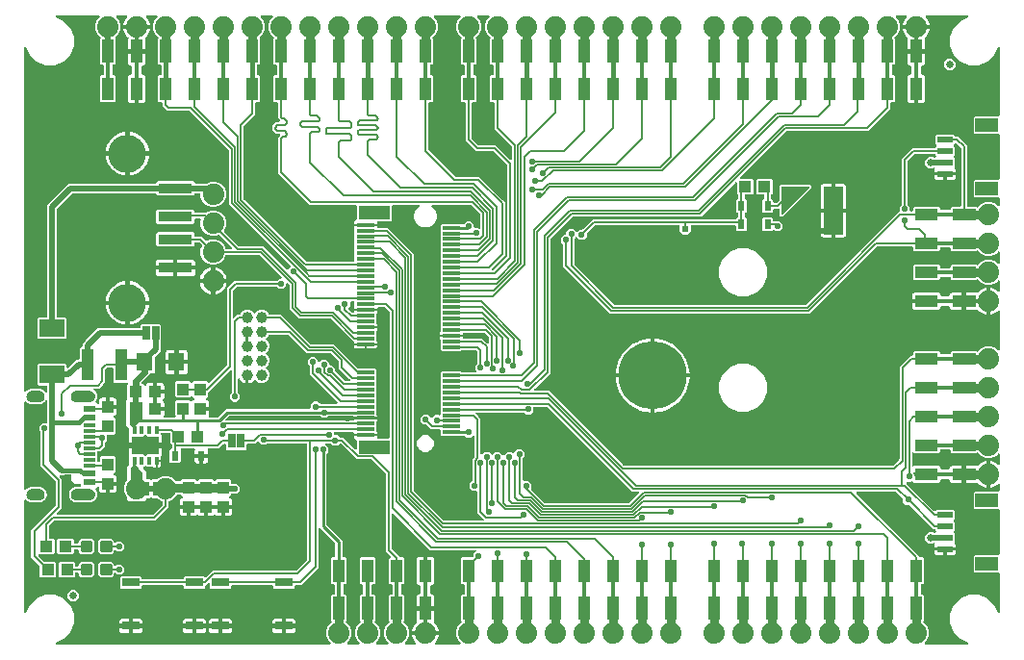
<source format=gtl>
G04 EAGLE Gerber RS-274X export*
G75*
%MOMM*%
%FSLAX34Y34*%
%LPD*%
%INTop Copper*%
%IPPOS*%
%AMOC8*
5,1,8,0,0,1.08239X$1,22.5*%
G01*
%ADD10R,1.000000X0.300000*%
%ADD11R,1.000000X0.600000*%
%ADD12C,0.654000*%
%ADD13R,1.000000X1.100000*%
%ADD14R,0.300000X0.650000*%
%ADD15R,2.350000X1.600000*%
%ADD16R,1.100000X1.000000*%
%ADD17C,0.635000*%
%ADD18R,1.700000X4.200000*%
%ADD19R,1.000000X1.000000*%
%ADD20R,0.630000X0.830000*%
%ADD21R,1.524000X0.762000*%
%ADD22R,0.635000X1.270000*%
%ADD23R,1.000000X2.800000*%
%ADD24R,1.400000X1.600000*%
%ADD25C,1.879600*%
%ADD26C,1.000000*%
%ADD27C,6.000000*%
%ADD28R,1.550000X0.300000*%
%ADD29R,2.750000X1.200000*%
%ADD30C,3.327400*%
%ADD31R,3.000000X0.900000*%
%ADD32R,1.000000X2.000000*%
%ADD33R,2.000000X1.200000*%
%ADD34R,1.350000X0.600000*%
%ADD35R,2.000000X1.000000*%
%ADD36C,0.300000*%
%ADD37R,2.210000X1.520000*%
%ADD38C,0.152400*%
%ADD39C,0.762000*%
%ADD40C,0.177800*%
%ADD41C,0.558800*%
%ADD42C,0.254000*%
%ADD43C,0.508000*%
%ADD44C,0.406400*%
%ADD45C,0.604000*%
%ADD46C,0.558800*%

G36*
X766696Y160024D02*
X766696Y160024D01*
X766717Y160022D01*
X766828Y160044D01*
X766938Y160061D01*
X766957Y160070D01*
X766978Y160074D01*
X767017Y160098D01*
X767178Y160176D01*
X767260Y160253D01*
X767304Y160281D01*
X772407Y165384D01*
X772420Y165401D01*
X772436Y165414D01*
X772498Y165508D01*
X772565Y165598D01*
X772572Y165618D01*
X772583Y165636D01*
X772593Y165680D01*
X772652Y165849D01*
X772656Y165962D01*
X772667Y166012D01*
X772667Y247178D01*
X782030Y256541D01*
X783583Y256541D01*
X783685Y256556D01*
X783787Y256564D01*
X783815Y256576D01*
X783846Y256581D01*
X783938Y256625D01*
X784034Y256663D01*
X784057Y256683D01*
X784085Y256696D01*
X784160Y256766D01*
X784240Y256831D01*
X784257Y256857D01*
X784279Y256878D01*
X784330Y256967D01*
X784387Y257052D01*
X784393Y257076D01*
X784411Y257108D01*
X784469Y257368D01*
X784466Y257406D01*
X784471Y257429D01*
X784471Y259757D01*
X785543Y260829D01*
X807057Y260829D01*
X808129Y259757D01*
X808129Y258717D01*
X808144Y258615D01*
X808152Y258513D01*
X808164Y258485D01*
X808169Y258454D01*
X808213Y258362D01*
X808251Y258266D01*
X808271Y258243D01*
X808284Y258215D01*
X808354Y258140D01*
X808419Y258060D01*
X808445Y258043D01*
X808466Y258021D01*
X808555Y257970D01*
X808640Y257913D01*
X808664Y257907D01*
X808696Y257889D01*
X808956Y257831D01*
X808994Y257834D01*
X809017Y257829D01*
X816583Y257829D01*
X816685Y257844D01*
X816787Y257852D01*
X816815Y257864D01*
X816846Y257869D01*
X816938Y257913D01*
X817034Y257951D01*
X817057Y257971D01*
X817085Y257984D01*
X817160Y258054D01*
X817240Y258119D01*
X817257Y258145D01*
X817279Y258166D01*
X817330Y258255D01*
X817387Y258340D01*
X817393Y258364D01*
X817411Y258396D01*
X817469Y258656D01*
X817466Y258694D01*
X817471Y258717D01*
X817471Y259757D01*
X818543Y260829D01*
X840057Y260829D01*
X840362Y260524D01*
X840445Y260463D01*
X840523Y260397D01*
X840551Y260385D01*
X840576Y260367D01*
X840673Y260333D01*
X840767Y260293D01*
X840798Y260289D01*
X840827Y260279D01*
X840929Y260276D01*
X841032Y260265D01*
X841062Y260271D01*
X841093Y260270D01*
X841192Y260297D01*
X841292Y260317D01*
X841312Y260330D01*
X841349Y260340D01*
X841573Y260483D01*
X841598Y260512D01*
X841618Y260524D01*
X844569Y263475D01*
X848677Y265177D01*
X853123Y265177D01*
X857231Y263475D01*
X859289Y261417D01*
X859330Y261387D01*
X859366Y261349D01*
X859437Y261308D01*
X859503Y261260D01*
X859552Y261243D01*
X859596Y261217D01*
X859676Y261199D01*
X859754Y261172D01*
X859806Y261170D01*
X859856Y261159D01*
X859938Y261166D01*
X860020Y261163D01*
X860069Y261177D01*
X860121Y261181D01*
X860197Y261211D01*
X860276Y261233D01*
X860320Y261261D01*
X860368Y261280D01*
X860431Y261332D01*
X860500Y261376D01*
X860534Y261415D01*
X860574Y261447D01*
X860619Y261516D01*
X860672Y261578D01*
X860693Y261626D01*
X860721Y261669D01*
X860733Y261719D01*
X860777Y261823D01*
X860795Y262001D01*
X860805Y262045D01*
X860805Y295677D01*
X860798Y295728D01*
X860799Y295780D01*
X860778Y295859D01*
X860765Y295940D01*
X860743Y295986D01*
X860729Y296036D01*
X860685Y296105D01*
X860650Y296179D01*
X860614Y296217D01*
X860587Y296260D01*
X860524Y296313D01*
X860468Y296373D01*
X860424Y296399D01*
X860384Y296432D01*
X860309Y296465D01*
X860238Y296505D01*
X860187Y296517D01*
X860140Y296537D01*
X860058Y296545D01*
X859978Y296563D01*
X859927Y296559D01*
X859875Y296564D01*
X859795Y296548D01*
X859713Y296541D01*
X859665Y296522D01*
X859615Y296512D01*
X859571Y296484D01*
X859466Y296442D01*
X859327Y296329D01*
X859289Y296305D01*
X858678Y295694D01*
X857157Y294589D01*
X855483Y293736D01*
X853696Y293155D01*
X852677Y292994D01*
X852677Y303911D01*
X852662Y304012D01*
X852653Y304115D01*
X852642Y304143D01*
X852637Y304174D01*
X852593Y304266D01*
X852554Y304361D01*
X852535Y304385D01*
X852522Y304413D01*
X852452Y304488D01*
X852387Y304568D01*
X852361Y304585D01*
X852340Y304607D01*
X852251Y304658D01*
X852166Y304715D01*
X852142Y304720D01*
X852110Y304739D01*
X851850Y304797D01*
X851812Y304794D01*
X851789Y304799D01*
X850899Y304799D01*
X850899Y304801D01*
X851789Y304801D01*
X851890Y304816D01*
X851993Y304825D01*
X852021Y304836D01*
X852052Y304841D01*
X852144Y304885D01*
X852239Y304924D01*
X852263Y304943D01*
X852291Y304956D01*
X852366Y305026D01*
X852446Y305091D01*
X852463Y305117D01*
X852485Y305138D01*
X852536Y305227D01*
X852593Y305312D01*
X852599Y305336D01*
X852617Y305369D01*
X852675Y305628D01*
X852672Y305666D01*
X852677Y305689D01*
X852677Y316606D01*
X853696Y316445D01*
X855483Y315864D01*
X857157Y315011D01*
X858678Y313906D01*
X859289Y313295D01*
X859330Y313264D01*
X859366Y313227D01*
X859437Y313186D01*
X859503Y313137D01*
X859552Y313120D01*
X859596Y313095D01*
X859676Y313077D01*
X859754Y313050D01*
X859806Y313048D01*
X859856Y313037D01*
X859938Y313044D01*
X860020Y313041D01*
X860069Y313054D01*
X860121Y313059D01*
X860197Y313089D01*
X860276Y313111D01*
X860320Y313138D01*
X860368Y313158D01*
X860431Y313209D01*
X860500Y313253D01*
X860534Y313293D01*
X860574Y313325D01*
X860619Y313393D01*
X860672Y313456D01*
X860693Y313503D01*
X860721Y313546D01*
X860733Y313597D01*
X860777Y313700D01*
X860795Y313879D01*
X860805Y313923D01*
X860805Y322155D01*
X860798Y322206D01*
X860799Y322257D01*
X860778Y322336D01*
X860765Y322417D01*
X860743Y322464D01*
X860729Y322514D01*
X860685Y322583D01*
X860650Y322657D01*
X860615Y322694D01*
X860587Y322738D01*
X860524Y322791D01*
X860468Y322851D01*
X860424Y322877D01*
X860384Y322910D01*
X860309Y322942D01*
X860238Y322983D01*
X860187Y322994D01*
X860140Y323014D01*
X860058Y323023D01*
X859978Y323041D01*
X859927Y323037D01*
X859875Y323042D01*
X859795Y323026D01*
X859713Y323019D01*
X859665Y323000D01*
X859615Y322990D01*
X859571Y322962D01*
X859466Y322920D01*
X859327Y322807D01*
X859289Y322783D01*
X857231Y320725D01*
X853123Y319023D01*
X848677Y319023D01*
X844569Y320725D01*
X841668Y323626D01*
X841585Y323687D01*
X841507Y323753D01*
X841479Y323765D01*
X841454Y323783D01*
X841357Y323817D01*
X841263Y323857D01*
X841232Y323861D01*
X841203Y323871D01*
X841101Y323874D01*
X840998Y323885D01*
X840968Y323879D01*
X840937Y323880D01*
X840838Y323853D01*
X840738Y323833D01*
X840717Y323820D01*
X840681Y323810D01*
X840457Y323667D01*
X840432Y323639D01*
X840412Y323626D01*
X840057Y323271D01*
X818543Y323271D01*
X817471Y324343D01*
X817471Y325383D01*
X817456Y325485D01*
X817448Y325587D01*
X817436Y325615D01*
X817431Y325646D01*
X817387Y325738D01*
X817349Y325834D01*
X817329Y325857D01*
X817316Y325885D01*
X817246Y325960D01*
X817181Y326040D01*
X817155Y326057D01*
X817134Y326079D01*
X817045Y326130D01*
X816960Y326187D01*
X816936Y326193D01*
X816904Y326211D01*
X816644Y326269D01*
X816606Y326266D01*
X816583Y326271D01*
X809017Y326271D01*
X808915Y326256D01*
X808813Y326248D01*
X808785Y326236D01*
X808754Y326231D01*
X808662Y326187D01*
X808566Y326149D01*
X808543Y326129D01*
X808515Y326116D01*
X808440Y326046D01*
X808360Y325981D01*
X808343Y325955D01*
X808321Y325934D01*
X808270Y325845D01*
X808213Y325760D01*
X808207Y325736D01*
X808189Y325704D01*
X808131Y325444D01*
X808134Y325406D01*
X808129Y325383D01*
X808129Y324343D01*
X807057Y323271D01*
X785543Y323271D01*
X784471Y324343D01*
X784471Y335857D01*
X785543Y336929D01*
X807057Y336929D01*
X808129Y335857D01*
X808129Y334817D01*
X808144Y334715D01*
X808152Y334613D01*
X808164Y334585D01*
X808169Y334554D01*
X808213Y334462D01*
X808251Y334366D01*
X808271Y334343D01*
X808284Y334315D01*
X808354Y334240D01*
X808419Y334160D01*
X808445Y334143D01*
X808466Y334121D01*
X808555Y334070D01*
X808640Y334013D01*
X808664Y334007D01*
X808696Y333989D01*
X808956Y333931D01*
X808994Y333934D01*
X809017Y333929D01*
X816583Y333929D01*
X816685Y333944D01*
X816787Y333952D01*
X816815Y333964D01*
X816846Y333969D01*
X816938Y334013D01*
X817034Y334051D01*
X817057Y334071D01*
X817085Y334084D01*
X817160Y334154D01*
X817240Y334219D01*
X817257Y334245D01*
X817279Y334266D01*
X817330Y334355D01*
X817387Y334440D01*
X817393Y334464D01*
X817411Y334496D01*
X817469Y334756D01*
X817466Y334794D01*
X817471Y334817D01*
X817471Y335887D01*
X818563Y336979D01*
X840037Y336979D01*
X840327Y336689D01*
X840409Y336628D01*
X840487Y336562D01*
X840516Y336549D01*
X840540Y336531D01*
X840638Y336497D01*
X840732Y336457D01*
X840762Y336454D01*
X840792Y336444D01*
X840894Y336440D01*
X840996Y336430D01*
X841026Y336436D01*
X841057Y336435D01*
X841156Y336462D01*
X841257Y336482D01*
X841277Y336495D01*
X841314Y336505D01*
X841538Y336647D01*
X841563Y336676D01*
X841583Y336689D01*
X844569Y339675D01*
X848677Y341377D01*
X853123Y341377D01*
X857231Y339675D01*
X859289Y337617D01*
X859330Y337587D01*
X859366Y337549D01*
X859437Y337508D01*
X859503Y337460D01*
X859552Y337443D01*
X859596Y337417D01*
X859676Y337399D01*
X859754Y337372D01*
X859806Y337370D01*
X859856Y337359D01*
X859938Y337366D01*
X860020Y337363D01*
X860069Y337377D01*
X860121Y337381D01*
X860197Y337411D01*
X860276Y337433D01*
X860320Y337461D01*
X860368Y337480D01*
X860431Y337532D01*
X860500Y337576D01*
X860534Y337615D01*
X860574Y337647D01*
X860619Y337716D01*
X860672Y337778D01*
X860693Y337826D01*
X860721Y337869D01*
X860733Y337919D01*
X860777Y338023D01*
X860795Y338201D01*
X860805Y338245D01*
X860805Y347555D01*
X860798Y347606D01*
X860799Y347657D01*
X860778Y347736D01*
X860765Y347817D01*
X860743Y347864D01*
X860729Y347914D01*
X860685Y347983D01*
X860650Y348057D01*
X860615Y348094D01*
X860587Y348138D01*
X860524Y348191D01*
X860468Y348251D01*
X860424Y348277D01*
X860384Y348310D01*
X860309Y348342D01*
X860238Y348383D01*
X860187Y348394D01*
X860140Y348414D01*
X860058Y348423D01*
X859978Y348441D01*
X859927Y348437D01*
X859875Y348442D01*
X859795Y348426D01*
X859713Y348419D01*
X859665Y348400D01*
X859615Y348390D01*
X859571Y348362D01*
X859466Y348320D01*
X859327Y348207D01*
X859289Y348183D01*
X857231Y346125D01*
X853123Y344423D01*
X848677Y344423D01*
X844569Y346125D01*
X841618Y349076D01*
X841535Y349137D01*
X841457Y349203D01*
X841429Y349215D01*
X841404Y349233D01*
X841307Y349267D01*
X841213Y349307D01*
X841182Y349311D01*
X841153Y349321D01*
X841051Y349324D01*
X840948Y349335D01*
X840918Y349329D01*
X840887Y349330D01*
X840788Y349303D01*
X840688Y349283D01*
X840667Y349270D01*
X840631Y349260D01*
X840407Y349117D01*
X840382Y349089D01*
X840362Y349076D01*
X840057Y348771D01*
X818543Y348771D01*
X817471Y349843D01*
X817471Y350883D01*
X817456Y350985D01*
X817448Y351087D01*
X817436Y351115D01*
X817431Y351146D01*
X817387Y351238D01*
X817349Y351334D01*
X817329Y351357D01*
X817316Y351385D01*
X817246Y351460D01*
X817181Y351540D01*
X817155Y351557D01*
X817134Y351579D01*
X817045Y351630D01*
X816960Y351687D01*
X816936Y351693D01*
X816904Y351711D01*
X816644Y351769D01*
X816606Y351766D01*
X816583Y351771D01*
X809017Y351771D01*
X808915Y351756D01*
X808813Y351748D01*
X808785Y351736D01*
X808754Y351731D01*
X808662Y351687D01*
X808566Y351649D01*
X808543Y351629D01*
X808515Y351616D01*
X808440Y351546D01*
X808360Y351481D01*
X808343Y351455D01*
X808321Y351434D01*
X808270Y351345D01*
X808213Y351260D01*
X808207Y351236D01*
X808189Y351204D01*
X808131Y350944D01*
X808134Y350906D01*
X808129Y350883D01*
X808129Y349843D01*
X807057Y348771D01*
X785543Y348771D01*
X784471Y349843D01*
X784471Y352171D01*
X784456Y352273D01*
X784448Y352375D01*
X784436Y352403D01*
X784431Y352434D01*
X784387Y352526D01*
X784349Y352622D01*
X784329Y352645D01*
X784316Y352673D01*
X784246Y352748D01*
X784181Y352828D01*
X784155Y352845D01*
X784134Y352867D01*
X784045Y352918D01*
X783960Y352975D01*
X783936Y352981D01*
X783904Y352999D01*
X783644Y353057D01*
X783606Y353054D01*
X783583Y353059D01*
X753260Y353059D01*
X753240Y353056D01*
X753219Y353058D01*
X753108Y353036D01*
X752997Y353019D01*
X752979Y353010D01*
X752958Y353006D01*
X752919Y352982D01*
X752758Y352904D01*
X752676Y352827D01*
X752632Y352799D01*
X695191Y295358D01*
X693442Y293609D01*
X518138Y293609D01*
X476699Y335048D01*
X476699Y354354D01*
X476696Y354375D01*
X476698Y354396D01*
X476676Y354506D01*
X476659Y354617D01*
X476650Y354636D01*
X476646Y354656D01*
X476621Y354695D01*
X476543Y354856D01*
X476466Y354939D01*
X476439Y354982D01*
X474667Y356754D01*
X474667Y360542D01*
X477345Y363221D01*
X478409Y363221D01*
X478511Y363236D01*
X478613Y363244D01*
X478641Y363256D01*
X478672Y363261D01*
X478764Y363305D01*
X478860Y363343D01*
X478883Y363363D01*
X478911Y363376D01*
X478986Y363446D01*
X479066Y363511D01*
X479083Y363537D01*
X479105Y363558D01*
X479156Y363647D01*
X479213Y363732D01*
X479219Y363756D01*
X479237Y363788D01*
X479295Y364048D01*
X479292Y364086D01*
X479297Y364109D01*
X479297Y365622D01*
X481976Y368301D01*
X485764Y368301D01*
X488039Y366026D01*
X488121Y365965D01*
X488200Y365899D01*
X488228Y365887D01*
X488253Y365868D01*
X488350Y365835D01*
X488444Y365794D01*
X488475Y365791D01*
X488504Y365781D01*
X488606Y365778D01*
X488708Y365767D01*
X488739Y365773D01*
X488769Y365772D01*
X488868Y365799D01*
X488969Y365819D01*
X488989Y365832D01*
X489026Y365842D01*
X489250Y365984D01*
X489275Y366013D01*
X489295Y366026D01*
X491061Y367793D01*
X493567Y367793D01*
X493588Y367796D01*
X493609Y367794D01*
X493719Y367816D01*
X493830Y367833D01*
X493849Y367842D01*
X493870Y367846D01*
X493908Y367870D01*
X494069Y367948D01*
X494152Y368025D01*
X494195Y368053D01*
X502571Y376429D01*
X627843Y376429D01*
X627945Y376444D01*
X628047Y376452D01*
X628075Y376464D01*
X628106Y376469D01*
X628198Y376513D01*
X628294Y376551D01*
X628317Y376571D01*
X628345Y376584D01*
X628420Y376654D01*
X628500Y376719D01*
X628517Y376745D01*
X628539Y376766D01*
X628590Y376855D01*
X628593Y376858D01*
X629773Y378039D01*
X630104Y378039D01*
X630206Y378054D01*
X630308Y378062D01*
X630336Y378074D01*
X630367Y378079D01*
X630459Y378123D01*
X630555Y378161D01*
X630578Y378181D01*
X630606Y378194D01*
X630681Y378264D01*
X630761Y378329D01*
X630778Y378355D01*
X630800Y378376D01*
X630851Y378465D01*
X630908Y378550D01*
X630914Y378574D01*
X630932Y378606D01*
X630990Y378866D01*
X630987Y378904D01*
X630992Y378927D01*
X630992Y381803D01*
X630977Y381905D01*
X630969Y382007D01*
X630957Y382035D01*
X630952Y382066D01*
X630908Y382158D01*
X630870Y382254D01*
X630850Y382277D01*
X630837Y382305D01*
X630767Y382380D01*
X630702Y382460D01*
X630676Y382477D01*
X630655Y382499D01*
X630566Y382550D01*
X630481Y382607D01*
X630457Y382613D01*
X630425Y382631D01*
X630165Y382689D01*
X630127Y382686D01*
X630104Y382691D01*
X629773Y382691D01*
X628731Y383733D01*
X628731Y393507D01*
X629773Y394549D01*
X630104Y394549D01*
X630206Y394564D01*
X630308Y394572D01*
X630336Y394584D01*
X630367Y394589D01*
X630459Y394633D01*
X630555Y394671D01*
X630578Y394691D01*
X630606Y394704D01*
X630681Y394774D01*
X630761Y394839D01*
X630778Y394865D01*
X630800Y394886D01*
X630851Y394975D01*
X630908Y395060D01*
X630914Y395084D01*
X630932Y395116D01*
X630990Y395376D01*
X630987Y395414D01*
X630992Y395437D01*
X630992Y397922D01*
X630989Y397943D01*
X630991Y397964D01*
X630969Y398074D01*
X630952Y398185D01*
X630943Y398204D01*
X630939Y398225D01*
X630915Y398263D01*
X630837Y398424D01*
X630760Y398507D01*
X630732Y398550D01*
X629635Y399647D01*
X629635Y408687D01*
X629628Y408738D01*
X629629Y408790D01*
X629608Y408869D01*
X629595Y408950D01*
X629573Y408997D01*
X629559Y409047D01*
X629515Y409116D01*
X629480Y409190D01*
X629445Y409227D01*
X629417Y409271D01*
X629354Y409324D01*
X629298Y409384D01*
X629254Y409410D01*
X629214Y409443D01*
X629139Y409475D01*
X629068Y409516D01*
X629017Y409527D01*
X628970Y409547D01*
X628888Y409556D01*
X628808Y409574D01*
X628757Y409569D01*
X628705Y409575D01*
X628625Y409559D01*
X628543Y409552D01*
X628495Y409533D01*
X628445Y409523D01*
X628401Y409495D01*
X628296Y409453D01*
X628157Y409340D01*
X628119Y409316D01*
X598279Y379475D01*
X485617Y379475D01*
X485596Y379472D01*
X485575Y379474D01*
X485465Y379452D01*
X485354Y379435D01*
X485335Y379426D01*
X485314Y379422D01*
X485276Y379398D01*
X485114Y379320D01*
X485032Y379243D01*
X484988Y379215D01*
X465843Y360070D01*
X465830Y360053D01*
X465814Y360039D01*
X465752Y359946D01*
X465685Y359856D01*
X465678Y359836D01*
X465667Y359818D01*
X465657Y359774D01*
X465598Y359605D01*
X465594Y359492D01*
X465583Y359441D01*
X465583Y241402D01*
X463834Y239653D01*
X451701Y227520D01*
X451670Y227478D01*
X451633Y227443D01*
X451592Y227372D01*
X451543Y227306D01*
X451526Y227257D01*
X451501Y227212D01*
X451483Y227132D01*
X451456Y227055D01*
X451454Y227003D01*
X451443Y226953D01*
X451449Y226871D01*
X451447Y226789D01*
X451460Y226739D01*
X451464Y226688D01*
X451495Y226612D01*
X451517Y226533D01*
X451544Y226489D01*
X451563Y226441D01*
X451615Y226378D01*
X451659Y226308D01*
X451698Y226275D01*
X451731Y226235D01*
X451799Y226189D01*
X451862Y226136D01*
X451909Y226116D01*
X451952Y226087D01*
X452003Y226076D01*
X452106Y226032D01*
X452285Y226014D01*
X452329Y226004D01*
X464442Y226004D01*
X530164Y160281D01*
X530181Y160268D01*
X530195Y160252D01*
X530288Y160190D01*
X530378Y160123D01*
X530398Y160116D01*
X530416Y160105D01*
X530460Y160095D01*
X530629Y160036D01*
X530742Y160032D01*
X530792Y160021D01*
X766676Y160021D01*
X766696Y160024D01*
G37*
G36*
X135140Y202446D02*
X135140Y202446D01*
X135192Y202445D01*
X135271Y202466D01*
X135352Y202479D01*
X135399Y202501D01*
X135448Y202515D01*
X135518Y202559D01*
X135591Y202594D01*
X135629Y202630D01*
X135673Y202657D01*
X135726Y202720D01*
X135786Y202776D01*
X135811Y202820D01*
X135845Y202860D01*
X135877Y202935D01*
X135918Y203006D01*
X135929Y203057D01*
X135949Y203104D01*
X135958Y203186D01*
X135976Y203266D01*
X135971Y203317D01*
X135977Y203369D01*
X135961Y203449D01*
X135954Y203531D01*
X135935Y203579D01*
X135925Y203629D01*
X135897Y203673D01*
X135855Y203778D01*
X135742Y203917D01*
X135717Y203955D01*
X135715Y203957D01*
X135715Y216431D01*
X136757Y217473D01*
X148231Y217473D01*
X148990Y216713D01*
X149059Y216663D01*
X149122Y216605D01*
X149166Y216584D01*
X149204Y216556D01*
X149285Y216527D01*
X149363Y216491D01*
X149410Y216484D01*
X149455Y216468D01*
X149541Y216465D01*
X149626Y216453D01*
X149673Y216461D01*
X149721Y216459D01*
X149804Y216482D01*
X149888Y216495D01*
X149931Y216516D01*
X149977Y216529D01*
X150050Y216575D01*
X150126Y216613D01*
X150151Y216639D01*
X150202Y216672D01*
X150374Y216874D01*
X150380Y216889D01*
X150388Y216897D01*
X150447Y217000D01*
X150920Y217473D01*
X151499Y217808D01*
X151900Y217915D01*
X151916Y217922D01*
X151933Y217925D01*
X152038Y217975D01*
X152144Y218021D01*
X152157Y218033D01*
X152173Y218040D01*
X152258Y218120D01*
X152345Y218195D01*
X152354Y218210D01*
X152367Y218222D01*
X152424Y218322D01*
X152486Y218421D01*
X152490Y218438D01*
X152499Y218452D01*
X152524Y218565D01*
X152554Y218678D01*
X152553Y218695D01*
X152557Y218712D01*
X152547Y218827D01*
X152542Y218943D01*
X152536Y218960D01*
X152535Y218977D01*
X152492Y219084D01*
X152453Y219194D01*
X152442Y219207D01*
X152436Y219224D01*
X152363Y219314D01*
X152293Y219406D01*
X152279Y219416D01*
X152268Y219430D01*
X152171Y219495D01*
X152078Y219562D01*
X152062Y219568D01*
X152047Y219577D01*
X152006Y219586D01*
X151826Y219647D01*
X151760Y219645D01*
X150488Y220916D01*
X150405Y220977D01*
X150327Y221044D01*
X150299Y221056D01*
X150274Y221074D01*
X150177Y221108D01*
X150083Y221148D01*
X150052Y221151D01*
X150023Y221161D01*
X149921Y221165D01*
X149818Y221176D01*
X149788Y221170D01*
X149757Y221171D01*
X149658Y221144D01*
X149558Y221124D01*
X149538Y221111D01*
X149501Y221101D01*
X149277Y220958D01*
X149252Y220929D01*
X149232Y220916D01*
X148231Y219915D01*
X136757Y219915D01*
X135715Y220957D01*
X135715Y233431D01*
X136757Y234473D01*
X148231Y234473D01*
X149486Y233218D01*
X149569Y233157D01*
X149647Y233090D01*
X149675Y233078D01*
X149700Y233060D01*
X149797Y233026D01*
X149891Y232986D01*
X149922Y232983D01*
X149951Y232973D01*
X150054Y232969D01*
X150156Y232958D01*
X150186Y232964D01*
X150217Y232963D01*
X150316Y232990D01*
X150416Y233010D01*
X150437Y233023D01*
X150473Y233033D01*
X150697Y233176D01*
X150722Y233205D01*
X150742Y233218D01*
X151743Y234219D01*
X163217Y234219D01*
X164389Y233047D01*
X164414Y232994D01*
X164449Y232956D01*
X164477Y232913D01*
X164540Y232860D01*
X164596Y232800D01*
X164640Y232774D01*
X164680Y232741D01*
X164755Y232709D01*
X164826Y232668D01*
X164877Y232657D01*
X164924Y232636D01*
X165006Y232628D01*
X165086Y232610D01*
X165137Y232614D01*
X165189Y232609D01*
X165269Y232625D01*
X165351Y232632D01*
X165399Y232651D01*
X165449Y232661D01*
X165493Y232689D01*
X165598Y232731D01*
X165737Y232844D01*
X165775Y232868D01*
X180587Y247680D01*
X180600Y247697D01*
X180616Y247710D01*
X180678Y247804D01*
X180745Y247894D01*
X180752Y247914D01*
X180763Y247932D01*
X180773Y247976D01*
X180832Y248145D01*
X180836Y248258D01*
X180847Y248308D01*
X180847Y316011D01*
X180843Y316038D01*
X180888Y316063D01*
X180924Y316106D01*
X180971Y316136D01*
X187416Y322581D01*
X224306Y322581D01*
X224327Y322584D01*
X224348Y322582D01*
X224458Y322604D01*
X224569Y322621D01*
X224588Y322630D01*
X224608Y322634D01*
X224647Y322658D01*
X224808Y322736D01*
X224891Y322813D01*
X224934Y322841D01*
X226706Y324613D01*
X228450Y324613D01*
X228501Y324620D01*
X228552Y324619D01*
X228632Y324640D01*
X228713Y324653D01*
X228759Y324675D01*
X228809Y324689D01*
X228878Y324733D01*
X228952Y324768D01*
X228990Y324803D01*
X229033Y324831D01*
X229086Y324894D01*
X229146Y324950D01*
X229172Y324994D01*
X229205Y325034D01*
X229237Y325109D01*
X229278Y325180D01*
X229289Y325231D01*
X229310Y325278D01*
X229318Y325360D01*
X229336Y325440D01*
X229332Y325491D01*
X229337Y325543D01*
X229321Y325623D01*
X229314Y325705D01*
X229295Y325753D01*
X229285Y325803D01*
X229257Y325847D01*
X229215Y325952D01*
X229102Y326091D01*
X229078Y326129D01*
X210028Y345179D01*
X210011Y345192D01*
X209998Y345208D01*
X209904Y345270D01*
X209814Y345337D01*
X209794Y345344D01*
X209777Y345355D01*
X209732Y345365D01*
X209563Y345424D01*
X209450Y345428D01*
X209400Y345439D01*
X180549Y345439D01*
X180487Y345430D01*
X180425Y345431D01*
X180357Y345410D01*
X180286Y345399D01*
X180230Y345372D01*
X180171Y345355D01*
X180111Y345315D01*
X180047Y345284D01*
X180001Y345241D01*
X179950Y345207D01*
X179922Y345168D01*
X179852Y345102D01*
X179746Y344916D01*
X179728Y344891D01*
X178385Y341649D01*
X175241Y338505D01*
X171133Y336803D01*
X166687Y336803D01*
X162579Y338505D01*
X159435Y341649D01*
X157733Y345757D01*
X157733Y350203D01*
X159076Y353445D01*
X159091Y353505D01*
X159115Y353562D01*
X159123Y353634D01*
X159140Y353703D01*
X159136Y353765D01*
X159143Y353827D01*
X159129Y353897D01*
X159125Y353969D01*
X159103Y354027D01*
X159091Y354088D01*
X159065Y354128D01*
X159031Y354218D01*
X158900Y354387D01*
X158884Y354413D01*
X157036Y356261D01*
X157019Y356274D01*
X157006Y356290D01*
X156912Y356352D01*
X156822Y356419D01*
X156802Y356426D01*
X156784Y356437D01*
X156740Y356447D01*
X156571Y356506D01*
X156458Y356510D01*
X156408Y356521D01*
X153287Y356521D01*
X153185Y356506D01*
X153083Y356498D01*
X153055Y356486D01*
X153024Y356481D01*
X152932Y356437D01*
X152836Y356399D01*
X152813Y356379D01*
X152785Y356366D01*
X152710Y356296D01*
X152630Y356231D01*
X152613Y356205D01*
X152591Y356184D01*
X152540Y356095D01*
X152483Y356010D01*
X152477Y355986D01*
X152459Y355954D01*
X152401Y355694D01*
X152404Y355656D01*
X152399Y355633D01*
X152399Y353825D01*
X151357Y352783D01*
X119883Y352783D01*
X118841Y353825D01*
X118841Y364299D01*
X119883Y365341D01*
X151357Y365341D01*
X152399Y364299D01*
X152399Y362491D01*
X152414Y362389D01*
X152422Y362287D01*
X152434Y362259D01*
X152439Y362228D01*
X152483Y362136D01*
X152521Y362040D01*
X152541Y362017D01*
X152554Y361989D01*
X152624Y361914D01*
X152689Y361834D01*
X152715Y361817D01*
X152736Y361795D01*
X152825Y361744D01*
X152910Y361687D01*
X152934Y361681D01*
X152966Y361663D01*
X153226Y361605D01*
X153264Y361608D01*
X153287Y361603D01*
X158880Y361603D01*
X162477Y358006D01*
X162527Y357970D01*
X162570Y357925D01*
X162633Y357891D01*
X162691Y357849D01*
X162749Y357828D01*
X162804Y357799D01*
X162874Y357785D01*
X162942Y357761D01*
X163004Y357759D01*
X163065Y357747D01*
X163112Y357755D01*
X163207Y357752D01*
X163414Y357808D01*
X163445Y357814D01*
X166687Y359157D01*
X171133Y359157D01*
X175241Y357455D01*
X178385Y354311D01*
X179728Y351069D01*
X179760Y351016D01*
X179783Y350958D01*
X179828Y350903D01*
X179865Y350841D01*
X179912Y350800D01*
X179951Y350752D01*
X180011Y350712D01*
X180064Y350665D01*
X180120Y350639D01*
X180172Y350605D01*
X180219Y350594D01*
X180306Y350555D01*
X180518Y350528D01*
X180549Y350521D01*
X184762Y350521D01*
X184813Y350528D01*
X184864Y350527D01*
X184944Y350548D01*
X185025Y350561D01*
X185071Y350583D01*
X185121Y350597D01*
X185190Y350641D01*
X185264Y350676D01*
X185302Y350711D01*
X185345Y350739D01*
X185398Y350802D01*
X185458Y350858D01*
X185484Y350902D01*
X185517Y350942D01*
X185549Y351017D01*
X185590Y351088D01*
X185601Y351139D01*
X185622Y351186D01*
X185630Y351268D01*
X185648Y351348D01*
X185644Y351399D01*
X185649Y351451D01*
X185633Y351531D01*
X185626Y351613D01*
X185607Y351661D01*
X185597Y351711D01*
X185569Y351755D01*
X185527Y351860D01*
X185414Y351999D01*
X185390Y352037D01*
X174445Y362982D01*
X174395Y363018D01*
X174352Y363063D01*
X174289Y363097D01*
X174231Y363139D01*
X174173Y363160D01*
X174118Y363189D01*
X174048Y363203D01*
X173980Y363227D01*
X173918Y363229D01*
X173857Y363241D01*
X173810Y363233D01*
X173715Y363236D01*
X173508Y363180D01*
X173477Y363174D01*
X171133Y362203D01*
X166687Y362203D01*
X162579Y363905D01*
X159435Y367049D01*
X157733Y371157D01*
X157733Y375603D01*
X157882Y375961D01*
X157884Y375971D01*
X157889Y375980D01*
X157916Y376100D01*
X157945Y376219D01*
X157945Y376230D01*
X157947Y376240D01*
X157937Y376362D01*
X157930Y376484D01*
X157926Y376494D01*
X157925Y376505D01*
X157880Y376619D01*
X157837Y376733D01*
X157830Y376742D01*
X157826Y376752D01*
X157748Y376848D01*
X157674Y376944D01*
X157666Y376950D01*
X157659Y376958D01*
X157556Y377026D01*
X157456Y377096D01*
X157446Y377100D01*
X157438Y377105D01*
X157407Y377112D01*
X157203Y377178D01*
X157108Y377179D01*
X157061Y377189D01*
X153287Y377189D01*
X153185Y377174D01*
X153083Y377166D01*
X153055Y377154D01*
X153024Y377149D01*
X152932Y377105D01*
X152836Y377067D01*
X152813Y377047D01*
X152785Y377034D01*
X152710Y376964D01*
X152630Y376899D01*
X152613Y376873D01*
X152591Y376852D01*
X152540Y376763D01*
X152483Y376678D01*
X152477Y376654D01*
X152459Y376622D01*
X152401Y376362D01*
X152404Y376324D01*
X152399Y376301D01*
X152399Y373825D01*
X151357Y372783D01*
X119883Y372783D01*
X118841Y373825D01*
X118841Y384299D01*
X119883Y385341D01*
X151357Y385341D01*
X152399Y384299D01*
X152399Y383159D01*
X152414Y383057D01*
X152422Y382955D01*
X152434Y382927D01*
X152439Y382896D01*
X152483Y382804D01*
X152521Y382708D01*
X152541Y382685D01*
X152554Y382657D01*
X152624Y382582D01*
X152689Y382502D01*
X152715Y382485D01*
X152736Y382463D01*
X152825Y382412D01*
X152910Y382355D01*
X152934Y382349D01*
X152966Y382331D01*
X153226Y382273D01*
X153264Y382276D01*
X153287Y382271D01*
X161627Y382271D01*
X161647Y382274D01*
X161668Y382272D01*
X161778Y382294D01*
X161889Y382311D01*
X161908Y382320D01*
X161929Y382324D01*
X161967Y382348D01*
X162129Y382426D01*
X162211Y382503D01*
X162255Y382531D01*
X162579Y382855D01*
X166687Y384557D01*
X171133Y384557D01*
X175241Y382855D01*
X178385Y379711D01*
X180087Y375603D01*
X180087Y371157D01*
X178372Y367017D01*
X178357Y366957D01*
X178333Y366900D01*
X178325Y366828D01*
X178308Y366759D01*
X178312Y366697D01*
X178305Y366635D01*
X178319Y366565D01*
X178323Y366493D01*
X178345Y366435D01*
X178357Y366374D01*
X178383Y366334D01*
X178417Y366244D01*
X178548Y366075D01*
X178564Y366049D01*
X191292Y353321D01*
X191309Y353308D01*
X191322Y353292D01*
X191416Y353230D01*
X191506Y353163D01*
X191526Y353156D01*
X191544Y353145D01*
X191588Y353135D01*
X191757Y353076D01*
X191870Y353072D01*
X191920Y353061D01*
X212925Y353061D01*
X214673Y351312D01*
X233411Y332574D01*
X233418Y332569D01*
X233420Y332567D01*
X233432Y332559D01*
X233494Y332513D01*
X233572Y332447D01*
X233600Y332435D01*
X233625Y332416D01*
X233722Y332383D01*
X233816Y332342D01*
X233847Y332339D01*
X233876Y332329D01*
X233979Y332326D01*
X234081Y332315D01*
X234111Y332321D01*
X234142Y332320D01*
X234241Y332347D01*
X234342Y332367D01*
X234362Y332380D01*
X234398Y332390D01*
X234540Y332480D01*
X234563Y332491D01*
X234574Y332502D01*
X234623Y332532D01*
X234647Y332561D01*
X234667Y332574D01*
X236843Y334750D01*
X236904Y334832D01*
X236970Y334911D01*
X236982Y334939D01*
X237001Y334964D01*
X237034Y335061D01*
X237075Y335155D01*
X237078Y335186D01*
X237088Y335215D01*
X237091Y335317D01*
X237102Y335419D01*
X237096Y335450D01*
X237097Y335480D01*
X237070Y335579D01*
X237050Y335680D01*
X237037Y335700D01*
X237027Y335737D01*
X236885Y335961D01*
X236856Y335986D01*
X236843Y336006D01*
X182625Y390223D01*
X182625Y437419D01*
X182622Y437440D01*
X182624Y437461D01*
X182602Y437571D01*
X182585Y437682D01*
X182576Y437701D01*
X182572Y437722D01*
X182548Y437760D01*
X182470Y437922D01*
X182393Y438004D01*
X182365Y438048D01*
X163474Y456939D01*
X163457Y456952D01*
X163443Y456968D01*
X163350Y457030D01*
X163260Y457097D01*
X163240Y457104D01*
X163222Y457115D01*
X163178Y457125D01*
X163012Y457183D01*
X148016Y472179D01*
X147999Y472192D01*
X147986Y472208D01*
X147892Y472270D01*
X147802Y472337D01*
X147782Y472344D01*
X147764Y472355D01*
X147720Y472365D01*
X147551Y472424D01*
X147438Y472428D01*
X147388Y472439D01*
X128488Y472439D01*
X126739Y474188D01*
X126208Y474719D01*
X124459Y476468D01*
X124459Y478783D01*
X124444Y478885D01*
X124436Y478987D01*
X124424Y479015D01*
X124419Y479046D01*
X124375Y479138D01*
X124337Y479234D01*
X124317Y479257D01*
X124304Y479285D01*
X124234Y479360D01*
X124169Y479440D01*
X124143Y479457D01*
X124122Y479479D01*
X124033Y479530D01*
X123948Y479587D01*
X123924Y479593D01*
X123892Y479611D01*
X123632Y479669D01*
X123594Y479666D01*
X123571Y479671D01*
X121343Y479671D01*
X120271Y480743D01*
X120271Y502257D01*
X121343Y503329D01*
X122383Y503329D01*
X122485Y503344D01*
X122587Y503352D01*
X122615Y503364D01*
X122646Y503369D01*
X122738Y503413D01*
X122834Y503451D01*
X122857Y503471D01*
X122885Y503484D01*
X122960Y503554D01*
X123040Y503619D01*
X123057Y503645D01*
X123079Y503666D01*
X123130Y503755D01*
X123187Y503840D01*
X123193Y503864D01*
X123211Y503896D01*
X123269Y504156D01*
X123266Y504194D01*
X123271Y504217D01*
X123271Y511783D01*
X123256Y511885D01*
X123248Y511987D01*
X123236Y512015D01*
X123231Y512046D01*
X123187Y512138D01*
X123149Y512234D01*
X123129Y512257D01*
X123116Y512285D01*
X123046Y512360D01*
X122981Y512440D01*
X122955Y512457D01*
X122934Y512479D01*
X122845Y512530D01*
X122760Y512587D01*
X122736Y512593D01*
X122704Y512611D01*
X122444Y512669D01*
X122406Y512666D01*
X122383Y512671D01*
X121313Y512671D01*
X120221Y513763D01*
X120221Y535237D01*
X120586Y535602D01*
X120647Y535684D01*
X120713Y535762D01*
X120726Y535791D01*
X120744Y535815D01*
X120778Y535913D01*
X120818Y536007D01*
X120821Y536037D01*
X120831Y536067D01*
X120835Y536169D01*
X120845Y536271D01*
X120839Y536301D01*
X120840Y536332D01*
X120813Y536431D01*
X120793Y536532D01*
X120780Y536552D01*
X120770Y536589D01*
X120628Y536813D01*
X120599Y536838D01*
X120586Y536858D01*
X117675Y539769D01*
X115973Y543877D01*
X115973Y548323D01*
X117675Y552431D01*
X119733Y554489D01*
X119763Y554530D01*
X119801Y554566D01*
X119842Y554637D01*
X119890Y554703D01*
X119907Y554752D01*
X119933Y554796D01*
X119951Y554876D01*
X119978Y554954D01*
X119980Y555006D01*
X119991Y555056D01*
X119984Y555138D01*
X119987Y555220D01*
X119973Y555269D01*
X119969Y555321D01*
X119939Y555397D01*
X119917Y555476D01*
X119889Y555520D01*
X119870Y555568D01*
X119818Y555631D01*
X119774Y555700D01*
X119735Y555734D01*
X119703Y555774D01*
X119634Y555819D01*
X119572Y555872D01*
X119524Y555893D01*
X119481Y555921D01*
X119431Y555933D01*
X119327Y555977D01*
X119149Y555995D01*
X119105Y556005D01*
X110873Y556005D01*
X110822Y555998D01*
X110770Y555999D01*
X110691Y555978D01*
X110610Y555965D01*
X110564Y555943D01*
X110514Y555929D01*
X110445Y555885D01*
X110371Y555850D01*
X110333Y555814D01*
X110290Y555787D01*
X110237Y555724D01*
X110177Y555668D01*
X110151Y555624D01*
X110118Y555584D01*
X110085Y555509D01*
X110045Y555438D01*
X110033Y555387D01*
X110013Y555340D01*
X110005Y555258D01*
X109987Y555178D01*
X109991Y555127D01*
X109986Y555075D01*
X110002Y554995D01*
X110009Y554913D01*
X110028Y554865D01*
X110038Y554815D01*
X110066Y554771D01*
X110108Y554666D01*
X110221Y554527D01*
X110245Y554489D01*
X110856Y553878D01*
X111961Y552357D01*
X112814Y550683D01*
X113395Y548896D01*
X113556Y547877D01*
X102639Y547877D01*
X102538Y547862D01*
X102435Y547853D01*
X102407Y547842D01*
X102376Y547837D01*
X102284Y547793D01*
X102189Y547754D01*
X102165Y547735D01*
X102137Y547722D01*
X102062Y547652D01*
X101982Y547587D01*
X101965Y547561D01*
X101943Y547540D01*
X101892Y547451D01*
X101835Y547366D01*
X101830Y547342D01*
X101811Y547310D01*
X101753Y547050D01*
X101756Y547012D01*
X101751Y546989D01*
X101751Y546099D01*
X101749Y546099D01*
X101749Y546989D01*
X101734Y547090D01*
X101725Y547193D01*
X101714Y547221D01*
X101709Y547252D01*
X101665Y547344D01*
X101626Y547439D01*
X101607Y547463D01*
X101594Y547491D01*
X101524Y547566D01*
X101459Y547646D01*
X101433Y547663D01*
X101412Y547685D01*
X101323Y547736D01*
X101238Y547793D01*
X101214Y547799D01*
X101181Y547817D01*
X100922Y547875D01*
X100884Y547872D01*
X100861Y547877D01*
X89944Y547877D01*
X90105Y548896D01*
X90686Y550683D01*
X91539Y552357D01*
X92644Y553878D01*
X93255Y554489D01*
X93286Y554530D01*
X93323Y554566D01*
X93364Y554637D01*
X93413Y554703D01*
X93430Y554752D01*
X93455Y554796D01*
X93473Y554876D01*
X93500Y554954D01*
X93502Y555006D01*
X93513Y555056D01*
X93506Y555138D01*
X93509Y555220D01*
X93496Y555269D01*
X93491Y555321D01*
X93461Y555397D01*
X93439Y555476D01*
X93412Y555520D01*
X93392Y555568D01*
X93341Y555631D01*
X93297Y555700D01*
X93257Y555734D01*
X93225Y555774D01*
X93157Y555819D01*
X93094Y555872D01*
X93047Y555893D01*
X93004Y555921D01*
X92953Y555933D01*
X92850Y555977D01*
X92671Y555995D01*
X92627Y556005D01*
X84395Y556005D01*
X84344Y555998D01*
X84293Y555999D01*
X84214Y555978D01*
X84133Y555965D01*
X84086Y555943D01*
X84036Y555929D01*
X83967Y555885D01*
X83893Y555850D01*
X83856Y555815D01*
X83812Y555787D01*
X83759Y555724D01*
X83699Y555668D01*
X83673Y555624D01*
X83640Y555584D01*
X83608Y555509D01*
X83567Y555438D01*
X83556Y555387D01*
X83536Y555340D01*
X83527Y555258D01*
X83509Y555178D01*
X83513Y555127D01*
X83508Y555075D01*
X83524Y554995D01*
X83531Y554913D01*
X83550Y554865D01*
X83560Y554815D01*
X83588Y554771D01*
X83630Y554666D01*
X83743Y554527D01*
X83767Y554489D01*
X85825Y552431D01*
X87527Y548323D01*
X87527Y543877D01*
X85825Y539769D01*
X82799Y536743D01*
X82738Y536660D01*
X82672Y536582D01*
X82660Y536554D01*
X82642Y536529D01*
X82608Y536432D01*
X82568Y536338D01*
X82564Y536307D01*
X82554Y536278D01*
X82551Y536176D01*
X82540Y536073D01*
X82546Y536043D01*
X82545Y536012D01*
X82572Y535913D01*
X82592Y535813D01*
X82605Y535792D01*
X82615Y535756D01*
X82758Y535532D01*
X82786Y535507D01*
X82799Y535487D01*
X83029Y535257D01*
X83029Y513743D01*
X81957Y512671D01*
X80917Y512671D01*
X80815Y512656D01*
X80713Y512648D01*
X80685Y512636D01*
X80654Y512631D01*
X80562Y512587D01*
X80466Y512549D01*
X80443Y512529D01*
X80415Y512516D01*
X80340Y512446D01*
X80260Y512381D01*
X80243Y512355D01*
X80221Y512334D01*
X80170Y512245D01*
X80113Y512160D01*
X80107Y512136D01*
X80089Y512104D01*
X80031Y511844D01*
X80032Y511829D01*
X80031Y511823D01*
X80033Y511801D01*
X80029Y511783D01*
X80029Y504217D01*
X80044Y504115D01*
X80052Y504013D01*
X80064Y503985D01*
X80069Y503954D01*
X80113Y503862D01*
X80151Y503766D01*
X80171Y503743D01*
X80184Y503715D01*
X80254Y503640D01*
X80319Y503560D01*
X80345Y503543D01*
X80366Y503521D01*
X80455Y503470D01*
X80540Y503413D01*
X80564Y503407D01*
X80596Y503389D01*
X80856Y503331D01*
X80894Y503334D01*
X80917Y503329D01*
X81957Y503329D01*
X83029Y502257D01*
X83029Y480743D01*
X81957Y479671D01*
X70443Y479671D01*
X69371Y480743D01*
X69371Y502257D01*
X70443Y503329D01*
X71483Y503329D01*
X71585Y503344D01*
X71687Y503352D01*
X71715Y503364D01*
X71746Y503369D01*
X71838Y503413D01*
X71934Y503451D01*
X71957Y503471D01*
X71985Y503484D01*
X72060Y503554D01*
X72140Y503619D01*
X72157Y503645D01*
X72179Y503666D01*
X72230Y503755D01*
X72287Y503840D01*
X72293Y503864D01*
X72311Y503896D01*
X72369Y504156D01*
X72366Y504194D01*
X72371Y504217D01*
X72371Y511783D01*
X72356Y511885D01*
X72348Y511987D01*
X72336Y512015D01*
X72331Y512046D01*
X72287Y512138D01*
X72249Y512234D01*
X72229Y512257D01*
X72216Y512285D01*
X72146Y512360D01*
X72081Y512440D01*
X72055Y512457D01*
X72034Y512479D01*
X71945Y512530D01*
X71860Y512587D01*
X71836Y512593D01*
X71804Y512611D01*
X71544Y512669D01*
X71506Y512666D01*
X71483Y512671D01*
X70443Y512671D01*
X69371Y513743D01*
X69371Y535257D01*
X69751Y535637D01*
X69812Y535720D01*
X69878Y535798D01*
X69890Y535826D01*
X69908Y535851D01*
X69942Y535948D01*
X69982Y536042D01*
X69986Y536073D01*
X69996Y536102D01*
X69999Y536205D01*
X70010Y536307D01*
X70004Y536337D01*
X70005Y536368D01*
X69978Y536467D01*
X69958Y536567D01*
X69945Y536587D01*
X69935Y536624D01*
X69792Y536848D01*
X69763Y536873D01*
X69751Y536893D01*
X66875Y539769D01*
X65173Y543877D01*
X65173Y548323D01*
X66875Y552431D01*
X68933Y554489D01*
X68963Y554530D01*
X69001Y554566D01*
X69042Y554637D01*
X69090Y554703D01*
X69107Y554752D01*
X69133Y554796D01*
X69151Y554876D01*
X69178Y554954D01*
X69180Y555006D01*
X69191Y555056D01*
X69184Y555138D01*
X69187Y555220D01*
X69173Y555269D01*
X69169Y555321D01*
X69139Y555397D01*
X69117Y555476D01*
X69089Y555520D01*
X69070Y555568D01*
X69018Y555631D01*
X68974Y555700D01*
X68935Y555734D01*
X68903Y555774D01*
X68834Y555819D01*
X68772Y555872D01*
X68724Y555893D01*
X68681Y555921D01*
X68631Y555933D01*
X68527Y555977D01*
X68349Y555995D01*
X68305Y556005D01*
X31047Y556005D01*
X30956Y555991D01*
X30864Y555986D01*
X30825Y555972D01*
X30784Y555965D01*
X30701Y555925D01*
X30615Y555893D01*
X30582Y555868D01*
X30545Y555850D01*
X30477Y555787D01*
X30404Y555730D01*
X30381Y555696D01*
X30351Y555668D01*
X30305Y555588D01*
X30252Y555513D01*
X30239Y555473D01*
X30219Y555438D01*
X30199Y555348D01*
X30170Y555260D01*
X30170Y555218D01*
X30161Y555178D01*
X30168Y555086D01*
X30167Y554994D01*
X30179Y554954D01*
X30183Y554913D01*
X30217Y554827D01*
X30243Y554739D01*
X30266Y554705D01*
X30282Y554666D01*
X30340Y554595D01*
X30391Y554518D01*
X30417Y554500D01*
X30449Y554460D01*
X30670Y554313D01*
X30690Y554308D01*
X30707Y554296D01*
X37486Y551488D01*
X43488Y545486D01*
X46737Y537644D01*
X46737Y529156D01*
X43488Y521314D01*
X37486Y515312D01*
X29644Y512063D01*
X21156Y512063D01*
X13314Y515312D01*
X7312Y521314D01*
X4504Y528093D01*
X4472Y528146D01*
X4449Y528201D01*
X4431Y528224D01*
X4416Y528255D01*
X4388Y528285D01*
X4366Y528320D01*
X4316Y528365D01*
X4282Y528407D01*
X4260Y528422D01*
X4234Y528449D01*
X4198Y528470D01*
X4168Y528497D01*
X4103Y528527D01*
X4061Y528555D01*
X4043Y528559D01*
X4004Y528581D01*
X3963Y528590D01*
X3926Y528607D01*
X3834Y528619D01*
X3744Y528639D01*
X3703Y528636D01*
X3690Y528637D01*
X3684Y528639D01*
X3683Y528639D01*
X3681Y528638D01*
X3662Y528641D01*
X3571Y528625D01*
X3479Y528617D01*
X3441Y528602D01*
X3420Y528599D01*
X3418Y528598D01*
X3400Y528595D01*
X3318Y528553D01*
X3232Y528518D01*
X3201Y528493D01*
X3181Y528483D01*
X3179Y528481D01*
X3164Y528474D01*
X3098Y528409D01*
X3026Y528351D01*
X3005Y528319D01*
X2987Y528302D01*
X2984Y528298D01*
X2974Y528288D01*
X2930Y528207D01*
X2879Y528130D01*
X2873Y528102D01*
X2855Y528071D01*
X2853Y528065D01*
X2847Y528054D01*
X2819Y527911D01*
X2797Y527812D01*
X2798Y527803D01*
X2796Y527793D01*
X2799Y527773D01*
X2795Y527753D01*
X2795Y226088D01*
X2797Y226071D01*
X2795Y226053D01*
X2817Y225940D01*
X2835Y225826D01*
X2842Y225810D01*
X2846Y225792D01*
X2900Y225690D01*
X2950Y225586D01*
X2962Y225573D01*
X2971Y225557D01*
X3053Y225476D01*
X3132Y225392D01*
X3147Y225383D01*
X3160Y225370D01*
X3262Y225317D01*
X3362Y225260D01*
X3380Y225256D01*
X3396Y225248D01*
X3509Y225227D01*
X3622Y225202D01*
X3640Y225204D01*
X3657Y225200D01*
X3772Y225214D01*
X3887Y225224D01*
X3903Y225230D01*
X3921Y225233D01*
X4026Y225280D01*
X4134Y225323D01*
X4147Y225334D01*
X4164Y225341D01*
X4193Y225371D01*
X4340Y225490D01*
X4399Y225580D01*
X4435Y225616D01*
X4566Y225825D01*
X4594Y225851D01*
X4669Y225911D01*
X4690Y225942D01*
X4717Y225967D01*
X4719Y225972D01*
X5200Y226275D01*
X5312Y226371D01*
X5356Y226399D01*
X5769Y226812D01*
X5802Y226832D01*
X5889Y226873D01*
X5916Y226899D01*
X5948Y226918D01*
X5951Y226922D01*
X6488Y227110D01*
X6618Y227179D01*
X6667Y227196D01*
X7162Y227507D01*
X7198Y227519D01*
X7292Y227540D01*
X7324Y227559D01*
X7359Y227570D01*
X7364Y227574D01*
X7929Y227638D01*
X8070Y227676D01*
X8122Y227682D01*
X8585Y227844D01*
X8666Y227819D01*
X8753Y227819D01*
X8797Y227809D01*
X9397Y227809D01*
X9460Y227818D01*
X9497Y227814D01*
X10146Y227888D01*
X10177Y227870D01*
X10436Y227811D01*
X10476Y227814D01*
X10501Y227809D01*
X14599Y227809D01*
X14702Y227824D01*
X14806Y227833D01*
X14827Y227843D01*
X14862Y227849D01*
X14945Y227889D01*
X15603Y227814D01*
X15667Y227817D01*
X15703Y227809D01*
X16303Y227809D01*
X16308Y227809D01*
X16312Y227809D01*
X16329Y227813D01*
X16521Y227842D01*
X16978Y227682D01*
X17122Y227655D01*
X17171Y227638D01*
X17753Y227572D01*
X17788Y227559D01*
X17875Y227517D01*
X17912Y227512D01*
X17946Y227498D01*
X17952Y227498D01*
X18433Y227196D01*
X18568Y227137D01*
X18612Y227110D01*
X19164Y226917D01*
X19196Y226896D01*
X19271Y226836D01*
X19306Y226822D01*
X19337Y226802D01*
X19342Y226801D01*
X19744Y226399D01*
X19862Y226311D01*
X19900Y226275D01*
X20395Y225964D01*
X20421Y225936D01*
X20481Y225861D01*
X20512Y225840D01*
X20537Y225813D01*
X20542Y225811D01*
X20845Y225330D01*
X20941Y225218D01*
X20969Y225174D01*
X21382Y224761D01*
X21401Y224728D01*
X21443Y224641D01*
X21469Y224614D01*
X21488Y224582D01*
X21529Y224549D01*
X21625Y224447D01*
X21750Y224376D01*
X21791Y224343D01*
X21840Y224320D01*
X21874Y224309D01*
X21904Y224292D01*
X22000Y224270D01*
X22094Y224241D01*
X22129Y224241D01*
X22164Y224234D01*
X22262Y224242D01*
X22360Y224242D01*
X22394Y224253D01*
X22429Y224255D01*
X22520Y224292D01*
X22613Y224321D01*
X22643Y224341D01*
X22676Y224354D01*
X22752Y224416D01*
X22832Y224472D01*
X22854Y224500D01*
X22882Y224522D01*
X22936Y224604D01*
X22997Y224680D01*
X23010Y224713D01*
X23029Y224743D01*
X23041Y224795D01*
X23092Y224929D01*
X23102Y225068D01*
X23113Y225120D01*
X23113Y229763D01*
X23098Y229865D01*
X23090Y229967D01*
X23078Y229995D01*
X23073Y230026D01*
X23029Y230118D01*
X22991Y230214D01*
X22971Y230237D01*
X22958Y230265D01*
X22888Y230340D01*
X22823Y230420D01*
X22797Y230437D01*
X22776Y230459D01*
X22687Y230510D01*
X22602Y230567D01*
X22578Y230573D01*
X22546Y230591D01*
X22286Y230649D01*
X22248Y230646D01*
X22225Y230651D01*
X15391Y230651D01*
X14349Y231693D01*
X14349Y248367D01*
X15391Y249409D01*
X38965Y249409D01*
X40007Y248367D01*
X40007Y246633D01*
X40014Y246582D01*
X40013Y246530D01*
X40034Y246451D01*
X40047Y246370D01*
X40069Y246324D01*
X40083Y246274D01*
X40127Y246204D01*
X40162Y246131D01*
X40197Y246093D01*
X40225Y246049D01*
X40288Y245996D01*
X40344Y245936D01*
X40388Y245911D01*
X40428Y245877D01*
X40503Y245845D01*
X40574Y245804D01*
X40625Y245793D01*
X40672Y245773D01*
X40754Y245764D01*
X40834Y245747D01*
X40885Y245751D01*
X40937Y245745D01*
X41017Y245762D01*
X41099Y245768D01*
X41147Y245787D01*
X41197Y245798D01*
X41241Y245825D01*
X41346Y245867D01*
X41485Y245980D01*
X41523Y246005D01*
X48757Y253239D01*
X50485Y253239D01*
X50587Y253254D01*
X50689Y253262D01*
X50717Y253274D01*
X50748Y253279D01*
X50840Y253323D01*
X50936Y253361D01*
X50959Y253381D01*
X50987Y253394D01*
X51062Y253464D01*
X51142Y253529D01*
X51159Y253555D01*
X51181Y253576D01*
X51232Y253665D01*
X51289Y253750D01*
X51295Y253774D01*
X51313Y253806D01*
X51371Y254066D01*
X51369Y254097D01*
X51371Y254108D01*
X51371Y254115D01*
X51373Y254127D01*
X51373Y263403D01*
X52415Y264445D01*
X52945Y264445D01*
X53047Y264460D01*
X53149Y264468D01*
X53177Y264480D01*
X53208Y264485D01*
X53300Y264529D01*
X53396Y264567D01*
X53419Y264587D01*
X53447Y264600D01*
X53522Y264670D01*
X53602Y264735D01*
X53619Y264761D01*
X53641Y264782D01*
X53692Y264871D01*
X53749Y264956D01*
X53755Y264980D01*
X53773Y265012D01*
X53831Y265272D01*
X53828Y265310D01*
X53833Y265333D01*
X53833Y267459D01*
X56623Y270249D01*
X64509Y278135D01*
X67299Y280925D01*
X104140Y280925D01*
X104242Y280940D01*
X104344Y280948D01*
X104372Y280960D01*
X104403Y280965D01*
X104495Y281009D01*
X104591Y281047D01*
X104614Y281067D01*
X104642Y281080D01*
X104717Y281150D01*
X104797Y281215D01*
X104814Y281241D01*
X104836Y281262D01*
X104887Y281351D01*
X104944Y281436D01*
X104950Y281460D01*
X104968Y281492D01*
X105026Y281752D01*
X105023Y281790D01*
X105028Y281813D01*
X105028Y283693D01*
X106070Y284735D01*
X122022Y284735D01*
X123064Y283693D01*
X123064Y269519D01*
X122689Y269144D01*
X122676Y269127D01*
X122660Y269114D01*
X122598Y269021D01*
X122531Y268930D01*
X122524Y268911D01*
X122513Y268893D01*
X122503Y268849D01*
X122444Y268679D01*
X122440Y268567D01*
X122429Y268516D01*
X122429Y260339D01*
X117721Y255631D01*
X117708Y255614D01*
X117692Y255601D01*
X117630Y255508D01*
X117563Y255417D01*
X117556Y255398D01*
X117545Y255380D01*
X117535Y255335D01*
X117476Y255166D01*
X117472Y255054D01*
X117461Y255003D01*
X117461Y242469D01*
X116419Y241427D01*
X114143Y241427D01*
X114041Y241412D01*
X113939Y241404D01*
X113911Y241392D01*
X113880Y241387D01*
X113788Y241343D01*
X113692Y241305D01*
X113669Y241285D01*
X113641Y241272D01*
X113566Y241202D01*
X113486Y241137D01*
X113469Y241111D01*
X113447Y241090D01*
X113396Y241001D01*
X113339Y240916D01*
X113333Y240892D01*
X113315Y240860D01*
X113257Y240600D01*
X113260Y240562D01*
X113255Y240539D01*
X113255Y240510D01*
X106084Y233339D01*
X106053Y233298D01*
X106016Y233262D01*
X105975Y233191D01*
X105926Y233125D01*
X105909Y233076D01*
X105884Y233032D01*
X105866Y232952D01*
X105839Y232874D01*
X105837Y232822D01*
X105826Y232772D01*
X105832Y232690D01*
X105830Y232608D01*
X105843Y232559D01*
X105847Y232507D01*
X105878Y232431D01*
X105900Y232352D01*
X105927Y232308D01*
X105946Y232260D01*
X105998Y232197D01*
X106042Y232128D01*
X106081Y232094D01*
X106114Y232054D01*
X106182Y232009D01*
X106245Y231956D01*
X106292Y231935D01*
X106335Y231907D01*
X106386Y231895D01*
X106489Y231851D01*
X106668Y231833D01*
X106712Y231823D01*
X106957Y231823D01*
X108009Y230771D01*
X108021Y230705D01*
X108039Y230591D01*
X108046Y230575D01*
X108049Y230558D01*
X108104Y230456D01*
X108154Y230351D01*
X108166Y230339D01*
X108174Y230323D01*
X108256Y230242D01*
X108336Y230157D01*
X108351Y230148D01*
X108363Y230136D01*
X108466Y230083D01*
X108566Y230025D01*
X108583Y230021D01*
X108599Y230013D01*
X108713Y229993D01*
X108826Y229967D01*
X108843Y229969D01*
X108860Y229966D01*
X108975Y229980D01*
X109091Y229989D01*
X109107Y229995D01*
X109124Y229997D01*
X109230Y230045D01*
X109338Y230088D01*
X109351Y230099D01*
X109367Y230106D01*
X109454Y230182D01*
X109544Y230256D01*
X109553Y230270D01*
X109566Y230281D01*
X109586Y230318D01*
X109691Y230477D01*
X109708Y230554D01*
X109745Y230624D01*
X109852Y231025D01*
X110187Y231604D01*
X110660Y232077D01*
X111239Y232412D01*
X111885Y232585D01*
X115943Y232585D01*
X115943Y225933D01*
X115958Y225832D01*
X115967Y225729D01*
X115978Y225701D01*
X115983Y225670D01*
X116027Y225578D01*
X116066Y225483D01*
X116085Y225459D01*
X116098Y225431D01*
X116168Y225356D01*
X116233Y225276D01*
X116259Y225259D01*
X116280Y225237D01*
X116369Y225186D01*
X116454Y225129D01*
X116478Y225124D01*
X116510Y225105D01*
X116770Y225047D01*
X116808Y225050D01*
X116831Y225045D01*
X117721Y225045D01*
X117721Y225043D01*
X116831Y225043D01*
X116730Y225028D01*
X116627Y225019D01*
X116599Y225008D01*
X116568Y225003D01*
X116476Y224959D01*
X116381Y224920D01*
X116357Y224901D01*
X116329Y224888D01*
X116254Y224818D01*
X116174Y224753D01*
X116157Y224727D01*
X116135Y224706D01*
X116084Y224617D01*
X116027Y224532D01*
X116021Y224508D01*
X116003Y224475D01*
X115945Y224216D01*
X115948Y224178D01*
X115943Y224155D01*
X115943Y210693D01*
X115958Y210592D01*
X115967Y210489D01*
X115978Y210461D01*
X115983Y210430D01*
X116027Y210338D01*
X116066Y210243D01*
X116085Y210219D01*
X116098Y210191D01*
X116168Y210116D01*
X116233Y210036D01*
X116259Y210019D01*
X116280Y209997D01*
X116369Y209946D01*
X116454Y209889D01*
X116478Y209884D01*
X116510Y209865D01*
X116770Y209807D01*
X116808Y209810D01*
X116831Y209805D01*
X117721Y209805D01*
X117721Y208915D01*
X117736Y208814D01*
X117745Y208711D01*
X117756Y208683D01*
X117761Y208652D01*
X117805Y208560D01*
X117844Y208465D01*
X117863Y208441D01*
X117876Y208413D01*
X117946Y208338D01*
X118011Y208258D01*
X118037Y208241D01*
X118058Y208219D01*
X118147Y208168D01*
X118232Y208111D01*
X118256Y208105D01*
X118289Y208087D01*
X118548Y208029D01*
X118586Y208032D01*
X118609Y208027D01*
X125761Y208027D01*
X125761Y204469D01*
X125588Y203823D01*
X125557Y203771D01*
X125532Y203707D01*
X125498Y203648D01*
X125484Y203584D01*
X125460Y203524D01*
X125455Y203455D01*
X125441Y203388D01*
X125446Y203323D01*
X125441Y203259D01*
X125457Y203192D01*
X125462Y203123D01*
X125486Y203063D01*
X125501Y203000D01*
X125536Y202940D01*
X125561Y202876D01*
X125602Y202826D01*
X125635Y202770D01*
X125685Y202723D01*
X125729Y202670D01*
X125783Y202634D01*
X125831Y202590D01*
X125893Y202561D01*
X125950Y202523D01*
X125994Y202513D01*
X126071Y202476D01*
X126313Y202442D01*
X126327Y202439D01*
X135089Y202439D01*
X135140Y202446D01*
G37*
G36*
X271406Y2802D02*
X271406Y2802D01*
X271457Y2801D01*
X271536Y2822D01*
X271617Y2835D01*
X271664Y2857D01*
X271714Y2871D01*
X271783Y2915D01*
X271857Y2950D01*
X271894Y2985D01*
X271938Y3013D01*
X271991Y3076D01*
X272051Y3132D01*
X272077Y3176D01*
X272110Y3216D01*
X272142Y3291D01*
X272183Y3362D01*
X272194Y3413D01*
X272214Y3460D01*
X272223Y3542D01*
X272241Y3622D01*
X272237Y3673D01*
X272242Y3725D01*
X272226Y3805D01*
X272219Y3887D01*
X272200Y3935D01*
X272190Y3985D01*
X272162Y4029D01*
X272120Y4134D01*
X272007Y4273D01*
X271983Y4311D01*
X269925Y6369D01*
X268223Y10477D01*
X268223Y14923D01*
X269925Y19031D01*
X272876Y21982D01*
X272937Y22065D01*
X273003Y22143D01*
X273015Y22171D01*
X273033Y22196D01*
X273067Y22293D01*
X273107Y22387D01*
X273111Y22418D01*
X273121Y22447D01*
X273124Y22549D01*
X273135Y22652D01*
X273129Y22682D01*
X273130Y22713D01*
X273103Y22812D01*
X273083Y22912D01*
X273070Y22933D01*
X273060Y22969D01*
X272917Y23193D01*
X272889Y23218D01*
X272876Y23238D01*
X272571Y23543D01*
X272571Y45057D01*
X273643Y46129D01*
X274683Y46129D01*
X274785Y46144D01*
X274887Y46152D01*
X274915Y46164D01*
X274946Y46169D01*
X275038Y46213D01*
X275134Y46251D01*
X275157Y46271D01*
X275185Y46284D01*
X275260Y46354D01*
X275340Y46419D01*
X275357Y46445D01*
X275379Y46466D01*
X275430Y46555D01*
X275487Y46640D01*
X275493Y46664D01*
X275511Y46696D01*
X275569Y46956D01*
X275566Y46994D01*
X275571Y47017D01*
X275571Y54583D01*
X275556Y54685D01*
X275548Y54787D01*
X275536Y54815D01*
X275531Y54846D01*
X275487Y54938D01*
X275449Y55034D01*
X275429Y55057D01*
X275416Y55085D01*
X275346Y55160D01*
X275281Y55240D01*
X275255Y55257D01*
X275234Y55279D01*
X275145Y55330D01*
X275060Y55387D01*
X275036Y55393D01*
X275004Y55411D01*
X274744Y55469D01*
X274706Y55466D01*
X274683Y55471D01*
X273643Y55471D01*
X272571Y56543D01*
X272571Y78057D01*
X273643Y79129D01*
X275463Y79129D01*
X275565Y79144D01*
X275667Y79152D01*
X275695Y79164D01*
X275726Y79169D01*
X275818Y79213D01*
X275914Y79251D01*
X275937Y79271D01*
X275965Y79284D01*
X276040Y79354D01*
X276120Y79419D01*
X276137Y79445D01*
X276159Y79466D01*
X276210Y79555D01*
X276267Y79640D01*
X276273Y79664D01*
X276291Y79696D01*
X276349Y79956D01*
X276346Y79994D01*
X276351Y80017D01*
X276351Y91069D01*
X276348Y91090D01*
X276350Y91111D01*
X276328Y91221D01*
X276311Y91332D01*
X276302Y91351D01*
X276298Y91372D01*
X276274Y91410D01*
X276196Y91571D01*
X276119Y91654D01*
X276091Y91697D01*
X264681Y103107D01*
X262883Y104905D01*
X262842Y104936D01*
X262806Y104974D01*
X262735Y105014D01*
X262669Y105063D01*
X262620Y105080D01*
X262576Y105106D01*
X262496Y105123D01*
X262418Y105150D01*
X262366Y105152D01*
X262316Y105163D01*
X262234Y105157D01*
X262152Y105160D01*
X262103Y105146D01*
X262051Y105142D01*
X261975Y105111D01*
X261896Y105090D01*
X261852Y105062D01*
X261804Y105043D01*
X261741Y104991D01*
X261672Y104947D01*
X261638Y104908D01*
X261598Y104875D01*
X261553Y104807D01*
X261500Y104744D01*
X261479Y104697D01*
X261451Y104654D01*
X261439Y104604D01*
X261395Y104500D01*
X261377Y104322D01*
X261367Y104277D01*
X261367Y69814D01*
X246162Y54609D01*
X241427Y54609D01*
X241325Y54594D01*
X241223Y54586D01*
X241195Y54574D01*
X241164Y54569D01*
X241072Y54525D01*
X240976Y54487D01*
X240953Y54467D01*
X240925Y54454D01*
X240850Y54384D01*
X240770Y54319D01*
X240753Y54293D01*
X240731Y54272D01*
X240680Y54183D01*
X240623Y54098D01*
X240617Y54074D01*
X240599Y54042D01*
X240541Y53782D01*
X240544Y53744D01*
X240539Y53721D01*
X240539Y52603D01*
X239497Y51561D01*
X222783Y51561D01*
X221741Y52603D01*
X221741Y53721D01*
X221726Y53823D01*
X221718Y53925D01*
X221706Y53953D01*
X221701Y53984D01*
X221657Y54076D01*
X221619Y54172D01*
X221599Y54195D01*
X221586Y54223D01*
X221516Y54298D01*
X221451Y54378D01*
X221425Y54395D01*
X221404Y54417D01*
X221315Y54468D01*
X221230Y54525D01*
X221206Y54531D01*
X221174Y54549D01*
X220914Y54607D01*
X220876Y54604D01*
X220853Y54609D01*
X185547Y54609D01*
X185445Y54594D01*
X185343Y54586D01*
X185315Y54574D01*
X185284Y54569D01*
X185192Y54525D01*
X185096Y54487D01*
X185073Y54467D01*
X185045Y54454D01*
X184970Y54384D01*
X184890Y54319D01*
X184873Y54293D01*
X184851Y54272D01*
X184800Y54183D01*
X184743Y54098D01*
X184737Y54074D01*
X184719Y54042D01*
X184661Y53782D01*
X184664Y53744D01*
X184659Y53721D01*
X184659Y52603D01*
X183617Y51561D01*
X166903Y51561D01*
X165861Y52603D01*
X165861Y55958D01*
X165854Y56009D01*
X165855Y56061D01*
X165834Y56140D01*
X165821Y56221D01*
X165799Y56268D01*
X165785Y56317D01*
X165741Y56387D01*
X165706Y56460D01*
X165670Y56498D01*
X165643Y56542D01*
X165580Y56595D01*
X165524Y56655D01*
X165479Y56680D01*
X165440Y56714D01*
X165365Y56746D01*
X165294Y56787D01*
X165243Y56798D01*
X165196Y56818D01*
X165114Y56827D01*
X165034Y56844D01*
X164983Y56840D01*
X164931Y56846D01*
X164851Y56829D01*
X164769Y56823D01*
X164721Y56804D01*
X164671Y56793D01*
X164627Y56766D01*
X164522Y56724D01*
X164383Y56611D01*
X164345Y56586D01*
X164116Y56358D01*
X162251Y54492D01*
X162236Y54487D01*
X162213Y54467D01*
X162185Y54454D01*
X162110Y54384D01*
X162030Y54319D01*
X162013Y54293D01*
X161991Y54272D01*
X161940Y54183D01*
X161883Y54098D01*
X161877Y54074D01*
X161859Y54042D01*
X161801Y53782D01*
X161804Y53744D01*
X161799Y53721D01*
X161799Y52603D01*
X160757Y51561D01*
X144043Y51561D01*
X143001Y52603D01*
X143001Y53721D01*
X142986Y53823D01*
X142978Y53925D01*
X142966Y53953D01*
X142961Y53984D01*
X142917Y54076D01*
X142879Y54172D01*
X142859Y54195D01*
X142846Y54223D01*
X142776Y54298D01*
X142711Y54378D01*
X142685Y54395D01*
X142664Y54417D01*
X142575Y54468D01*
X142490Y54525D01*
X142466Y54531D01*
X142434Y54549D01*
X142174Y54607D01*
X142136Y54604D01*
X142113Y54609D01*
X106807Y54609D01*
X106705Y54594D01*
X106603Y54586D01*
X106575Y54574D01*
X106544Y54569D01*
X106452Y54525D01*
X106356Y54487D01*
X106333Y54467D01*
X106305Y54454D01*
X106230Y54384D01*
X106150Y54319D01*
X106133Y54293D01*
X106111Y54272D01*
X106060Y54183D01*
X106003Y54098D01*
X105997Y54074D01*
X105979Y54042D01*
X105921Y53782D01*
X105924Y53744D01*
X105919Y53721D01*
X105919Y52603D01*
X104877Y51561D01*
X88163Y51561D01*
X87121Y52603D01*
X87121Y61697D01*
X87915Y62491D01*
X87946Y62532D01*
X87984Y62568D01*
X88024Y62639D01*
X88073Y62705D01*
X88090Y62754D01*
X88116Y62798D01*
X88134Y62878D01*
X88161Y62956D01*
X88162Y63008D01*
X88174Y63058D01*
X88167Y63140D01*
X88170Y63222D01*
X88156Y63271D01*
X88152Y63323D01*
X88121Y63399D01*
X88100Y63478D01*
X88072Y63522D01*
X88053Y63570D01*
X88001Y63633D01*
X87957Y63702D01*
X87918Y63736D01*
X87885Y63776D01*
X87817Y63821D01*
X87755Y63874D01*
X87707Y63895D01*
X87664Y63923D01*
X87614Y63935D01*
X87510Y63979D01*
X87332Y63997D01*
X87287Y64007D01*
X84466Y64007D01*
X83105Y65368D01*
X83064Y65399D01*
X83028Y65436D01*
X82957Y65477D01*
X82891Y65526D01*
X82842Y65543D01*
X82798Y65568D01*
X82718Y65586D01*
X82640Y65613D01*
X82588Y65615D01*
X82538Y65626D01*
X82456Y65620D01*
X82374Y65622D01*
X82325Y65609D01*
X82273Y65605D01*
X82197Y65574D01*
X82118Y65552D01*
X82074Y65525D01*
X82026Y65506D01*
X81963Y65454D01*
X81894Y65410D01*
X81860Y65371D01*
X81820Y65338D01*
X81775Y65270D01*
X81722Y65207D01*
X81701Y65160D01*
X81673Y65117D01*
X81661Y65066D01*
X81617Y64963D01*
X81599Y64784D01*
X81589Y64740D01*
X81589Y63722D01*
X79668Y61801D01*
X69952Y61801D01*
X68031Y63722D01*
X68031Y73438D01*
X69952Y75359D01*
X79668Y75359D01*
X81589Y73438D01*
X81589Y72420D01*
X81596Y72369D01*
X81595Y72317D01*
X81616Y72238D01*
X81629Y72157D01*
X81651Y72111D01*
X81665Y72061D01*
X81709Y71992D01*
X81744Y71918D01*
X81779Y71880D01*
X81807Y71837D01*
X81870Y71783D01*
X81926Y71724D01*
X81970Y71698D01*
X82010Y71664D01*
X82085Y71632D01*
X82156Y71592D01*
X82207Y71580D01*
X82254Y71560D01*
X82336Y71552D01*
X82416Y71534D01*
X82467Y71538D01*
X82519Y71533D01*
X82599Y71549D01*
X82681Y71555D01*
X82729Y71575D01*
X82779Y71585D01*
X82823Y71612D01*
X82928Y71654D01*
X83067Y71767D01*
X83105Y71792D01*
X84466Y73153D01*
X88254Y73153D01*
X90933Y70474D01*
X90933Y66686D01*
X88502Y64255D01*
X88471Y64214D01*
X88434Y64178D01*
X88393Y64107D01*
X88344Y64041D01*
X88327Y63992D01*
X88302Y63948D01*
X88284Y63868D01*
X88257Y63790D01*
X88255Y63738D01*
X88244Y63688D01*
X88250Y63606D01*
X88248Y63524D01*
X88261Y63475D01*
X88265Y63423D01*
X88296Y63347D01*
X88318Y63268D01*
X88345Y63224D01*
X88364Y63176D01*
X88416Y63113D01*
X88460Y63044D01*
X88499Y63010D01*
X88532Y62970D01*
X88600Y62925D01*
X88663Y62872D01*
X88710Y62851D01*
X88753Y62823D01*
X88804Y62811D01*
X88907Y62767D01*
X89086Y62749D01*
X89130Y62739D01*
X104877Y62739D01*
X105919Y61697D01*
X105919Y60579D01*
X105934Y60477D01*
X105942Y60375D01*
X105954Y60347D01*
X105959Y60316D01*
X106003Y60224D01*
X106041Y60128D01*
X106061Y60105D01*
X106074Y60077D01*
X106144Y60002D01*
X106209Y59922D01*
X106235Y59905D01*
X106256Y59883D01*
X106345Y59832D01*
X106430Y59775D01*
X106454Y59769D01*
X106486Y59751D01*
X106746Y59693D01*
X106784Y59696D01*
X106807Y59691D01*
X142113Y59691D01*
X142215Y59706D01*
X142317Y59714D01*
X142345Y59726D01*
X142376Y59731D01*
X142468Y59775D01*
X142564Y59813D01*
X142587Y59833D01*
X142615Y59846D01*
X142690Y59916D01*
X142770Y59981D01*
X142787Y60007D01*
X142809Y60028D01*
X142860Y60117D01*
X142917Y60202D01*
X142923Y60226D01*
X142941Y60258D01*
X142999Y60518D01*
X142996Y60556D01*
X143001Y60579D01*
X143001Y61697D01*
X144043Y62739D01*
X160757Y62739D01*
X161406Y62090D01*
X161488Y62029D01*
X161567Y61962D01*
X161595Y61950D01*
X161620Y61932D01*
X161717Y61898D01*
X161811Y61858D01*
X161842Y61855D01*
X161871Y61845D01*
X161973Y61841D01*
X162076Y61830D01*
X162106Y61836D01*
X162137Y61835D01*
X162236Y61862D01*
X162336Y61883D01*
X162356Y61895D01*
X162393Y61905D01*
X162617Y62048D01*
X162642Y62077D01*
X162662Y62090D01*
X168391Y67819D01*
X241658Y67819D01*
X241678Y67822D01*
X241699Y67820D01*
X241810Y67842D01*
X241920Y67859D01*
X241939Y67868D01*
X241960Y67872D01*
X241999Y67896D01*
X242160Y67974D01*
X242242Y68051D01*
X242286Y68079D01*
X251199Y76992D01*
X251212Y77009D01*
X251228Y77022D01*
X251290Y77116D01*
X251357Y77206D01*
X251364Y77226D01*
X251375Y77244D01*
X251385Y77288D01*
X251444Y77457D01*
X251448Y77570D01*
X251459Y77620D01*
X251459Y178943D01*
X251444Y179045D01*
X251436Y179147D01*
X251424Y179175D01*
X251419Y179206D01*
X251375Y179298D01*
X251337Y179394D01*
X251317Y179417D01*
X251304Y179445D01*
X251234Y179520D01*
X251169Y179600D01*
X251143Y179617D01*
X251122Y179639D01*
X251033Y179690D01*
X250948Y179747D01*
X250924Y179753D01*
X250892Y179771D01*
X250632Y179829D01*
X250594Y179826D01*
X250571Y179831D01*
X217146Y179831D01*
X217125Y179828D01*
X217104Y179830D01*
X216994Y179808D01*
X216883Y179791D01*
X216864Y179782D01*
X216844Y179778D01*
X216805Y179754D01*
X216644Y179676D01*
X216561Y179599D01*
X216518Y179571D01*
X215254Y178307D01*
X211466Y178307D01*
X208741Y181032D01*
X208659Y181093D01*
X208580Y181159D01*
X208552Y181171D01*
X208527Y181190D01*
X208430Y181223D01*
X208336Y181264D01*
X208305Y181267D01*
X208276Y181277D01*
X208174Y181281D01*
X208071Y181291D01*
X208041Y181285D01*
X208011Y181286D01*
X207912Y181259D01*
X207811Y181239D01*
X207791Y181226D01*
X207754Y181216D01*
X207530Y181074D01*
X207505Y181045D01*
X207485Y181032D01*
X205522Y179069D01*
X199136Y179069D01*
X199034Y179054D01*
X198932Y179046D01*
X198904Y179034D01*
X198873Y179029D01*
X198781Y178985D01*
X198685Y178947D01*
X198662Y178927D01*
X198634Y178914D01*
X198559Y178844D01*
X198479Y178779D01*
X198462Y178753D01*
X198440Y178732D01*
X198389Y178643D01*
X198332Y178558D01*
X198326Y178534D01*
X198308Y178502D01*
X198250Y178242D01*
X198253Y178204D01*
X198248Y178181D01*
X198248Y174523D01*
X197206Y173481D01*
X181254Y173481D01*
X180212Y174523D01*
X180212Y178181D01*
X180197Y178283D01*
X180189Y178385D01*
X180177Y178413D01*
X180172Y178444D01*
X180128Y178536D01*
X180090Y178632D01*
X180070Y178655D01*
X180057Y178683D01*
X179987Y178758D01*
X179922Y178838D01*
X179896Y178855D01*
X179875Y178877D01*
X179786Y178928D01*
X179701Y178985D01*
X179677Y178991D01*
X179645Y179009D01*
X179385Y179067D01*
X179347Y179064D01*
X179324Y179069D01*
X178378Y179069D01*
X178358Y179066D01*
X178337Y179068D01*
X178226Y179046D01*
X178116Y179029D01*
X178097Y179020D01*
X178076Y179016D01*
X178037Y178992D01*
X177876Y178914D01*
X177794Y178837D01*
X177750Y178809D01*
X173772Y174831D01*
X164707Y174831D01*
X164622Y174818D01*
X164537Y174815D01*
X164492Y174799D01*
X164444Y174791D01*
X164367Y174754D01*
X164287Y174725D01*
X164248Y174697D01*
X164205Y174676D01*
X164142Y174617D01*
X164074Y174566D01*
X164046Y174527D01*
X164011Y174494D01*
X163968Y174420D01*
X163918Y174351D01*
X163903Y174305D01*
X163879Y174264D01*
X163860Y174180D01*
X163833Y174099D01*
X163834Y174063D01*
X163821Y174004D01*
X163843Y173739D01*
X163849Y173724D01*
X163849Y173713D01*
X164003Y173141D01*
X164003Y170230D01*
X158998Y170230D01*
X158897Y170215D01*
X158794Y170207D01*
X158766Y170195D01*
X158735Y170190D01*
X158643Y170146D01*
X158548Y170108D01*
X158524Y170088D01*
X158496Y170075D01*
X158421Y170005D01*
X158341Y169940D01*
X158324Y169914D01*
X158308Y169899D01*
X158288Y169919D01*
X158224Y169999D01*
X158198Y170016D01*
X158177Y170038D01*
X158088Y170089D01*
X158003Y170146D01*
X157979Y170152D01*
X157946Y170170D01*
X157687Y170228D01*
X157649Y170225D01*
X157626Y170230D01*
X152621Y170230D01*
X152621Y173141D01*
X152775Y173713D01*
X152784Y173798D01*
X152803Y173882D01*
X152799Y173930D01*
X152804Y173977D01*
X152788Y174062D01*
X152781Y174147D01*
X152763Y174191D01*
X152754Y174238D01*
X152714Y174314D01*
X152682Y174394D01*
X152652Y174431D01*
X152630Y174473D01*
X152569Y174533D01*
X152515Y174600D01*
X152475Y174626D01*
X152441Y174660D01*
X152365Y174700D01*
X152294Y174747D01*
X152259Y174755D01*
X152205Y174783D01*
X151944Y174831D01*
X151927Y174829D01*
X151917Y174831D01*
X141097Y174831D01*
X141045Y174824D01*
X140994Y174825D01*
X140915Y174804D01*
X140834Y174791D01*
X140787Y174769D01*
X140737Y174755D01*
X140668Y174711D01*
X140595Y174676D01*
X140557Y174640D01*
X140513Y174613D01*
X140460Y174550D01*
X140400Y174494D01*
X140374Y174449D01*
X140341Y174410D01*
X140309Y174335D01*
X140268Y174264D01*
X140257Y174213D01*
X140237Y174165D01*
X140228Y174084D01*
X140210Y174004D01*
X140215Y173952D01*
X140209Y173901D01*
X140225Y173821D01*
X140232Y173739D01*
X140241Y173718D01*
X140241Y163769D01*
X139199Y162727D01*
X131425Y162727D01*
X130383Y163769D01*
X130383Y173543D01*
X131425Y174585D01*
X131883Y174585D01*
X131985Y174600D01*
X132087Y174608D01*
X132115Y174620D01*
X132146Y174625D01*
X132238Y174669D01*
X132334Y174707D01*
X132357Y174727D01*
X132385Y174740D01*
X132460Y174810D01*
X132540Y174875D01*
X132557Y174901D01*
X132579Y174922D01*
X132630Y175011D01*
X132687Y175096D01*
X132693Y175120D01*
X132711Y175152D01*
X132769Y175412D01*
X132766Y175450D01*
X132771Y175473D01*
X132771Y178007D01*
X132756Y178109D01*
X132748Y178211D01*
X132736Y178239D01*
X132731Y178270D01*
X132687Y178362D01*
X132649Y178458D01*
X132629Y178481D01*
X132616Y178509D01*
X132546Y178584D01*
X132481Y178664D01*
X132455Y178681D01*
X132434Y178703D01*
X132345Y178754D01*
X132260Y178811D01*
X132236Y178817D01*
X132204Y178835D01*
X132115Y178855D01*
X131033Y179937D01*
X131033Y188121D01*
X131018Y188223D01*
X131010Y188325D01*
X130998Y188353D01*
X130993Y188384D01*
X130949Y188476D01*
X130911Y188572D01*
X130891Y188595D01*
X130878Y188623D01*
X130808Y188698D01*
X130743Y188778D01*
X130717Y188795D01*
X130696Y188817D01*
X130607Y188868D01*
X130522Y188925D01*
X130498Y188931D01*
X130466Y188949D01*
X130206Y189007D01*
X130168Y189004D01*
X130145Y189009D01*
X123498Y189009D01*
X123447Y189002D01*
X123396Y189003D01*
X123317Y188982D01*
X123235Y188969D01*
X123189Y188947D01*
X123139Y188933D01*
X123070Y188889D01*
X122996Y188854D01*
X122958Y188818D01*
X122915Y188791D01*
X122862Y188728D01*
X122802Y188672D01*
X122776Y188627D01*
X122743Y188588D01*
X122711Y188513D01*
X122670Y188442D01*
X122659Y188391D01*
X122638Y188344D01*
X122630Y188262D01*
X122612Y188182D01*
X122616Y188131D01*
X122611Y188079D01*
X122627Y187999D01*
X122634Y187917D01*
X122653Y187869D01*
X122663Y187819D01*
X122691Y187775D01*
X122733Y187670D01*
X122846Y187531D01*
X122870Y187493D01*
X123003Y187360D01*
X123338Y186781D01*
X123511Y186135D01*
X123511Y179577D01*
X110997Y179577D01*
X110997Y185633D01*
X110982Y185735D01*
X110973Y185837D01*
X110962Y185865D01*
X110957Y185896D01*
X110913Y185988D01*
X110874Y186084D01*
X110855Y186107D01*
X110842Y186135D01*
X110772Y186210D01*
X110707Y186290D01*
X110681Y186307D01*
X110660Y186329D01*
X110571Y186380D01*
X110486Y186437D01*
X110462Y186443D01*
X110429Y186461D01*
X110254Y186500D01*
X109848Y186906D01*
X109766Y186967D01*
X109687Y187034D01*
X109659Y187046D01*
X109634Y187064D01*
X109537Y187098D01*
X109443Y187138D01*
X109412Y187141D01*
X109383Y187151D01*
X109281Y187155D01*
X109178Y187166D01*
X109148Y187160D01*
X109117Y187161D01*
X109018Y187134D01*
X108918Y187114D01*
X108898Y187101D01*
X108861Y187091D01*
X108637Y186948D01*
X108612Y186919D01*
X108592Y186906D01*
X108188Y186503D01*
X108127Y186498D01*
X108099Y186486D01*
X108068Y186481D01*
X107976Y186437D01*
X107881Y186399D01*
X107857Y186379D01*
X107829Y186366D01*
X107754Y186296D01*
X107674Y186231D01*
X107657Y186205D01*
X107635Y186184D01*
X107584Y186095D01*
X107527Y186010D01*
X107521Y185986D01*
X107503Y185954D01*
X107445Y185694D01*
X107448Y185656D01*
X107443Y185633D01*
X107443Y179577D01*
X94929Y179577D01*
X94929Y186135D01*
X94961Y186252D01*
X94961Y186256D01*
X94963Y186260D01*
X94976Y186388D01*
X94990Y186516D01*
X94990Y186520D01*
X94990Y186524D01*
X94965Y186649D01*
X94941Y186778D01*
X94939Y186781D01*
X94938Y186785D01*
X94930Y186797D01*
X94816Y187012D01*
X94755Y187072D01*
X94741Y187094D01*
X94741Y192320D01*
X94738Y192341D01*
X94740Y192362D01*
X94718Y192472D01*
X94701Y192583D01*
X94692Y192602D01*
X94688Y192622D01*
X94664Y192661D01*
X94586Y192822D01*
X94509Y192905D01*
X94481Y192948D01*
X92201Y195228D01*
X92201Y217268D01*
X93213Y218280D01*
X93274Y218362D01*
X93340Y218441D01*
X93352Y218469D01*
X93371Y218494D01*
X93404Y218591D01*
X93445Y218685D01*
X93448Y218716D01*
X93458Y218745D01*
X93461Y218848D01*
X93472Y218950D01*
X93466Y218980D01*
X93467Y219010D01*
X93441Y219105D01*
X93441Y230781D01*
X94031Y231371D01*
X94056Y231405D01*
X94064Y231412D01*
X94067Y231417D01*
X94100Y231448D01*
X94141Y231519D01*
X94189Y231585D01*
X94206Y231634D01*
X94232Y231678D01*
X94250Y231758D01*
X94277Y231836D01*
X94278Y231888D01*
X94290Y231938D01*
X94283Y232020D01*
X94286Y232102D01*
X94272Y232151D01*
X94268Y232203D01*
X94237Y232279D01*
X94216Y232358D01*
X94188Y232402D01*
X94169Y232450D01*
X94117Y232513D01*
X94073Y232582D01*
X94034Y232616D01*
X94001Y232656D01*
X93933Y232701D01*
X93871Y232754D01*
X93823Y232775D01*
X93780Y232803D01*
X93730Y232815D01*
X93626Y232859D01*
X93448Y232877D01*
X93403Y232887D01*
X82415Y232887D01*
X81373Y233929D01*
X81373Y245110D01*
X81358Y245212D01*
X81350Y245314D01*
X81338Y245342D01*
X81333Y245373D01*
X81289Y245465D01*
X81251Y245561D01*
X81231Y245584D01*
X81218Y245612D01*
X81148Y245687D01*
X81083Y245767D01*
X81057Y245784D01*
X81036Y245806D01*
X80947Y245857D01*
X80862Y245914D01*
X80838Y245920D01*
X80806Y245938D01*
X80546Y245996D01*
X80508Y245993D01*
X80485Y245998D01*
X75895Y245998D01*
X75874Y245995D01*
X75853Y245997D01*
X75743Y245975D01*
X75632Y245958D01*
X75613Y245949D01*
X75593Y245945D01*
X75554Y245921D01*
X75393Y245843D01*
X75310Y245766D01*
X75267Y245738D01*
X74048Y244519D01*
X74035Y244502D01*
X74019Y244489D01*
X73957Y244395D01*
X73890Y244305D01*
X73883Y244285D01*
X73872Y244268D01*
X73862Y244223D01*
X73803Y244054D01*
X73799Y243941D01*
X73788Y243891D01*
X73788Y233337D01*
X71965Y231514D01*
X70238Y229787D01*
X68415Y227964D01*
X64623Y227964D01*
X64572Y227957D01*
X64520Y227958D01*
X64441Y227937D01*
X64360Y227924D01*
X64314Y227902D01*
X64264Y227888D01*
X64195Y227844D01*
X64121Y227809D01*
X64083Y227773D01*
X64039Y227746D01*
X63986Y227683D01*
X63927Y227627D01*
X63901Y227582D01*
X63867Y227543D01*
X63835Y227468D01*
X63795Y227397D01*
X63783Y227346D01*
X63763Y227298D01*
X63755Y227217D01*
X63737Y227137D01*
X63741Y227085D01*
X63736Y227034D01*
X63752Y226954D01*
X63758Y226872D01*
X63778Y226824D01*
X63788Y226773D01*
X63816Y226730D01*
X63857Y226625D01*
X63971Y226486D01*
X63995Y226448D01*
X64044Y226399D01*
X64162Y226312D01*
X64200Y226275D01*
X64695Y225964D01*
X64721Y225936D01*
X64781Y225861D01*
X64812Y225840D01*
X64837Y225813D01*
X64842Y225811D01*
X65145Y225330D01*
X65241Y225218D01*
X65269Y225174D01*
X65682Y224761D01*
X65702Y224728D01*
X65743Y224641D01*
X65769Y224614D01*
X65788Y224582D01*
X65792Y224579D01*
X65980Y224042D01*
X66049Y223912D01*
X66066Y223863D01*
X66377Y223368D01*
X66389Y223332D01*
X66410Y223238D01*
X66429Y223206D01*
X66440Y223171D01*
X66444Y223166D01*
X66508Y222601D01*
X66546Y222460D01*
X66552Y222408D01*
X66745Y221856D01*
X66748Y221818D01*
X66748Y221722D01*
X66759Y221686D01*
X66763Y221649D01*
X66765Y221644D01*
X66702Y221079D01*
X66707Y220933D01*
X66702Y220881D01*
X66767Y220300D01*
X66762Y220262D01*
X66740Y220168D01*
X66743Y220131D01*
X66738Y220094D01*
X66739Y220089D01*
X66552Y219552D01*
X66525Y219408D01*
X66508Y219359D01*
X66442Y218777D01*
X66429Y218742D01*
X66387Y218655D01*
X66382Y218618D01*
X66368Y218584D01*
X66368Y218578D01*
X66066Y218097D01*
X66007Y217962D01*
X65980Y217918D01*
X65787Y217366D01*
X65766Y217334D01*
X65706Y217259D01*
X65692Y217224D01*
X65672Y217193D01*
X65671Y217188D01*
X65449Y216966D01*
X65408Y216911D01*
X65360Y216862D01*
X65330Y216805D01*
X65291Y216752D01*
X65269Y216687D01*
X65237Y216626D01*
X65225Y216563D01*
X65204Y216501D01*
X65202Y216433D01*
X65189Y216365D01*
X65197Y216300D01*
X65195Y216236D01*
X65213Y216169D01*
X65221Y216101D01*
X65248Y216042D01*
X65265Y215979D01*
X65301Y215921D01*
X65330Y215858D01*
X65372Y215810D01*
X65407Y215755D01*
X65460Y215710D01*
X65505Y215659D01*
X65545Y215638D01*
X65610Y215583D01*
X65835Y215487D01*
X65847Y215480D01*
X66081Y215418D01*
X66660Y215083D01*
X67143Y214600D01*
X67184Y214570D01*
X67220Y214532D01*
X67291Y214491D01*
X67357Y214442D01*
X67406Y214425D01*
X67450Y214400D01*
X67530Y214382D01*
X67608Y214355D01*
X67660Y214353D01*
X67710Y214342D01*
X67792Y214349D01*
X67874Y214346D01*
X67923Y214360D01*
X67975Y214364D01*
X68051Y214394D01*
X68130Y214416D01*
X68174Y214443D01*
X68222Y214463D01*
X68285Y214515D01*
X68354Y214558D01*
X68388Y214598D01*
X68428Y214630D01*
X68473Y214699D01*
X68526Y214761D01*
X68547Y214808D01*
X68575Y214851D01*
X68587Y214902D01*
X68631Y215006D01*
X68649Y215184D01*
X68659Y215228D01*
X68659Y217535D01*
X68832Y218181D01*
X69167Y218760D01*
X69640Y219233D01*
X70219Y219568D01*
X70865Y219741D01*
X74423Y219741D01*
X74423Y212589D01*
X74438Y212488D01*
X74447Y212385D01*
X74458Y212357D01*
X74463Y212326D01*
X74507Y212234D01*
X74546Y212139D01*
X74565Y212115D01*
X74578Y212087D01*
X74648Y212012D01*
X74713Y211932D01*
X74739Y211915D01*
X74760Y211893D01*
X74849Y211842D01*
X74934Y211785D01*
X74958Y211780D01*
X74990Y211761D01*
X75250Y211703D01*
X75288Y211706D01*
X75311Y211701D01*
X76201Y211701D01*
X76201Y210811D01*
X76216Y210710D01*
X76225Y210607D01*
X76236Y210579D01*
X76241Y210548D01*
X76285Y210456D01*
X76324Y210361D01*
X76343Y210337D01*
X76356Y210309D01*
X76426Y210234D01*
X76491Y210154D01*
X76517Y210137D01*
X76538Y210115D01*
X76627Y210064D01*
X76712Y210007D01*
X76736Y210001D01*
X76769Y209983D01*
X77028Y209925D01*
X77066Y209928D01*
X77089Y209923D01*
X83741Y209923D01*
X83741Y205865D01*
X83568Y205219D01*
X83233Y204640D01*
X82760Y204167D01*
X82181Y203832D01*
X81780Y203725D01*
X81764Y203718D01*
X81747Y203715D01*
X81642Y203665D01*
X81536Y203619D01*
X81523Y203607D01*
X81507Y203600D01*
X81422Y203520D01*
X81335Y203445D01*
X81326Y203430D01*
X81313Y203418D01*
X81256Y203318D01*
X81194Y203219D01*
X81190Y203203D01*
X81181Y203188D01*
X81156Y203074D01*
X81126Y202962D01*
X81127Y202945D01*
X81123Y202928D01*
X81133Y202813D01*
X81138Y202697D01*
X81144Y202680D01*
X81145Y202663D01*
X81188Y202556D01*
X81227Y202446D01*
X81237Y202433D01*
X81244Y202416D01*
X81317Y202326D01*
X81387Y202234D01*
X81401Y202224D01*
X81412Y202210D01*
X81508Y202146D01*
X81602Y202078D01*
X81618Y202072D01*
X81633Y202063D01*
X81673Y202054D01*
X81854Y201993D01*
X81920Y201995D01*
X82979Y200937D01*
X82979Y188463D01*
X81937Y187421D01*
X76430Y187421D01*
X76379Y187414D01*
X76327Y187415D01*
X76248Y187394D01*
X76167Y187381D01*
X76121Y187359D01*
X76071Y187345D01*
X76002Y187301D01*
X75928Y187266D01*
X75890Y187230D01*
X75846Y187203D01*
X75793Y187140D01*
X75734Y187084D01*
X75708Y187039D01*
X75674Y187000D01*
X75642Y186925D01*
X75602Y186854D01*
X75590Y186803D01*
X75570Y186756D01*
X75562Y186674D01*
X75544Y186594D01*
X75548Y186543D01*
X75543Y186491D01*
X75559Y186411D01*
X75565Y186329D01*
X75585Y186281D01*
X75595Y186231D01*
X75622Y186187D01*
X75664Y186082D01*
X75693Y186048D01*
X75693Y182226D01*
X74048Y180581D01*
X74035Y180564D01*
X74019Y180551D01*
X73957Y180457D01*
X73890Y180367D01*
X73883Y180347D01*
X73872Y180330D01*
X73862Y180285D01*
X73803Y180116D01*
X73799Y180003D01*
X73788Y179953D01*
X73788Y176695D01*
X69725Y172632D01*
X67767Y172632D01*
X67665Y172617D01*
X67563Y172609D01*
X67535Y172597D01*
X67504Y172592D01*
X67412Y172548D01*
X67316Y172510D01*
X67293Y172490D01*
X67265Y172477D01*
X67190Y172407D01*
X67110Y172342D01*
X67093Y172316D01*
X67071Y172295D01*
X67020Y172206D01*
X66963Y172121D01*
X66957Y172097D01*
X66939Y172065D01*
X66881Y171805D01*
X66884Y171767D01*
X66879Y171744D01*
X66879Y163856D01*
X66894Y163754D01*
X66902Y163652D01*
X66914Y163624D01*
X66919Y163593D01*
X66963Y163501D01*
X67001Y163405D01*
X67021Y163382D01*
X67034Y163354D01*
X67104Y163279D01*
X67169Y163199D01*
X67195Y163182D01*
X67216Y163160D01*
X67305Y163109D01*
X67390Y163052D01*
X67414Y163046D01*
X67446Y163028D01*
X67706Y162970D01*
X67744Y162973D01*
X67767Y162968D01*
X68533Y162968D01*
X68635Y162983D01*
X68737Y162991D01*
X68765Y163003D01*
X68796Y163008D01*
X68888Y163052D01*
X68984Y163090D01*
X69007Y163110D01*
X69035Y163123D01*
X69110Y163193D01*
X69190Y163258D01*
X69207Y163284D01*
X69229Y163305D01*
X69280Y163394D01*
X69337Y163479D01*
X69343Y163503D01*
X69361Y163535D01*
X69419Y163795D01*
X69416Y163833D01*
X69421Y163856D01*
X69421Y167137D01*
X70463Y168179D01*
X81937Y168179D01*
X82979Y167137D01*
X82979Y154663D01*
X81927Y153611D01*
X81861Y153599D01*
X81747Y153581D01*
X81731Y153574D01*
X81714Y153571D01*
X81612Y153516D01*
X81507Y153466D01*
X81495Y153454D01*
X81479Y153446D01*
X81398Y153364D01*
X81313Y153284D01*
X81304Y153269D01*
X81292Y153257D01*
X81238Y153154D01*
X81181Y153054D01*
X81177Y153037D01*
X81169Y153021D01*
X81148Y152907D01*
X81123Y152794D01*
X81125Y152777D01*
X81122Y152760D01*
X81136Y152645D01*
X81145Y152529D01*
X81151Y152513D01*
X81153Y152496D01*
X81201Y152390D01*
X81244Y152282D01*
X81255Y152269D01*
X81262Y152253D01*
X81338Y152167D01*
X81412Y152076D01*
X81426Y152067D01*
X81437Y152054D01*
X81474Y152034D01*
X81633Y151929D01*
X81710Y151911D01*
X81780Y151875D01*
X82181Y151768D01*
X82760Y151433D01*
X83233Y150960D01*
X83568Y150381D01*
X83741Y149735D01*
X83741Y145677D01*
X77089Y145677D01*
X76988Y145662D01*
X76885Y145653D01*
X76857Y145642D01*
X76826Y145637D01*
X76734Y145593D01*
X76639Y145554D01*
X76615Y145535D01*
X76587Y145522D01*
X76512Y145452D01*
X76432Y145387D01*
X76415Y145361D01*
X76393Y145340D01*
X76342Y145251D01*
X76285Y145166D01*
X76280Y145142D01*
X76261Y145109D01*
X76203Y144850D01*
X76206Y144812D01*
X76201Y144789D01*
X76201Y143899D01*
X75311Y143899D01*
X75210Y143884D01*
X75107Y143875D01*
X75079Y143864D01*
X75048Y143859D01*
X74956Y143815D01*
X74861Y143776D01*
X74837Y143757D01*
X74809Y143744D01*
X74734Y143674D01*
X74654Y143609D01*
X74637Y143583D01*
X74615Y143562D01*
X74564Y143473D01*
X74507Y143388D01*
X74501Y143364D01*
X74483Y143331D01*
X74425Y143072D01*
X74428Y143034D01*
X74423Y143011D01*
X74423Y135859D01*
X70865Y135859D01*
X70219Y136032D01*
X69640Y136367D01*
X69167Y136840D01*
X68832Y137419D01*
X68659Y138065D01*
X68659Y140372D01*
X68652Y140423D01*
X68653Y140474D01*
X68632Y140554D01*
X68619Y140635D01*
X68597Y140681D01*
X68583Y140731D01*
X68539Y140800D01*
X68504Y140874D01*
X68468Y140912D01*
X68441Y140955D01*
X68378Y141008D01*
X68322Y141068D01*
X68277Y141094D01*
X68238Y141127D01*
X68163Y141159D01*
X68092Y141200D01*
X68041Y141211D01*
X67994Y141232D01*
X67912Y141240D01*
X67832Y141258D01*
X67781Y141254D01*
X67729Y141259D01*
X67649Y141243D01*
X67567Y141236D01*
X67519Y141217D01*
X67469Y141207D01*
X67425Y141179D01*
X67320Y141137D01*
X67181Y141024D01*
X67143Y141000D01*
X66660Y140517D01*
X66081Y140182D01*
X65847Y140120D01*
X65784Y140092D01*
X65718Y140074D01*
X65663Y140039D01*
X65604Y140013D01*
X65552Y139969D01*
X65494Y139932D01*
X65452Y139882D01*
X65402Y139840D01*
X65366Y139782D01*
X65322Y139729D01*
X65296Y139669D01*
X65262Y139614D01*
X65244Y139548D01*
X65217Y139485D01*
X65211Y139420D01*
X65194Y139357D01*
X65197Y139289D01*
X65190Y139220D01*
X65203Y139157D01*
X65205Y139092D01*
X65228Y139027D01*
X65242Y138960D01*
X65266Y138921D01*
X65295Y138841D01*
X65441Y138646D01*
X65449Y138634D01*
X65682Y138401D01*
X65702Y138368D01*
X65743Y138281D01*
X65769Y138254D01*
X65788Y138222D01*
X65792Y138219D01*
X65980Y137682D01*
X66049Y137552D01*
X66066Y137503D01*
X66377Y137008D01*
X66389Y136972D01*
X66410Y136878D01*
X66429Y136846D01*
X66440Y136811D01*
X66444Y136806D01*
X66508Y136241D01*
X66546Y136100D01*
X66552Y136048D01*
X66745Y135496D01*
X66748Y135458D01*
X66748Y135362D01*
X66759Y135326D01*
X66763Y135289D01*
X66765Y135284D01*
X66702Y134719D01*
X66707Y134573D01*
X66702Y134521D01*
X66767Y133940D01*
X66762Y133902D01*
X66740Y133808D01*
X66743Y133771D01*
X66738Y133734D01*
X66739Y133729D01*
X66552Y133192D01*
X66525Y133048D01*
X66508Y132999D01*
X66442Y132417D01*
X66429Y132382D01*
X66387Y132295D01*
X66382Y132258D01*
X66368Y132223D01*
X66368Y132218D01*
X66066Y131737D01*
X66007Y131602D01*
X65980Y131558D01*
X65787Y131006D01*
X65766Y130974D01*
X65706Y130899D01*
X65692Y130864D01*
X65672Y130833D01*
X65670Y130828D01*
X65269Y130426D01*
X65241Y130388D01*
X65217Y130366D01*
X65191Y130321D01*
X65182Y130308D01*
X65145Y130270D01*
X64834Y129775D01*
X64806Y129749D01*
X64731Y129689D01*
X64710Y129658D01*
X64683Y129633D01*
X64681Y129628D01*
X64200Y129325D01*
X64088Y129229D01*
X64044Y129201D01*
X63631Y128788D01*
X63598Y128768D01*
X63511Y128727D01*
X63484Y128701D01*
X63452Y128682D01*
X63449Y128678D01*
X62912Y128490D01*
X62782Y128421D01*
X62733Y128404D01*
X62238Y128093D01*
X62202Y128081D01*
X62108Y128060D01*
X62076Y128041D01*
X62040Y128030D01*
X62036Y128026D01*
X61471Y127962D01*
X61330Y127924D01*
X61278Y127918D01*
X60815Y127756D01*
X60734Y127781D01*
X60647Y127781D01*
X60603Y127791D01*
X60003Y127791D01*
X59940Y127782D01*
X59903Y127786D01*
X59254Y127712D01*
X59223Y127730D01*
X58964Y127789D01*
X58924Y127786D01*
X58899Y127791D01*
X49801Y127791D01*
X49698Y127776D01*
X49594Y127767D01*
X49573Y127757D01*
X49538Y127751D01*
X49455Y127711D01*
X48797Y127786D01*
X48733Y127783D01*
X48697Y127791D01*
X48097Y127791D01*
X48092Y127791D01*
X48088Y127791D01*
X48071Y127787D01*
X47879Y127758D01*
X47422Y127918D01*
X47278Y127945D01*
X47229Y127962D01*
X46647Y128028D01*
X46612Y128041D01*
X46525Y128083D01*
X46488Y128088D01*
X46454Y128102D01*
X46448Y128102D01*
X45967Y128404D01*
X45832Y128463D01*
X45788Y128490D01*
X45236Y128683D01*
X45204Y128704D01*
X45129Y128764D01*
X45094Y128778D01*
X45063Y128798D01*
X45058Y128799D01*
X44656Y129201D01*
X44538Y129289D01*
X44500Y129325D01*
X44005Y129636D01*
X43979Y129664D01*
X43919Y129739D01*
X43888Y129760D01*
X43863Y129787D01*
X43858Y129789D01*
X43555Y130270D01*
X43459Y130382D01*
X43431Y130426D01*
X43018Y130839D01*
X42998Y130872D01*
X42957Y130959D01*
X42931Y130986D01*
X42912Y131018D01*
X42908Y131021D01*
X42720Y131558D01*
X42651Y131688D01*
X42634Y131737D01*
X42323Y132232D01*
X42311Y132268D01*
X42290Y132362D01*
X42271Y132394D01*
X42260Y132429D01*
X42256Y132434D01*
X42192Y132999D01*
X42154Y133140D01*
X42148Y133192D01*
X41955Y133744D01*
X41952Y133782D01*
X41952Y133878D01*
X41941Y133914D01*
X41937Y133951D01*
X41935Y133956D01*
X41998Y134521D01*
X41993Y134667D01*
X41998Y134719D01*
X41933Y135300D01*
X41938Y135338D01*
X41960Y135432D01*
X41957Y135469D01*
X41962Y135506D01*
X41961Y135511D01*
X42148Y136048D01*
X42175Y136192D01*
X42192Y136241D01*
X42258Y136823D01*
X42271Y136858D01*
X42313Y136945D01*
X42318Y136982D01*
X42332Y137016D01*
X42332Y137022D01*
X42634Y137503D01*
X42693Y137638D01*
X42720Y137682D01*
X42913Y138234D01*
X42934Y138266D01*
X42994Y138341D01*
X43008Y138376D01*
X43028Y138407D01*
X43029Y138412D01*
X43431Y138814D01*
X43519Y138932D01*
X43555Y138970D01*
X43866Y139465D01*
X43894Y139491D01*
X43969Y139551D01*
X43990Y139582D01*
X44017Y139607D01*
X44019Y139612D01*
X44500Y139915D01*
X44612Y140011D01*
X44656Y140039D01*
X45069Y140452D01*
X45102Y140472D01*
X45189Y140513D01*
X45216Y140539D01*
X45248Y140558D01*
X45251Y140562D01*
X45788Y140750D01*
X45918Y140819D01*
X45967Y140836D01*
X46462Y141147D01*
X46498Y141159D01*
X46592Y141180D01*
X46624Y141199D01*
X46659Y141210D01*
X46664Y141214D01*
X47229Y141278D01*
X47370Y141316D01*
X47422Y141322D01*
X47885Y141484D01*
X47966Y141459D01*
X48053Y141459D01*
X48097Y141449D01*
X48697Y141449D01*
X48760Y141458D01*
X48797Y141454D01*
X49446Y141528D01*
X49477Y141510D01*
X49736Y141451D01*
X49776Y141454D01*
X49801Y141449D01*
X51671Y141449D01*
X51773Y141464D01*
X51875Y141472D01*
X51903Y141484D01*
X51934Y141489D01*
X52026Y141533D01*
X52122Y141571D01*
X52145Y141591D01*
X52173Y141604D01*
X52248Y141674D01*
X52328Y141739D01*
X52345Y141765D01*
X52367Y141786D01*
X52418Y141875D01*
X52475Y141960D01*
X52481Y141984D01*
X52499Y142016D01*
X52557Y142276D01*
X52554Y142314D01*
X52559Y142337D01*
X52559Y143153D01*
X52552Y143204D01*
X52553Y143256D01*
X52538Y143312D01*
X52536Y143342D01*
X52528Y143362D01*
X52519Y143416D01*
X52497Y143462D01*
X52483Y143512D01*
X52440Y143581D01*
X52437Y143589D01*
X52435Y143591D01*
X52404Y143655D01*
X52368Y143693D01*
X52341Y143737D01*
X52278Y143790D01*
X52222Y143850D01*
X52177Y143875D01*
X52138Y143909D01*
X52063Y143941D01*
X51992Y143982D01*
X51941Y143993D01*
X51894Y144013D01*
X51812Y144021D01*
X51732Y144039D01*
X51681Y144035D01*
X51629Y144040D01*
X51549Y144024D01*
X51467Y144018D01*
X51419Y143998D01*
X51369Y143988D01*
X51325Y143961D01*
X51220Y143919D01*
X51173Y143880D01*
X51155Y143871D01*
X46967Y143871D01*
X44021Y146817D01*
X44021Y151261D01*
X44006Y151363D01*
X43998Y151465D01*
X43986Y151493D01*
X43981Y151524D01*
X43937Y151616D01*
X43899Y151712D01*
X43879Y151735D01*
X43866Y151763D01*
X43796Y151838D01*
X43731Y151918D01*
X43705Y151935D01*
X43684Y151957D01*
X43595Y152008D01*
X43510Y152065D01*
X43486Y152071D01*
X43454Y152089D01*
X43194Y152147D01*
X43156Y152144D01*
X43133Y152149D01*
X38475Y152149D01*
X38454Y152146D01*
X38433Y152148D01*
X38323Y152126D01*
X38212Y152109D01*
X38193Y152100D01*
X38172Y152096D01*
X38134Y152072D01*
X37973Y151994D01*
X37890Y151917D01*
X37847Y151889D01*
X37599Y151641D01*
X34680Y151641D01*
X34629Y151634D01*
X34577Y151635D01*
X34498Y151614D01*
X34417Y151601D01*
X34370Y151579D01*
X34321Y151565D01*
X34251Y151521D01*
X34178Y151486D01*
X34140Y151451D01*
X34096Y151423D01*
X34043Y151360D01*
X33983Y151304D01*
X33958Y151260D01*
X33924Y151220D01*
X33892Y151145D01*
X33851Y151074D01*
X33840Y151023D01*
X33820Y150976D01*
X33811Y150894D01*
X33794Y150814D01*
X33798Y150763D01*
X33792Y150711D01*
X33809Y150631D01*
X33815Y150549D01*
X33834Y150501D01*
X33844Y150451D01*
X33872Y150407D01*
X33914Y150302D01*
X34027Y150163D01*
X34052Y150125D01*
X35688Y148489D01*
X35688Y122847D01*
X33865Y121024D01*
X31325Y118484D01*
X31294Y118443D01*
X31256Y118407D01*
X31216Y118336D01*
X31167Y118270D01*
X31150Y118221D01*
X31125Y118177D01*
X31107Y118097D01*
X31080Y118019D01*
X31078Y117967D01*
X31067Y117917D01*
X31073Y117835D01*
X31071Y117753D01*
X31084Y117704D01*
X31088Y117652D01*
X31119Y117576D01*
X31140Y117497D01*
X31168Y117453D01*
X31187Y117405D01*
X31239Y117342D01*
X31283Y117273D01*
X31322Y117239D01*
X31355Y117199D01*
X31423Y117154D01*
X31486Y117101D01*
X31533Y117080D01*
X31576Y117052D01*
X31626Y117040D01*
X31730Y116996D01*
X31908Y116978D01*
X31953Y116968D01*
X115367Y116968D01*
X115388Y116971D01*
X115409Y116969D01*
X115519Y116991D01*
X115630Y117008D01*
X115649Y117017D01*
X115669Y117021D01*
X115708Y117045D01*
X115869Y117123D01*
X115952Y117200D01*
X115995Y117228D01*
X124072Y125305D01*
X124085Y125322D01*
X124101Y125335D01*
X124163Y125429D01*
X124230Y125519D01*
X124237Y125539D01*
X124248Y125556D01*
X124258Y125601D01*
X124317Y125770D01*
X124321Y125883D01*
X124332Y125933D01*
X124332Y128114D01*
X124323Y128175D01*
X124324Y128237D01*
X124303Y128306D01*
X124292Y128377D01*
X124265Y128433D01*
X124248Y128492D01*
X124208Y128551D01*
X124177Y128616D01*
X124134Y128661D01*
X124100Y128713D01*
X124061Y128740D01*
X123995Y128810D01*
X123809Y128917D01*
X123784Y128935D01*
X120669Y130225D01*
X119583Y131311D01*
X119566Y131324D01*
X119552Y131340D01*
X119459Y131402D01*
X119369Y131469D01*
X119349Y131476D01*
X119331Y131487D01*
X119287Y131497D01*
X119118Y131556D01*
X119005Y131560D01*
X118955Y131571D01*
X115468Y131571D01*
X114928Y132111D01*
X114845Y132172D01*
X114767Y132239D01*
X114739Y132251D01*
X114714Y132269D01*
X114617Y132303D01*
X114523Y132343D01*
X114492Y132346D01*
X114463Y132356D01*
X114360Y132360D01*
X114258Y132371D01*
X114228Y132365D01*
X114197Y132366D01*
X114098Y132339D01*
X113998Y132319D01*
X113977Y132306D01*
X113941Y132296D01*
X113717Y132153D01*
X113692Y132124D01*
X113672Y132111D01*
X113132Y131571D01*
X110871Y131571D01*
X110769Y131556D01*
X110667Y131548D01*
X110639Y131536D01*
X110608Y131531D01*
X110516Y131487D01*
X110420Y131449D01*
X110397Y131429D01*
X110369Y131416D01*
X110294Y131346D01*
X110214Y131281D01*
X110197Y131255D01*
X110175Y131234D01*
X110124Y131145D01*
X110067Y131060D01*
X110061Y131036D01*
X110043Y131004D01*
X109985Y130744D01*
X109987Y130716D01*
X108048Y128777D01*
X104613Y128777D01*
X104350Y128737D01*
X104304Y128715D01*
X104273Y128710D01*
X103823Y128523D01*
X99377Y128523D01*
X98927Y128710D01*
X98669Y128773D01*
X98617Y128771D01*
X98587Y128777D01*
X95152Y128777D01*
X93217Y130712D01*
X93217Y131909D01*
X93214Y131929D01*
X93216Y131950D01*
X93194Y132061D01*
X93177Y132171D01*
X93168Y132190D01*
X93164Y132211D01*
X93140Y132249D01*
X93062Y132411D01*
X92985Y132493D01*
X92957Y132537D01*
X92125Y133369D01*
X90423Y137477D01*
X90423Y141923D01*
X92125Y146031D01*
X92957Y146863D01*
X92970Y146880D01*
X92986Y146894D01*
X93048Y146987D01*
X93115Y147077D01*
X93122Y147097D01*
X93133Y147115D01*
X93143Y147159D01*
X93202Y147328D01*
X93206Y147441D01*
X93217Y147491D01*
X93217Y159356D01*
X94481Y160620D01*
X94494Y160637D01*
X94510Y160650D01*
X94572Y160744D01*
X94639Y160834D01*
X94646Y160854D01*
X94657Y160871D01*
X94667Y160916D01*
X94726Y161085D01*
X94730Y161198D01*
X94741Y161248D01*
X94741Y168502D01*
X94811Y168599D01*
X94889Y168704D01*
X94890Y168707D01*
X94892Y168710D01*
X94933Y168832D01*
X94976Y168955D01*
X94976Y168958D01*
X94977Y168962D01*
X94977Y168976D01*
X94985Y169220D01*
X94963Y169303D01*
X94961Y169348D01*
X94929Y169465D01*
X94929Y176023D01*
X107443Y176023D01*
X107443Y169967D01*
X107458Y169865D01*
X107467Y169763D01*
X107478Y169735D01*
X107483Y169704D01*
X107527Y169612D01*
X107566Y169516D01*
X107585Y169493D01*
X107598Y169465D01*
X107668Y169390D01*
X107733Y169310D01*
X107759Y169293D01*
X107780Y169271D01*
X107869Y169220D01*
X107954Y169163D01*
X107978Y169157D01*
X108010Y169139D01*
X108186Y169100D01*
X108592Y168694D01*
X108674Y168633D01*
X108753Y168566D01*
X108781Y168554D01*
X108806Y168536D01*
X108903Y168502D01*
X108997Y168462D01*
X109028Y168459D01*
X109057Y168449D01*
X109159Y168445D01*
X109262Y168434D01*
X109292Y168440D01*
X109323Y168439D01*
X109422Y168466D01*
X109522Y168486D01*
X109542Y168499D01*
X109579Y168509D01*
X109803Y168652D01*
X109828Y168681D01*
X109848Y168694D01*
X110252Y169097D01*
X110313Y169102D01*
X110341Y169114D01*
X110372Y169119D01*
X110464Y169163D01*
X110559Y169201D01*
X110583Y169221D01*
X110611Y169234D01*
X110686Y169304D01*
X110766Y169369D01*
X110783Y169395D01*
X110805Y169416D01*
X110856Y169505D01*
X110913Y169590D01*
X110918Y169614D01*
X110937Y169646D01*
X110995Y169906D01*
X110992Y169944D01*
X110997Y169967D01*
X110997Y176023D01*
X123511Y176023D01*
X123511Y169465D01*
X123338Y168819D01*
X123081Y168376D01*
X123074Y168356D01*
X123061Y168339D01*
X123025Y168233D01*
X122984Y168128D01*
X122983Y168107D01*
X122976Y168087D01*
X122978Y168042D01*
X122965Y167863D01*
X122991Y167753D01*
X122993Y167702D01*
X123011Y167634D01*
X123011Y164938D01*
X118970Y164938D01*
X118869Y164923D01*
X118766Y164915D01*
X118738Y164903D01*
X118708Y164899D01*
X118615Y164854D01*
X118520Y164816D01*
X118496Y164796D01*
X118468Y164783D01*
X118393Y164713D01*
X118313Y164648D01*
X118296Y164622D01*
X118274Y164601D01*
X118273Y164601D01*
X118223Y164512D01*
X118165Y164426D01*
X118160Y164403D01*
X118141Y164370D01*
X118084Y164111D01*
X118087Y164073D01*
X118082Y164050D01*
X118082Y158259D01*
X117135Y158259D01*
X116489Y158432D01*
X115910Y158767D01*
X115809Y158868D01*
X115793Y158880D01*
X115780Y158895D01*
X115713Y158940D01*
X115648Y158995D01*
X115620Y159007D01*
X115595Y159025D01*
X115574Y159033D01*
X115559Y159043D01*
X115520Y159052D01*
X115498Y159059D01*
X115404Y159099D01*
X115373Y159103D01*
X115344Y159113D01*
X115242Y159116D01*
X115219Y159119D01*
X115182Y159127D01*
X115180Y159127D01*
X115164Y159124D01*
X115139Y159127D01*
X115109Y159121D01*
X115079Y159122D01*
X114992Y159098D01*
X114917Y159087D01*
X114901Y159079D01*
X114879Y159075D01*
X114859Y159062D01*
X114822Y159052D01*
X114774Y159021D01*
X110233Y159021D01*
X109848Y159406D01*
X109765Y159467D01*
X109687Y159534D01*
X109659Y159546D01*
X109634Y159564D01*
X109537Y159598D01*
X109443Y159638D01*
X109412Y159641D01*
X109383Y159651D01*
X109280Y159655D01*
X109178Y159666D01*
X109148Y159660D01*
X109117Y159661D01*
X109018Y159634D01*
X108918Y159614D01*
X108897Y159601D01*
X108861Y159591D01*
X108637Y159448D01*
X108612Y159419D01*
X108592Y159406D01*
X108173Y158987D01*
X108135Y158981D01*
X108088Y158959D01*
X108038Y158945D01*
X107969Y158901D01*
X107896Y158866D01*
X107858Y158830D01*
X107814Y158802D01*
X107761Y158740D01*
X107701Y158684D01*
X107676Y158639D01*
X107642Y158600D01*
X107610Y158524D01*
X107570Y158454D01*
X107558Y158403D01*
X107538Y158355D01*
X107530Y158274D01*
X107512Y158194D01*
X107516Y158142D01*
X107511Y158091D01*
X107527Y158010D01*
X107533Y157929D01*
X107553Y157881D01*
X107563Y157830D01*
X107591Y157787D01*
X107632Y157682D01*
X107746Y157542D01*
X107770Y157504D01*
X107788Y157487D01*
X109983Y155292D01*
X109983Y148717D01*
X109998Y148615D01*
X110006Y148513D01*
X110018Y148485D01*
X110023Y148454D01*
X110067Y148362D01*
X110105Y148266D01*
X110125Y148243D01*
X110138Y148215D01*
X110208Y148140D01*
X110273Y148060D01*
X110299Y148043D01*
X110320Y148021D01*
X110409Y147970D01*
X110494Y147913D01*
X110518Y147907D01*
X110550Y147889D01*
X110810Y147831D01*
X110848Y147834D01*
X110871Y147829D01*
X113132Y147829D01*
X113672Y147289D01*
X113754Y147228D01*
X113833Y147161D01*
X113861Y147149D01*
X113886Y147131D01*
X113983Y147097D01*
X114077Y147057D01*
X114108Y147054D01*
X114137Y147044D01*
X114239Y147040D01*
X114342Y147029D01*
X114372Y147035D01*
X114403Y147034D01*
X114502Y147061D01*
X114602Y147081D01*
X114622Y147094D01*
X114659Y147104D01*
X114883Y147247D01*
X114908Y147276D01*
X114928Y147289D01*
X115468Y147829D01*
X118955Y147829D01*
X118975Y147832D01*
X118996Y147830D01*
X119107Y147852D01*
X119217Y147869D01*
X119236Y147878D01*
X119257Y147882D01*
X119295Y147906D01*
X119457Y147984D01*
X119539Y148061D01*
X119583Y148089D01*
X120669Y149175D01*
X124777Y150877D01*
X129223Y150877D01*
X133331Y149175D01*
X136077Y146429D01*
X136094Y146416D01*
X136108Y146400D01*
X136201Y146338D01*
X136291Y146271D01*
X136311Y146264D01*
X136329Y146253D01*
X136373Y146243D01*
X136542Y146184D01*
X136655Y146180D01*
X136705Y146169D01*
X139653Y146169D01*
X139755Y146184D01*
X139857Y146192D01*
X139885Y146204D01*
X139916Y146209D01*
X140008Y146253D01*
X140104Y146291D01*
X140127Y146311D01*
X140155Y146324D01*
X140230Y146394D01*
X140310Y146459D01*
X140327Y146485D01*
X140349Y146506D01*
X140400Y146595D01*
X140457Y146680D01*
X140463Y146704D01*
X140481Y146736D01*
X140487Y146763D01*
X141583Y147859D01*
X153057Y147859D01*
X154312Y146604D01*
X154395Y146543D01*
X154473Y146476D01*
X154501Y146464D01*
X154526Y146446D01*
X154623Y146412D01*
X154717Y146372D01*
X154748Y146369D01*
X154777Y146359D01*
X154879Y146355D01*
X154982Y146344D01*
X155012Y146350D01*
X155043Y146349D01*
X155142Y146376D01*
X155242Y146396D01*
X155262Y146409D01*
X155299Y146419D01*
X155523Y146562D01*
X155548Y146591D01*
X155568Y146604D01*
X156823Y147859D01*
X168297Y147859D01*
X169552Y146604D01*
X169635Y146543D01*
X169713Y146476D01*
X169741Y146464D01*
X169766Y146446D01*
X169863Y146412D01*
X169957Y146372D01*
X169988Y146369D01*
X170017Y146359D01*
X170119Y146355D01*
X170222Y146344D01*
X170252Y146350D01*
X170283Y146349D01*
X170382Y146376D01*
X170482Y146396D01*
X170502Y146409D01*
X170539Y146419D01*
X170763Y146562D01*
X170788Y146591D01*
X170808Y146604D01*
X172063Y147859D01*
X183537Y147859D01*
X184579Y146817D01*
X184579Y144930D01*
X184586Y144879D01*
X184585Y144827D01*
X184606Y144748D01*
X184619Y144667D01*
X184641Y144621D01*
X184655Y144571D01*
X184699Y144502D01*
X184734Y144428D01*
X184770Y144390D01*
X184797Y144347D01*
X184860Y144293D01*
X184916Y144234D01*
X184961Y144208D01*
X185000Y144174D01*
X185075Y144142D01*
X185146Y144102D01*
X185197Y144090D01*
X185244Y144070D01*
X185326Y144062D01*
X185406Y144044D01*
X185457Y144048D01*
X185509Y144043D01*
X185589Y144059D01*
X185671Y144065D01*
X185719Y144085D01*
X185769Y144095D01*
X185813Y144122D01*
X185918Y144164D01*
X186051Y144273D01*
X189854Y144273D01*
X192533Y141594D01*
X192533Y137806D01*
X189854Y135127D01*
X186056Y135127D01*
X186054Y135129D01*
X186018Y135166D01*
X185947Y135207D01*
X185881Y135256D01*
X185832Y135273D01*
X185788Y135298D01*
X185708Y135316D01*
X185630Y135343D01*
X185578Y135345D01*
X185528Y135356D01*
X185446Y135350D01*
X185364Y135352D01*
X185315Y135339D01*
X185263Y135335D01*
X185187Y135304D01*
X185108Y135283D01*
X185064Y135255D01*
X185016Y135236D01*
X184953Y135184D01*
X184884Y135140D01*
X184850Y135101D01*
X184810Y135068D01*
X184765Y135000D01*
X184712Y134937D01*
X184691Y134890D01*
X184663Y134847D01*
X184651Y134796D01*
X184607Y134693D01*
X184589Y134515D01*
X184579Y134470D01*
X184579Y134343D01*
X183527Y133291D01*
X183461Y133279D01*
X183347Y133261D01*
X183331Y133254D01*
X183314Y133251D01*
X183212Y133196D01*
X183107Y133146D01*
X183095Y133134D01*
X183080Y133126D01*
X182998Y133044D01*
X182913Y132964D01*
X182904Y132949D01*
X182892Y132937D01*
X182839Y132834D01*
X182781Y132734D01*
X182777Y132717D01*
X182769Y132701D01*
X182749Y132587D01*
X182723Y132474D01*
X182725Y132457D01*
X182722Y132440D01*
X182736Y132325D01*
X182745Y132209D01*
X182751Y132193D01*
X182754Y132176D01*
X182801Y132070D01*
X182844Y131962D01*
X182855Y131949D01*
X182862Y131933D01*
X182938Y131847D01*
X183012Y131756D01*
X183026Y131746D01*
X183037Y131734D01*
X183074Y131714D01*
X183233Y131609D01*
X183310Y131591D01*
X183380Y131555D01*
X183781Y131448D01*
X184360Y131113D01*
X184833Y130640D01*
X185168Y130061D01*
X185341Y129415D01*
X185341Y125357D01*
X178689Y125357D01*
X178588Y125342D01*
X178485Y125333D01*
X178457Y125322D01*
X178426Y125317D01*
X178334Y125273D01*
X178239Y125234D01*
X178215Y125215D01*
X178187Y125202D01*
X178112Y125132D01*
X178032Y125067D01*
X178015Y125041D01*
X177993Y125020D01*
X177942Y124931D01*
X177885Y124846D01*
X177880Y124822D01*
X177861Y124789D01*
X177803Y124530D01*
X177806Y124492D01*
X177801Y124469D01*
X177801Y123579D01*
X177799Y123579D01*
X177799Y124469D01*
X177784Y124570D01*
X177775Y124673D01*
X177764Y124701D01*
X177759Y124732D01*
X177715Y124824D01*
X177676Y124919D01*
X177657Y124943D01*
X177644Y124971D01*
X177574Y125046D01*
X177509Y125126D01*
X177483Y125143D01*
X177462Y125165D01*
X177373Y125216D01*
X177288Y125273D01*
X177264Y125278D01*
X177231Y125297D01*
X176972Y125355D01*
X176934Y125352D01*
X176911Y125357D01*
X163449Y125357D01*
X163348Y125342D01*
X163245Y125333D01*
X163217Y125322D01*
X163186Y125317D01*
X163094Y125273D01*
X162999Y125234D01*
X162975Y125215D01*
X162947Y125202D01*
X162872Y125132D01*
X162792Y125067D01*
X162775Y125041D01*
X162753Y125020D01*
X162702Y124931D01*
X162645Y124846D01*
X162640Y124822D01*
X162621Y124789D01*
X162563Y124530D01*
X162566Y124492D01*
X162561Y124469D01*
X162561Y123579D01*
X162559Y123579D01*
X162559Y124469D01*
X162544Y124570D01*
X162535Y124673D01*
X162524Y124701D01*
X162519Y124732D01*
X162475Y124824D01*
X162436Y124919D01*
X162417Y124943D01*
X162404Y124971D01*
X162334Y125046D01*
X162269Y125126D01*
X162243Y125143D01*
X162222Y125165D01*
X162133Y125216D01*
X162048Y125273D01*
X162024Y125278D01*
X161991Y125297D01*
X161732Y125355D01*
X161694Y125352D01*
X161671Y125357D01*
X148209Y125357D01*
X148108Y125342D01*
X148005Y125333D01*
X147977Y125322D01*
X147946Y125317D01*
X147854Y125273D01*
X147759Y125234D01*
X147735Y125215D01*
X147707Y125202D01*
X147632Y125132D01*
X147552Y125067D01*
X147535Y125041D01*
X147513Y125020D01*
X147462Y124931D01*
X147405Y124846D01*
X147400Y124822D01*
X147381Y124789D01*
X147323Y124530D01*
X147326Y124492D01*
X147321Y124469D01*
X147321Y123579D01*
X147319Y123579D01*
X147319Y124469D01*
X147304Y124570D01*
X147295Y124673D01*
X147284Y124701D01*
X147279Y124732D01*
X147235Y124824D01*
X147196Y124919D01*
X147177Y124943D01*
X147164Y124971D01*
X147094Y125046D01*
X147029Y125126D01*
X147003Y125143D01*
X146982Y125165D01*
X146893Y125216D01*
X146808Y125273D01*
X146784Y125278D01*
X146751Y125297D01*
X146492Y125355D01*
X146454Y125352D01*
X146431Y125357D01*
X139779Y125357D01*
X139779Y129415D01*
X139952Y130061D01*
X140287Y130640D01*
X140760Y131113D01*
X141339Y131448D01*
X141740Y131555D01*
X141756Y131562D01*
X141773Y131565D01*
X141877Y131615D01*
X141984Y131661D01*
X141997Y131673D01*
X142013Y131680D01*
X142098Y131760D01*
X142185Y131835D01*
X142194Y131850D01*
X142207Y131862D01*
X142265Y131962D01*
X142326Y132061D01*
X142330Y132077D01*
X142339Y132092D01*
X142364Y132206D01*
X142394Y132318D01*
X142393Y132335D01*
X142397Y132352D01*
X142387Y132467D01*
X142382Y132583D01*
X142376Y132600D01*
X142375Y132617D01*
X142332Y132724D01*
X142293Y132834D01*
X142282Y132847D01*
X142276Y132864D01*
X142203Y132954D01*
X142133Y133046D01*
X142119Y133056D01*
X142108Y133070D01*
X142012Y133135D01*
X141918Y133202D01*
X141902Y133208D01*
X141887Y133217D01*
X141846Y133226D01*
X141666Y133287D01*
X141600Y133285D01*
X140485Y134399D01*
X140457Y134458D01*
X140419Y134554D01*
X140399Y134577D01*
X140386Y134605D01*
X140316Y134680D01*
X140251Y134760D01*
X140225Y134777D01*
X140204Y134799D01*
X140115Y134850D01*
X140030Y134907D01*
X140006Y134913D01*
X139974Y134931D01*
X139714Y134989D01*
X139676Y134986D01*
X139653Y134991D01*
X137741Y134991D01*
X137679Y134982D01*
X137617Y134983D01*
X137549Y134962D01*
X137478Y134951D01*
X137422Y134924D01*
X137363Y134907D01*
X137303Y134867D01*
X137239Y134836D01*
X137193Y134793D01*
X137142Y134759D01*
X137114Y134720D01*
X137044Y134654D01*
X136938Y134468D01*
X136920Y134443D01*
X136475Y133369D01*
X133331Y130225D01*
X130216Y128935D01*
X130163Y128903D01*
X130105Y128879D01*
X130050Y128834D01*
X129988Y128797D01*
X129947Y128751D01*
X129899Y128712D01*
X129859Y128652D01*
X129812Y128599D01*
X129786Y128542D01*
X129752Y128491D01*
X129741Y128444D01*
X129702Y128357D01*
X129675Y128144D01*
X129668Y128114D01*
X129668Y123355D01*
X117945Y111632D01*
X29413Y111632D01*
X29392Y111629D01*
X29371Y111631D01*
X29261Y111609D01*
X29150Y111592D01*
X29131Y111583D01*
X29111Y111579D01*
X29072Y111555D01*
X28911Y111477D01*
X28828Y111400D01*
X28785Y111372D01*
X24908Y107495D01*
X24895Y107478D01*
X24879Y107465D01*
X24817Y107371D01*
X24750Y107281D01*
X24743Y107261D01*
X24732Y107244D01*
X24722Y107199D01*
X24663Y107030D01*
X24659Y106917D01*
X24648Y106867D01*
X24648Y96567D01*
X24663Y96465D01*
X24671Y96363D01*
X24683Y96335D01*
X24688Y96304D01*
X24732Y96212D01*
X24770Y96116D01*
X24790Y96093D01*
X24803Y96065D01*
X24873Y95990D01*
X24938Y95910D01*
X24964Y95893D01*
X24985Y95871D01*
X25074Y95820D01*
X25159Y95763D01*
X25183Y95757D01*
X25215Y95739D01*
X25475Y95681D01*
X25513Y95684D01*
X25536Y95679D01*
X28217Y95679D01*
X29259Y94637D01*
X29259Y83163D01*
X28217Y82121D01*
X15626Y82121D01*
X15575Y82114D01*
X15523Y82115D01*
X15444Y82094D01*
X15363Y82081D01*
X15317Y82059D01*
X15267Y82045D01*
X15198Y82001D01*
X15124Y81966D01*
X15086Y81931D01*
X15042Y81903D01*
X14989Y81840D01*
X14929Y81784D01*
X14904Y81740D01*
X14870Y81700D01*
X14838Y81625D01*
X14798Y81554D01*
X14786Y81503D01*
X14766Y81456D01*
X14758Y81374D01*
X14740Y81294D01*
X14744Y81243D01*
X14739Y81191D01*
X14755Y81111D01*
X14761Y81029D01*
X14781Y80981D01*
X14791Y80931D01*
X14818Y80887D01*
X14860Y80782D01*
X14973Y80643D01*
X14998Y80605D01*
X19984Y75619D01*
X20001Y75606D01*
X20014Y75590D01*
X20108Y75528D01*
X20198Y75461D01*
X20218Y75454D01*
X20235Y75443D01*
X20280Y75433D01*
X20449Y75374D01*
X20562Y75370D01*
X20612Y75359D01*
X29487Y75359D01*
X30529Y74317D01*
X30529Y62843D01*
X29487Y61801D01*
X17013Y61801D01*
X15971Y62843D01*
X15971Y71718D01*
X15968Y71739D01*
X15970Y71760D01*
X15948Y71870D01*
X15931Y71981D01*
X15922Y72000D01*
X15918Y72020D01*
X15894Y72059D01*
X15816Y72220D01*
X15739Y72303D01*
X15711Y72346D01*
X8762Y79295D01*
X8762Y103467D01*
X30092Y124797D01*
X30105Y124814D01*
X30121Y124827D01*
X30183Y124921D01*
X30250Y125011D01*
X30257Y125031D01*
X30268Y125048D01*
X30278Y125093D01*
X30337Y125262D01*
X30341Y125375D01*
X30352Y125425D01*
X30352Y145911D01*
X30349Y145932D01*
X30351Y145953D01*
X30329Y146063D01*
X30312Y146174D01*
X30303Y146192D01*
X30299Y146213D01*
X30275Y146252D01*
X30197Y146413D01*
X30120Y146495D01*
X30092Y146539D01*
X17017Y159614D01*
X17017Y189508D01*
X17014Y189529D01*
X17016Y189550D01*
X16994Y189660D01*
X16977Y189771D01*
X16968Y189790D01*
X16964Y189810D01*
X16940Y189849D01*
X16862Y190010D01*
X16785Y190093D01*
X16757Y190136D01*
X15747Y191146D01*
X15747Y194934D01*
X18426Y197613D01*
X22225Y197613D01*
X22327Y197628D01*
X22429Y197636D01*
X22457Y197648D01*
X22488Y197653D01*
X22580Y197697D01*
X22676Y197735D01*
X22699Y197755D01*
X22727Y197768D01*
X22802Y197838D01*
X22882Y197903D01*
X22899Y197929D01*
X22921Y197950D01*
X22972Y198039D01*
X23029Y198124D01*
X23035Y198148D01*
X23053Y198180D01*
X23111Y198440D01*
X23108Y198478D01*
X23113Y198501D01*
X23113Y216840D01*
X23108Y216875D01*
X23110Y216911D01*
X23088Y217006D01*
X23073Y217103D01*
X23058Y217135D01*
X23050Y217170D01*
X23000Y217254D01*
X22958Y217342D01*
X22933Y217368D01*
X22915Y217399D01*
X22843Y217465D01*
X22776Y217537D01*
X22745Y217554D01*
X22719Y217578D01*
X22631Y217620D01*
X22546Y217668D01*
X22511Y217676D01*
X22478Y217691D01*
X22382Y217705D01*
X22286Y217726D01*
X22250Y217723D01*
X22215Y217728D01*
X22164Y217716D01*
X22021Y217705D01*
X21891Y217652D01*
X21839Y217640D01*
X21790Y217617D01*
X21760Y217596D01*
X21726Y217582D01*
X21651Y217521D01*
X21571Y217467D01*
X21548Y217438D01*
X21519Y217414D01*
X21466Y217334D01*
X21406Y217259D01*
X21392Y217224D01*
X21372Y217193D01*
X21371Y217188D01*
X20969Y216786D01*
X20881Y216668D01*
X20845Y216630D01*
X20534Y216135D01*
X20506Y216109D01*
X20431Y216049D01*
X20410Y216018D01*
X20383Y215993D01*
X20381Y215988D01*
X19900Y215685D01*
X19788Y215589D01*
X19744Y215561D01*
X19331Y215148D01*
X19298Y215128D01*
X19211Y215087D01*
X19184Y215061D01*
X19152Y215042D01*
X19149Y215038D01*
X18612Y214850D01*
X18482Y214781D01*
X18433Y214764D01*
X17938Y214453D01*
X17902Y214441D01*
X17808Y214420D01*
X17776Y214401D01*
X17740Y214390D01*
X17736Y214386D01*
X17171Y214322D01*
X17030Y214284D01*
X16978Y214278D01*
X16515Y214116D01*
X16434Y214141D01*
X16347Y214141D01*
X16303Y214151D01*
X15703Y214151D01*
X15640Y214142D01*
X15603Y214146D01*
X14954Y214072D01*
X14923Y214090D01*
X14664Y214149D01*
X14624Y214146D01*
X14599Y214151D01*
X10501Y214151D01*
X10398Y214136D01*
X10294Y214127D01*
X10273Y214117D01*
X10238Y214111D01*
X10155Y214071D01*
X9497Y214146D01*
X9433Y214143D01*
X9397Y214151D01*
X8797Y214151D01*
X8792Y214151D01*
X8788Y214151D01*
X8771Y214147D01*
X8579Y214118D01*
X8122Y214278D01*
X7978Y214305D01*
X7929Y214322D01*
X7347Y214388D01*
X7312Y214401D01*
X7225Y214443D01*
X7188Y214448D01*
X7154Y214462D01*
X7148Y214462D01*
X6667Y214764D01*
X6532Y214823D01*
X6488Y214850D01*
X5936Y215043D01*
X5904Y215064D01*
X5829Y215124D01*
X5794Y215138D01*
X5763Y215158D01*
X5758Y215159D01*
X5356Y215561D01*
X5238Y215649D01*
X5200Y215685D01*
X4705Y215996D01*
X4679Y216024D01*
X4619Y216099D01*
X4588Y216120D01*
X4563Y216147D01*
X4558Y216149D01*
X4435Y216344D01*
X4423Y216358D01*
X4416Y216374D01*
X4337Y216458D01*
X4262Y216546D01*
X4247Y216555D01*
X4234Y216568D01*
X4134Y216625D01*
X4036Y216687D01*
X4019Y216691D01*
X4004Y216700D01*
X3891Y216725D01*
X3779Y216755D01*
X3762Y216754D01*
X3744Y216758D01*
X3629Y216748D01*
X3514Y216744D01*
X3497Y216738D01*
X3479Y216736D01*
X3372Y216693D01*
X3263Y216655D01*
X3249Y216644D01*
X3232Y216637D01*
X3142Y216564D01*
X3050Y216495D01*
X3040Y216481D01*
X3026Y216470D01*
X2962Y216373D01*
X2894Y216280D01*
X2889Y216263D01*
X2879Y216248D01*
X2869Y216207D01*
X2809Y216029D01*
X2806Y215921D01*
X2795Y215872D01*
X2795Y139728D01*
X2797Y139711D01*
X2795Y139693D01*
X2817Y139580D01*
X2835Y139466D01*
X2842Y139450D01*
X2846Y139432D01*
X2900Y139330D01*
X2950Y139226D01*
X2962Y139213D01*
X2971Y139197D01*
X3053Y139116D01*
X3132Y139032D01*
X3147Y139023D01*
X3160Y139010D01*
X3262Y138957D01*
X3362Y138900D01*
X3380Y138896D01*
X3396Y138888D01*
X3509Y138867D01*
X3622Y138842D01*
X3640Y138844D01*
X3657Y138840D01*
X3772Y138854D01*
X3887Y138864D01*
X3903Y138870D01*
X3921Y138873D01*
X4026Y138920D01*
X4134Y138963D01*
X4147Y138974D01*
X4164Y138981D01*
X4193Y139011D01*
X4340Y139130D01*
X4399Y139220D01*
X4435Y139256D01*
X4566Y139465D01*
X4594Y139491D01*
X4669Y139551D01*
X4690Y139582D01*
X4717Y139607D01*
X4719Y139612D01*
X5200Y139915D01*
X5312Y140011D01*
X5356Y140039D01*
X5769Y140452D01*
X5802Y140472D01*
X5889Y140513D01*
X5916Y140539D01*
X5948Y140558D01*
X5951Y140562D01*
X6488Y140750D01*
X6618Y140819D01*
X6667Y140836D01*
X7162Y141147D01*
X7198Y141159D01*
X7292Y141180D01*
X7324Y141199D01*
X7359Y141210D01*
X7364Y141214D01*
X7929Y141278D01*
X8070Y141316D01*
X8122Y141322D01*
X8585Y141484D01*
X8666Y141459D01*
X8753Y141459D01*
X8797Y141449D01*
X9397Y141449D01*
X9460Y141458D01*
X9497Y141454D01*
X10146Y141528D01*
X10177Y141510D01*
X10436Y141451D01*
X10476Y141454D01*
X10501Y141449D01*
X14599Y141449D01*
X14702Y141464D01*
X14806Y141473D01*
X14827Y141483D01*
X14862Y141489D01*
X14945Y141529D01*
X15603Y141454D01*
X15667Y141457D01*
X15703Y141449D01*
X16303Y141449D01*
X16308Y141449D01*
X16312Y141449D01*
X16329Y141453D01*
X16521Y141482D01*
X16978Y141322D01*
X17122Y141295D01*
X17171Y141278D01*
X17753Y141212D01*
X17788Y141199D01*
X17875Y141157D01*
X17912Y141152D01*
X17946Y141138D01*
X17952Y141138D01*
X18433Y140836D01*
X18568Y140777D01*
X18612Y140750D01*
X19164Y140557D01*
X19196Y140536D01*
X19271Y140476D01*
X19306Y140462D01*
X19337Y140442D01*
X19342Y140441D01*
X19744Y140039D01*
X19862Y139951D01*
X19900Y139915D01*
X20395Y139604D01*
X20421Y139576D01*
X20481Y139501D01*
X20512Y139480D01*
X20537Y139453D01*
X20542Y139451D01*
X20845Y138970D01*
X20941Y138858D01*
X20969Y138814D01*
X21382Y138401D01*
X21402Y138368D01*
X21443Y138281D01*
X21469Y138254D01*
X21488Y138222D01*
X21492Y138219D01*
X21680Y137682D01*
X21749Y137552D01*
X21766Y137503D01*
X22077Y137008D01*
X22089Y136972D01*
X22110Y136878D01*
X22129Y136846D01*
X22140Y136810D01*
X22144Y136806D01*
X22208Y136241D01*
X22246Y136100D01*
X22252Y136048D01*
X22445Y135496D01*
X22448Y135458D01*
X22448Y135362D01*
X22459Y135326D01*
X22463Y135289D01*
X22465Y135284D01*
X22402Y134719D01*
X22407Y134573D01*
X22402Y134521D01*
X22467Y133940D01*
X22462Y133902D01*
X22440Y133808D01*
X22443Y133771D01*
X22438Y133734D01*
X22439Y133729D01*
X22252Y133192D01*
X22225Y133048D01*
X22208Y132999D01*
X22142Y132417D01*
X22129Y132382D01*
X22087Y132295D01*
X22082Y132258D01*
X22068Y132223D01*
X22068Y132218D01*
X21766Y131737D01*
X21707Y131602D01*
X21680Y131558D01*
X21487Y131006D01*
X21466Y130974D01*
X21406Y130899D01*
X21392Y130864D01*
X21372Y130833D01*
X21371Y130828D01*
X20969Y130426D01*
X20941Y130388D01*
X20917Y130366D01*
X20891Y130321D01*
X20881Y130308D01*
X20845Y130270D01*
X20534Y129775D01*
X20506Y129749D01*
X20431Y129689D01*
X20410Y129658D01*
X20383Y129633D01*
X20381Y129628D01*
X19900Y129325D01*
X19788Y129229D01*
X19744Y129201D01*
X19331Y128788D01*
X19298Y128768D01*
X19211Y128727D01*
X19184Y128701D01*
X19152Y128682D01*
X19149Y128678D01*
X18612Y128490D01*
X18482Y128421D01*
X18433Y128404D01*
X17938Y128093D01*
X17902Y128081D01*
X17808Y128060D01*
X17776Y128041D01*
X17740Y128030D01*
X17736Y128026D01*
X17171Y127962D01*
X17030Y127924D01*
X16978Y127918D01*
X16515Y127756D01*
X16434Y127781D01*
X16347Y127781D01*
X16303Y127791D01*
X15703Y127791D01*
X15640Y127782D01*
X15603Y127786D01*
X14954Y127712D01*
X14923Y127730D01*
X14664Y127789D01*
X14624Y127786D01*
X14599Y127791D01*
X10501Y127791D01*
X10398Y127776D01*
X10294Y127767D01*
X10273Y127757D01*
X10238Y127751D01*
X10155Y127711D01*
X9497Y127786D01*
X9433Y127783D01*
X9397Y127791D01*
X8797Y127791D01*
X8792Y127791D01*
X8788Y127791D01*
X8771Y127787D01*
X8579Y127758D01*
X8122Y127918D01*
X7978Y127945D01*
X7929Y127962D01*
X7347Y128028D01*
X7312Y128041D01*
X7225Y128083D01*
X7188Y128088D01*
X7154Y128102D01*
X7148Y128102D01*
X6667Y128404D01*
X6532Y128463D01*
X6488Y128490D01*
X5936Y128683D01*
X5904Y128704D01*
X5829Y128764D01*
X5794Y128778D01*
X5763Y128798D01*
X5758Y128799D01*
X5356Y129201D01*
X5238Y129289D01*
X5200Y129325D01*
X4705Y129636D01*
X4679Y129664D01*
X4619Y129739D01*
X4588Y129760D01*
X4563Y129787D01*
X4558Y129789D01*
X4435Y129984D01*
X4423Y129998D01*
X4416Y130014D01*
X4337Y130098D01*
X4262Y130186D01*
X4247Y130195D01*
X4234Y130208D01*
X4134Y130265D01*
X4036Y130327D01*
X4019Y130331D01*
X4004Y130340D01*
X3891Y130365D01*
X3779Y130395D01*
X3762Y130394D01*
X3744Y130398D01*
X3629Y130388D01*
X3514Y130384D01*
X3497Y130378D01*
X3479Y130376D01*
X3372Y130333D01*
X3263Y130295D01*
X3249Y130284D01*
X3232Y130277D01*
X3143Y130204D01*
X3050Y130135D01*
X3040Y130121D01*
X3026Y130110D01*
X2962Y130013D01*
X2894Y129920D01*
X2889Y129903D01*
X2879Y129888D01*
X2869Y129847D01*
X2809Y129669D01*
X2806Y129561D01*
X2795Y129512D01*
X2795Y31047D01*
X2809Y30956D01*
X2814Y30864D01*
X2828Y30825D01*
X2835Y30784D01*
X2875Y30701D01*
X2907Y30615D01*
X2932Y30582D01*
X2950Y30545D01*
X3013Y30477D01*
X3070Y30404D01*
X3104Y30381D01*
X3132Y30351D01*
X3212Y30305D01*
X3287Y30252D01*
X3327Y30239D01*
X3362Y30219D01*
X3452Y30199D01*
X3540Y30170D01*
X3582Y30170D01*
X3622Y30161D01*
X3714Y30168D01*
X3806Y30167D01*
X3846Y30179D01*
X3887Y30183D01*
X3973Y30217D01*
X4061Y30243D01*
X4095Y30266D01*
X4134Y30282D01*
X4205Y30340D01*
X4282Y30391D01*
X4300Y30417D01*
X4340Y30449D01*
X4487Y30670D01*
X4492Y30690D01*
X4504Y30707D01*
X7312Y37486D01*
X13314Y43488D01*
X21156Y46737D01*
X29644Y46737D01*
X37486Y43488D01*
X43488Y37486D01*
X46737Y29644D01*
X46737Y21156D01*
X43488Y13314D01*
X37486Y7312D01*
X30707Y4504D01*
X30628Y4456D01*
X30545Y4416D01*
X30515Y4388D01*
X30480Y4366D01*
X30418Y4297D01*
X30351Y4234D01*
X30330Y4198D01*
X30303Y4168D01*
X30265Y4084D01*
X30219Y4004D01*
X30210Y3963D01*
X30193Y3926D01*
X30181Y3834D01*
X30161Y3744D01*
X30164Y3703D01*
X30159Y3662D01*
X30175Y3571D01*
X30183Y3479D01*
X30198Y3441D01*
X30205Y3400D01*
X30247Y3318D01*
X30282Y3232D01*
X30308Y3200D01*
X30326Y3164D01*
X30391Y3098D01*
X30449Y3026D01*
X30483Y3003D01*
X30512Y2974D01*
X30593Y2930D01*
X30670Y2879D01*
X30701Y2872D01*
X30746Y2847D01*
X31007Y2796D01*
X31027Y2799D01*
X31047Y2795D01*
X271355Y2795D01*
X271406Y2802D01*
G37*
G36*
X690124Y301742D02*
X690124Y301742D01*
X690145Y301740D01*
X690256Y301762D01*
X690366Y301779D01*
X690385Y301788D01*
X690406Y301792D01*
X690445Y301816D01*
X690606Y301894D01*
X690688Y301971D01*
X690732Y301999D01*
X772407Y383674D01*
X772420Y383691D01*
X772436Y383704D01*
X772498Y383798D01*
X772565Y383888D01*
X772572Y383908D01*
X772583Y383926D01*
X772593Y383970D01*
X772652Y384139D01*
X772656Y384252D01*
X772667Y384302D01*
X772667Y387974D01*
X774439Y389746D01*
X774452Y389763D01*
X774468Y389776D01*
X774530Y389870D01*
X774597Y389960D01*
X774604Y389980D01*
X774615Y389997D01*
X774625Y390042D01*
X774684Y390211D01*
X774688Y390324D01*
X774699Y390374D01*
X774699Y430312D01*
X783728Y439341D01*
X803383Y439341D01*
X803485Y439356D01*
X803587Y439364D01*
X803615Y439376D01*
X803646Y439381D01*
X803738Y439425D01*
X803834Y439463D01*
X803857Y439483D01*
X803885Y439496D01*
X803960Y439566D01*
X804040Y439631D01*
X804057Y439657D01*
X804079Y439678D01*
X804130Y439767D01*
X804187Y439852D01*
X804193Y439876D01*
X804211Y439908D01*
X804269Y440168D01*
X804266Y440206D01*
X804271Y440229D01*
X804271Y440537D01*
X804906Y441172D01*
X804967Y441255D01*
X805034Y441333D01*
X805046Y441361D01*
X805064Y441386D01*
X805098Y441483D01*
X805138Y441577D01*
X805141Y441608D01*
X805151Y441637D01*
X805155Y441740D01*
X805166Y441842D01*
X805160Y441872D01*
X805161Y441903D01*
X805134Y442002D01*
X805114Y442102D01*
X805101Y442123D01*
X805091Y442159D01*
X804948Y442383D01*
X804919Y442408D01*
X804906Y442428D01*
X804271Y443063D01*
X804271Y450537D01*
X805313Y451579D01*
X820287Y451579D01*
X821329Y450537D01*
X821329Y450229D01*
X821344Y450127D01*
X821352Y450025D01*
X821364Y449997D01*
X821369Y449966D01*
X821413Y449874D01*
X821451Y449778D01*
X821471Y449755D01*
X821484Y449727D01*
X821554Y449652D01*
X821619Y449572D01*
X821645Y449555D01*
X821666Y449533D01*
X821755Y449482D01*
X821840Y449425D01*
X821864Y449419D01*
X821896Y449401D01*
X822156Y449343D01*
X822194Y449346D01*
X822217Y449341D01*
X824252Y449341D01*
X831841Y441752D01*
X831841Y388717D01*
X831856Y388615D01*
X831864Y388513D01*
X831876Y388485D01*
X831881Y388454D01*
X831925Y388362D01*
X831963Y388266D01*
X831983Y388243D01*
X831996Y388215D01*
X832066Y388140D01*
X832131Y388060D01*
X832157Y388043D01*
X832178Y388021D01*
X832267Y387970D01*
X832352Y387913D01*
X832376Y387907D01*
X832408Y387889D01*
X832668Y387831D01*
X832706Y387834D01*
X832729Y387829D01*
X840057Y387829D01*
X840362Y387524D01*
X840445Y387463D01*
X840523Y387397D01*
X840551Y387385D01*
X840576Y387367D01*
X840673Y387333D01*
X840767Y387293D01*
X840798Y387289D01*
X840827Y387279D01*
X840929Y387276D01*
X841032Y387265D01*
X841062Y387271D01*
X841093Y387270D01*
X841192Y387297D01*
X841292Y387317D01*
X841312Y387330D01*
X841349Y387340D01*
X841573Y387483D01*
X841598Y387512D01*
X841618Y387524D01*
X844569Y390475D01*
X848677Y392177D01*
X853123Y392177D01*
X857231Y390475D01*
X859289Y388417D01*
X859330Y388387D01*
X859366Y388349D01*
X859437Y388308D01*
X859503Y388260D01*
X859552Y388243D01*
X859596Y388217D01*
X859676Y388199D01*
X859754Y388172D01*
X859806Y388170D01*
X859856Y388159D01*
X859938Y388166D01*
X860020Y388163D01*
X860069Y388177D01*
X860121Y388181D01*
X860197Y388211D01*
X860276Y388233D01*
X860320Y388261D01*
X860368Y388280D01*
X860431Y388332D01*
X860500Y388376D01*
X860534Y388415D01*
X860574Y388447D01*
X860619Y388516D01*
X860672Y388578D01*
X860693Y388626D01*
X860721Y388669D01*
X860733Y388719D01*
X860777Y388823D01*
X860795Y389001D01*
X860805Y389045D01*
X860805Y395133D01*
X860790Y395235D01*
X860782Y395337D01*
X860770Y395365D01*
X860765Y395396D01*
X860721Y395488D01*
X860683Y395584D01*
X860663Y395607D01*
X860650Y395635D01*
X860580Y395710D01*
X860515Y395790D01*
X860489Y395807D01*
X860468Y395829D01*
X860379Y395880D01*
X860294Y395937D01*
X860270Y395943D01*
X860238Y395961D01*
X859978Y396019D01*
X859940Y396016D01*
X859917Y396021D01*
X838813Y396021D01*
X837771Y397063D01*
X837771Y410537D01*
X838813Y411579D01*
X859917Y411579D01*
X860019Y411594D01*
X860121Y411602D01*
X860149Y411614D01*
X860180Y411619D01*
X860272Y411663D01*
X860368Y411701D01*
X860391Y411721D01*
X860419Y411734D01*
X860494Y411804D01*
X860574Y411869D01*
X860591Y411895D01*
X860613Y411916D01*
X860664Y412005D01*
X860721Y412090D01*
X860727Y412114D01*
X860745Y412146D01*
X860803Y412406D01*
X860800Y412444D01*
X860805Y412467D01*
X860805Y451133D01*
X860790Y451235D01*
X860782Y451337D01*
X860770Y451365D01*
X860765Y451396D01*
X860721Y451488D01*
X860683Y451584D01*
X860663Y451607D01*
X860650Y451635D01*
X860580Y451710D01*
X860515Y451790D01*
X860489Y451807D01*
X860468Y451829D01*
X860379Y451880D01*
X860294Y451937D01*
X860270Y451943D01*
X860238Y451961D01*
X859978Y452019D01*
X859940Y452016D01*
X859917Y452021D01*
X838813Y452021D01*
X837771Y453063D01*
X837771Y466537D01*
X838813Y467579D01*
X859917Y467579D01*
X860019Y467594D01*
X860121Y467602D01*
X860149Y467614D01*
X860180Y467619D01*
X860272Y467663D01*
X860368Y467701D01*
X860391Y467721D01*
X860419Y467734D01*
X860494Y467804D01*
X860574Y467869D01*
X860591Y467895D01*
X860613Y467916D01*
X860664Y468005D01*
X860721Y468090D01*
X860727Y468114D01*
X860745Y468146D01*
X860803Y468406D01*
X860800Y468444D01*
X860805Y468467D01*
X860805Y527753D01*
X860791Y527844D01*
X860786Y527936D01*
X860782Y527947D01*
X860782Y527954D01*
X860771Y527981D01*
X860765Y528016D01*
X860725Y528099D01*
X860693Y528185D01*
X860684Y528196D01*
X860683Y528201D01*
X860666Y528221D01*
X860650Y528255D01*
X860587Y528323D01*
X860530Y528396D01*
X860517Y528405D01*
X860515Y528407D01*
X860495Y528420D01*
X860468Y528449D01*
X860388Y528495D01*
X860313Y528548D01*
X860296Y528554D01*
X860294Y528555D01*
X860288Y528556D01*
X860273Y528561D01*
X860238Y528581D01*
X860148Y528601D01*
X860060Y528630D01*
X860018Y528630D01*
X859978Y528639D01*
X859932Y528635D01*
X859917Y528639D01*
X859916Y528639D01*
X859870Y528632D01*
X859794Y528633D01*
X859754Y528621D01*
X859713Y528617D01*
X859675Y528602D01*
X859653Y528599D01*
X859609Y528578D01*
X859539Y528557D01*
X859505Y528534D01*
X859466Y528518D01*
X859437Y528494D01*
X859414Y528483D01*
X859375Y528447D01*
X859318Y528409D01*
X859300Y528383D01*
X859260Y528351D01*
X859240Y528321D01*
X859220Y528302D01*
X859172Y528219D01*
X859113Y528130D01*
X859108Y528110D01*
X859096Y528093D01*
X856288Y521314D01*
X850286Y515312D01*
X842444Y512063D01*
X833956Y512063D01*
X826114Y515312D01*
X820112Y521314D01*
X816863Y529156D01*
X816863Y537644D01*
X820112Y545486D01*
X826114Y551488D01*
X832893Y554296D01*
X832972Y554344D01*
X833055Y554384D01*
X833085Y554412D01*
X833120Y554434D01*
X833182Y554503D01*
X833249Y554566D01*
X833270Y554602D01*
X833297Y554632D01*
X833335Y554716D01*
X833381Y554796D01*
X833390Y554837D01*
X833407Y554874D01*
X833419Y554966D01*
X833439Y555056D01*
X833436Y555097D01*
X833441Y555138D01*
X833425Y555229D01*
X833417Y555321D01*
X833402Y555359D01*
X833395Y555400D01*
X833353Y555482D01*
X833318Y555568D01*
X833292Y555600D01*
X833274Y555636D01*
X833209Y555702D01*
X833151Y555774D01*
X833117Y555797D01*
X833088Y555826D01*
X833007Y555870D01*
X832930Y555921D01*
X832899Y555928D01*
X832854Y555953D01*
X832593Y556004D01*
X832573Y556001D01*
X832553Y556005D01*
X796523Y556005D01*
X796472Y555998D01*
X796420Y555999D01*
X796341Y555978D01*
X796260Y555965D01*
X796214Y555943D01*
X796164Y555929D01*
X796095Y555885D01*
X796021Y555850D01*
X795983Y555814D01*
X795940Y555787D01*
X795887Y555724D01*
X795827Y555668D01*
X795801Y555624D01*
X795768Y555584D01*
X795735Y555509D01*
X795695Y555438D01*
X795683Y555387D01*
X795663Y555340D01*
X795655Y555258D01*
X795637Y555178D01*
X795641Y555127D01*
X795636Y555075D01*
X795652Y554995D01*
X795659Y554913D01*
X795678Y554865D01*
X795688Y554815D01*
X795716Y554771D01*
X795758Y554666D01*
X795871Y554527D01*
X795895Y554489D01*
X796506Y553878D01*
X797611Y552357D01*
X798464Y550683D01*
X799045Y548896D01*
X799206Y547877D01*
X788289Y547877D01*
X788188Y547862D01*
X788085Y547853D01*
X788057Y547842D01*
X788026Y547837D01*
X787934Y547793D01*
X787839Y547754D01*
X787815Y547735D01*
X787787Y547722D01*
X787712Y547652D01*
X787632Y547587D01*
X787615Y547561D01*
X787593Y547540D01*
X787542Y547451D01*
X787485Y547366D01*
X787480Y547342D01*
X787461Y547310D01*
X787403Y547050D01*
X787406Y547012D01*
X787401Y546989D01*
X787401Y546099D01*
X787399Y546099D01*
X787399Y546989D01*
X787384Y547090D01*
X787375Y547193D01*
X787364Y547221D01*
X787359Y547252D01*
X787315Y547344D01*
X787276Y547439D01*
X787257Y547463D01*
X787244Y547491D01*
X787174Y547566D01*
X787109Y547646D01*
X787083Y547663D01*
X787062Y547685D01*
X786973Y547736D01*
X786888Y547793D01*
X786864Y547799D01*
X786831Y547817D01*
X786572Y547875D01*
X786534Y547872D01*
X786511Y547877D01*
X775594Y547877D01*
X775755Y548896D01*
X776336Y550683D01*
X777189Y552357D01*
X778294Y553878D01*
X778905Y554489D01*
X778936Y554530D01*
X778973Y554566D01*
X779014Y554637D01*
X779063Y554703D01*
X779080Y554752D01*
X779105Y554796D01*
X779123Y554876D01*
X779150Y554954D01*
X779152Y555006D01*
X779163Y555056D01*
X779156Y555138D01*
X779159Y555220D01*
X779146Y555269D01*
X779141Y555321D01*
X779111Y555397D01*
X779089Y555476D01*
X779062Y555520D01*
X779042Y555568D01*
X778991Y555631D01*
X778947Y555700D01*
X778907Y555734D01*
X778875Y555774D01*
X778807Y555819D01*
X778744Y555872D01*
X778697Y555893D01*
X778654Y555921D01*
X778603Y555933D01*
X778500Y555977D01*
X778321Y555995D01*
X778277Y556005D01*
X770045Y556005D01*
X769994Y555998D01*
X769943Y555999D01*
X769864Y555978D01*
X769783Y555965D01*
X769736Y555943D01*
X769686Y555929D01*
X769617Y555885D01*
X769543Y555850D01*
X769506Y555815D01*
X769462Y555787D01*
X769409Y555724D01*
X769349Y555668D01*
X769323Y555624D01*
X769290Y555584D01*
X769258Y555509D01*
X769217Y555438D01*
X769206Y555387D01*
X769186Y555340D01*
X769177Y555258D01*
X769159Y555178D01*
X769163Y555127D01*
X769158Y555075D01*
X769174Y554995D01*
X769181Y554913D01*
X769200Y554865D01*
X769210Y554815D01*
X769238Y554771D01*
X769280Y554666D01*
X769393Y554527D01*
X769417Y554489D01*
X771475Y552431D01*
X773177Y548323D01*
X773177Y543877D01*
X771475Y539769D01*
X768524Y536818D01*
X768463Y536735D01*
X768397Y536657D01*
X768385Y536629D01*
X768367Y536604D01*
X768333Y536507D01*
X768293Y536413D01*
X768289Y536382D01*
X768279Y536353D01*
X768276Y536250D01*
X768265Y536148D01*
X768271Y536118D01*
X768270Y536087D01*
X768297Y535988D01*
X768317Y535888D01*
X768330Y535867D01*
X768340Y535831D01*
X768483Y535607D01*
X768512Y535582D01*
X768524Y535562D01*
X768829Y535258D01*
X768829Y513743D01*
X767757Y512671D01*
X766717Y512671D01*
X766615Y512656D01*
X766513Y512648D01*
X766485Y512636D01*
X766454Y512631D01*
X766362Y512587D01*
X766266Y512549D01*
X766243Y512529D01*
X766215Y512516D01*
X766140Y512446D01*
X766060Y512381D01*
X766043Y512355D01*
X766021Y512334D01*
X765970Y512245D01*
X765913Y512160D01*
X765907Y512136D01*
X765889Y512104D01*
X765831Y511844D01*
X765832Y511829D01*
X765831Y511823D01*
X765833Y511801D01*
X765829Y511783D01*
X765829Y504217D01*
X765844Y504115D01*
X765852Y504013D01*
X765864Y503985D01*
X765869Y503954D01*
X765913Y503862D01*
X765951Y503766D01*
X765971Y503743D01*
X765984Y503715D01*
X766054Y503640D01*
X766119Y503560D01*
X766145Y503543D01*
X766166Y503521D01*
X766255Y503470D01*
X766340Y503413D01*
X766364Y503407D01*
X766396Y503389D01*
X766656Y503331D01*
X766694Y503334D01*
X766717Y503329D01*
X767757Y503329D01*
X768829Y502257D01*
X768829Y480743D01*
X767757Y479671D01*
X765429Y479671D01*
X765327Y479656D01*
X765225Y479648D01*
X765197Y479636D01*
X765166Y479631D01*
X765074Y479587D01*
X764978Y479549D01*
X764955Y479529D01*
X764927Y479516D01*
X764852Y479446D01*
X764772Y479381D01*
X764755Y479355D01*
X764733Y479334D01*
X764682Y479245D01*
X764625Y479160D01*
X764619Y479136D01*
X764601Y479104D01*
X764543Y478844D01*
X764546Y478806D01*
X764541Y478783D01*
X764541Y473928D01*
X745272Y454659D01*
X673831Y454659D01*
X673810Y454656D01*
X673789Y454658D01*
X673679Y454636D01*
X673568Y454619D01*
X673549Y454610D01*
X673528Y454606D01*
X673490Y454582D01*
X673328Y454504D01*
X673246Y454427D01*
X673202Y454399D01*
X632482Y413679D01*
X632452Y413638D01*
X632414Y413602D01*
X632373Y413531D01*
X632325Y413465D01*
X632308Y413416D01*
X632282Y413372D01*
X632264Y413292D01*
X632237Y413214D01*
X632236Y413162D01*
X632224Y413112D01*
X632231Y413030D01*
X632228Y412948D01*
X632242Y412899D01*
X632246Y412847D01*
X632277Y412771D01*
X632298Y412692D01*
X632326Y412648D01*
X632345Y412600D01*
X632397Y412537D01*
X632441Y412468D01*
X632480Y412434D01*
X632513Y412394D01*
X632581Y412349D01*
X632643Y412296D01*
X632691Y412275D01*
X632734Y412247D01*
X632784Y412235D01*
X632888Y412191D01*
X633066Y412173D01*
X633111Y412163D01*
X643151Y412163D01*
X644193Y411121D01*
X644193Y399647D01*
X643151Y398605D01*
X637216Y398605D01*
X637114Y398590D01*
X637012Y398582D01*
X636984Y398570D01*
X636953Y398565D01*
X636861Y398521D01*
X636765Y398483D01*
X636742Y398463D01*
X636714Y398450D01*
X636639Y398380D01*
X636559Y398315D01*
X636542Y398289D01*
X636520Y398268D01*
X636469Y398179D01*
X636412Y398094D01*
X636406Y398070D01*
X636388Y398038D01*
X636330Y397778D01*
X636333Y397740D01*
X636328Y397717D01*
X636328Y395437D01*
X636343Y395335D01*
X636351Y395233D01*
X636363Y395205D01*
X636368Y395174D01*
X636412Y395082D01*
X636450Y394986D01*
X636470Y394963D01*
X636483Y394935D01*
X636553Y394860D01*
X636618Y394780D01*
X636644Y394763D01*
X636665Y394741D01*
X636754Y394690D01*
X636839Y394633D01*
X636863Y394627D01*
X636895Y394609D01*
X637155Y394551D01*
X637193Y394554D01*
X637216Y394549D01*
X637547Y394549D01*
X638589Y393507D01*
X638589Y383733D01*
X637547Y382691D01*
X637216Y382691D01*
X637114Y382676D01*
X637012Y382668D01*
X636984Y382656D01*
X636953Y382651D01*
X636861Y382607D01*
X636765Y382569D01*
X636742Y382549D01*
X636714Y382536D01*
X636639Y382466D01*
X636559Y382401D01*
X636542Y382375D01*
X636520Y382354D01*
X636469Y382265D01*
X636412Y382180D01*
X636406Y382156D01*
X636388Y382124D01*
X636330Y381864D01*
X636333Y381826D01*
X636328Y381803D01*
X636328Y378927D01*
X636343Y378825D01*
X636351Y378723D01*
X636363Y378695D01*
X636368Y378664D01*
X636412Y378572D01*
X636450Y378476D01*
X636470Y378453D01*
X636483Y378425D01*
X636553Y378350D01*
X636618Y378270D01*
X636644Y378253D01*
X636665Y378231D01*
X636754Y378180D01*
X636839Y378123D01*
X636863Y378117D01*
X636895Y378099D01*
X637155Y378041D01*
X637193Y378044D01*
X637216Y378039D01*
X637547Y378039D01*
X638589Y376997D01*
X638589Y367223D01*
X637547Y366181D01*
X629773Y366181D01*
X628731Y367223D01*
X628731Y370459D01*
X628716Y370561D01*
X628708Y370663D01*
X628696Y370691D01*
X628691Y370722D01*
X628647Y370814D01*
X628609Y370910D01*
X628589Y370933D01*
X628576Y370961D01*
X628506Y371036D01*
X628441Y371116D01*
X628415Y371133D01*
X628394Y371155D01*
X628305Y371206D01*
X628220Y371263D01*
X628196Y371269D01*
X628164Y371287D01*
X627904Y371345D01*
X627866Y371342D01*
X627843Y371347D01*
X589887Y371347D01*
X589785Y371332D01*
X589683Y371324D01*
X589655Y371312D01*
X589624Y371307D01*
X589532Y371263D01*
X589436Y371225D01*
X589413Y371205D01*
X589385Y371192D01*
X589310Y371122D01*
X589230Y371057D01*
X589213Y371031D01*
X589191Y371010D01*
X589140Y370921D01*
X589083Y370836D01*
X589077Y370812D01*
X589059Y370780D01*
X589001Y370520D01*
X589004Y370482D01*
X588999Y370459D01*
X588999Y366312D01*
X586188Y363501D01*
X582212Y363501D01*
X579401Y366312D01*
X579401Y370459D01*
X579386Y370561D01*
X579378Y370663D01*
X579366Y370691D01*
X579361Y370722D01*
X579317Y370814D01*
X579279Y370910D01*
X579259Y370933D01*
X579246Y370961D01*
X579176Y371036D01*
X579111Y371116D01*
X579085Y371133D01*
X579064Y371155D01*
X578975Y371206D01*
X578890Y371263D01*
X578866Y371269D01*
X578834Y371287D01*
X578574Y371345D01*
X578536Y371342D01*
X578513Y371347D01*
X505044Y371347D01*
X505023Y371344D01*
X505002Y371346D01*
X504892Y371324D01*
X504781Y371307D01*
X504762Y371298D01*
X504741Y371294D01*
X504703Y371270D01*
X504542Y371192D01*
X504459Y371115D01*
X504416Y371087D01*
X497788Y364460D01*
X497776Y364443D01*
X497760Y364430D01*
X497697Y364336D01*
X497631Y364246D01*
X497624Y364226D01*
X497612Y364208D01*
X497602Y364164D01*
X497543Y363995D01*
X497539Y363882D01*
X497528Y363832D01*
X497528Y361326D01*
X494850Y358647D01*
X491061Y358647D01*
X488787Y360922D01*
X488704Y360983D01*
X488626Y361049D01*
X488598Y361061D01*
X488573Y361080D01*
X488476Y361113D01*
X488381Y361154D01*
X488351Y361157D01*
X488322Y361167D01*
X488219Y361170D01*
X488117Y361181D01*
X488087Y361175D01*
X488056Y361176D01*
X487957Y361149D01*
X487856Y361129D01*
X487836Y361116D01*
X487800Y361106D01*
X487575Y360964D01*
X487551Y360935D01*
X487531Y360922D01*
X486671Y360062D01*
X486658Y360045D01*
X486642Y360032D01*
X486580Y359938D01*
X486513Y359848D01*
X486506Y359828D01*
X486495Y359811D01*
X486485Y359766D01*
X486426Y359597D01*
X486422Y359484D01*
X486411Y359434D01*
X486411Y337208D01*
X486414Y337188D01*
X486412Y337167D01*
X486434Y337056D01*
X486451Y336946D01*
X486460Y336927D01*
X486464Y336906D01*
X486488Y336867D01*
X486566Y336706D01*
X486643Y336624D01*
X486671Y336580D01*
X521252Y301999D01*
X521269Y301986D01*
X521282Y301970D01*
X521376Y301908D01*
X521466Y301841D01*
X521486Y301834D01*
X521504Y301823D01*
X521548Y301813D01*
X521717Y301754D01*
X521830Y301750D01*
X521880Y301739D01*
X690104Y301739D01*
X690124Y301742D01*
G37*
G36*
X406228Y111333D02*
X406228Y111333D01*
X406280Y111331D01*
X406359Y111353D01*
X406440Y111365D01*
X406487Y111387D01*
X406537Y111401D01*
X406606Y111445D01*
X406680Y111481D01*
X406717Y111516D01*
X406761Y111543D01*
X406814Y111606D01*
X406874Y111662D01*
X406900Y111707D01*
X406933Y111746D01*
X406965Y111822D01*
X407006Y111893D01*
X407017Y111943D01*
X407037Y111991D01*
X407046Y112072D01*
X407064Y112152D01*
X407059Y112204D01*
X407065Y112255D01*
X407049Y112335D01*
X407042Y112417D01*
X407023Y112465D01*
X407013Y112516D01*
X406985Y112559D01*
X406943Y112664D01*
X406830Y112803D01*
X406806Y112841D01*
X406139Y113508D01*
X401319Y118328D01*
X401319Y136779D01*
X401304Y136881D01*
X401296Y136983D01*
X401284Y137011D01*
X401279Y137042D01*
X401235Y137134D01*
X401197Y137230D01*
X401177Y137253D01*
X401164Y137281D01*
X401094Y137356D01*
X401029Y137436D01*
X401003Y137453D01*
X400982Y137475D01*
X400893Y137526D01*
X400808Y137583D01*
X400784Y137589D01*
X400752Y137607D01*
X400492Y137665D01*
X400454Y137662D01*
X400431Y137667D01*
X396886Y137667D01*
X394207Y140346D01*
X394207Y144134D01*
X396487Y146414D01*
X396500Y146431D01*
X396516Y146444D01*
X396578Y146538D01*
X396645Y146628D01*
X396652Y146648D01*
X396663Y146665D01*
X396673Y146710D01*
X396732Y146879D01*
X396736Y146992D01*
X396747Y147042D01*
X396747Y165506D01*
X398519Y167278D01*
X398532Y167295D01*
X398548Y167308D01*
X398610Y167402D01*
X398677Y167492D01*
X398684Y167512D01*
X398695Y167529D01*
X398705Y167574D01*
X398764Y167743D01*
X398768Y167856D01*
X398779Y167906D01*
X398779Y185698D01*
X398772Y185749D01*
X398773Y185801D01*
X398752Y185880D01*
X398739Y185961D01*
X398717Y186007D01*
X398703Y186057D01*
X398659Y186126D01*
X398624Y186200D01*
X398589Y186238D01*
X398561Y186281D01*
X398498Y186335D01*
X398442Y186394D01*
X398398Y186420D01*
X398358Y186454D01*
X398283Y186486D01*
X398212Y186526D01*
X398161Y186538D01*
X398114Y186558D01*
X398032Y186566D01*
X397952Y186584D01*
X397901Y186580D01*
X397849Y186585D01*
X397769Y186569D01*
X397687Y186563D01*
X397639Y186543D01*
X397589Y186533D01*
X397545Y186506D01*
X397440Y186464D01*
X397301Y186351D01*
X397263Y186326D01*
X395594Y184657D01*
X391806Y184657D01*
X390372Y186091D01*
X390355Y186104D01*
X390342Y186120D01*
X390248Y186182D01*
X390158Y186249D01*
X390138Y186256D01*
X390121Y186267D01*
X390076Y186277D01*
X389907Y186336D01*
X389794Y186340D01*
X389744Y186351D01*
X387435Y186351D01*
X387414Y186348D01*
X387393Y186350D01*
X387283Y186328D01*
X387172Y186311D01*
X387153Y186302D01*
X387132Y186298D01*
X387094Y186274D01*
X386933Y186196D01*
X386853Y186121D01*
X369863Y186121D01*
X368821Y187163D01*
X368821Y190971D01*
X368806Y191073D01*
X368798Y191175D01*
X368786Y191203D01*
X368781Y191234D01*
X368737Y191326D01*
X368699Y191422D01*
X368679Y191445D01*
X368666Y191473D01*
X368596Y191548D01*
X368531Y191628D01*
X368505Y191645D01*
X368484Y191667D01*
X368395Y191718D01*
X368310Y191775D01*
X368286Y191781D01*
X368254Y191799D01*
X367994Y191857D01*
X367956Y191854D01*
X367933Y191859D01*
X360808Y191859D01*
X356909Y195758D01*
X356892Y195770D01*
X356879Y195787D01*
X356785Y195849D01*
X356695Y195916D01*
X356675Y195923D01*
X356658Y195934D01*
X356613Y195944D01*
X356444Y196003D01*
X356331Y196007D01*
X356281Y196018D01*
X353775Y196018D01*
X351096Y198697D01*
X351096Y202485D01*
X353775Y205164D01*
X357563Y205164D01*
X360306Y202421D01*
X360389Y202360D01*
X360467Y202294D01*
X360495Y202281D01*
X360520Y202263D01*
X360617Y202229D01*
X360711Y202189D01*
X360742Y202186D01*
X360771Y202176D01*
X360873Y202172D01*
X360976Y202162D01*
X361006Y202168D01*
X361037Y202167D01*
X361136Y202194D01*
X361236Y202214D01*
X361256Y202227D01*
X361293Y202237D01*
X361517Y202379D01*
X361542Y202408D01*
X361562Y202421D01*
X363612Y204471D01*
X367429Y204471D01*
X367453Y204457D01*
X367519Y204408D01*
X367568Y204391D01*
X367612Y204366D01*
X367692Y204348D01*
X367770Y204321D01*
X367821Y204319D01*
X367872Y204308D01*
X367954Y204314D01*
X368036Y204312D01*
X368085Y204325D01*
X368137Y204329D01*
X368213Y204360D01*
X368292Y204381D01*
X368336Y204409D01*
X368384Y204428D01*
X368447Y204480D01*
X368516Y204524D01*
X368550Y204563D01*
X368590Y204596D01*
X368635Y204664D01*
X368688Y204727D01*
X368709Y204774D01*
X368737Y204817D01*
X368749Y204868D01*
X368793Y204971D01*
X368811Y205149D01*
X368821Y205194D01*
X368821Y241637D01*
X369863Y242679D01*
X386837Y242679D01*
X387315Y242201D01*
X387332Y242188D01*
X387345Y242172D01*
X387438Y242110D01*
X387529Y242043D01*
X387548Y242036D01*
X387566Y242025D01*
X387610Y242015D01*
X387780Y241956D01*
X387892Y241952D01*
X387943Y241941D01*
X399688Y241941D01*
X399739Y241948D01*
X399791Y241947D01*
X399870Y241968D01*
X399951Y241981D01*
X399997Y242003D01*
X400047Y242017D01*
X400116Y242061D01*
X400190Y242096D01*
X400228Y242131D01*
X400271Y242159D01*
X400325Y242222D01*
X400384Y242278D01*
X400410Y242322D01*
X400444Y242362D01*
X400476Y242437D01*
X400516Y242508D01*
X400528Y242559D01*
X400548Y242606D01*
X400556Y242688D01*
X400574Y242768D01*
X400570Y242819D01*
X400575Y242871D01*
X400559Y242951D01*
X400553Y243033D01*
X400533Y243081D01*
X400523Y243131D01*
X400496Y243175D01*
X400454Y243280D01*
X400341Y243419D01*
X400316Y243457D01*
X399287Y244486D01*
X399287Y248274D01*
X401059Y250046D01*
X401072Y250063D01*
X401088Y250076D01*
X401150Y250170D01*
X401217Y250260D01*
X401224Y250280D01*
X401235Y250297D01*
X401245Y250342D01*
X401304Y250511D01*
X401308Y250624D01*
X401319Y250674D01*
X401319Y260200D01*
X401316Y260220D01*
X401318Y260241D01*
X401296Y260352D01*
X401279Y260462D01*
X401270Y260481D01*
X401266Y260502D01*
X401242Y260541D01*
X401164Y260702D01*
X401087Y260784D01*
X401059Y260828D01*
X400288Y261599D01*
X400271Y261612D01*
X400258Y261628D01*
X400164Y261690D01*
X400074Y261757D01*
X400054Y261764D01*
X400036Y261775D01*
X399992Y261785D01*
X399823Y261844D01*
X399710Y261848D01*
X399660Y261859D01*
X387943Y261859D01*
X387922Y261856D01*
X387901Y261858D01*
X387791Y261836D01*
X387680Y261819D01*
X387661Y261810D01*
X387640Y261806D01*
X387602Y261782D01*
X387441Y261704D01*
X387358Y261627D01*
X387315Y261599D01*
X386837Y261121D01*
X369863Y261121D01*
X368821Y262163D01*
X368821Y270718D01*
X368818Y270738D01*
X368820Y270759D01*
X368798Y270870D01*
X368781Y270980D01*
X368772Y270999D01*
X368768Y271020D01*
X368744Y271059D01*
X368666Y271220D01*
X368589Y271302D01*
X368588Y271304D01*
X368232Y271919D01*
X368059Y272565D01*
X368059Y273512D01*
X378350Y273512D01*
X388641Y273512D01*
X388641Y272829D01*
X388656Y272727D01*
X388664Y272625D01*
X388676Y272597D01*
X388680Y272566D01*
X388725Y272474D01*
X388763Y272378D01*
X388783Y272355D01*
X388796Y272327D01*
X388866Y272252D01*
X388931Y272172D01*
X388957Y272155D01*
X388978Y272133D01*
X389067Y272082D01*
X389152Y272025D01*
X389176Y272019D01*
X389208Y272001D01*
X389468Y271943D01*
X389506Y271946D01*
X389529Y271941D01*
X405805Y271941D01*
X409963Y267782D01*
X410004Y267752D01*
X410040Y267714D01*
X410111Y267673D01*
X410177Y267625D01*
X410226Y267608D01*
X410270Y267582D01*
X410350Y267564D01*
X410428Y267537D01*
X410480Y267535D01*
X410530Y267524D01*
X410612Y267531D01*
X410694Y267528D01*
X410743Y267542D01*
X410795Y267546D01*
X410871Y267576D01*
X410950Y267598D01*
X410994Y267626D01*
X411042Y267645D01*
X411105Y267697D01*
X411174Y267741D01*
X411208Y267780D01*
X411248Y267812D01*
X411293Y267881D01*
X411346Y267943D01*
X411367Y267991D01*
X411395Y268034D01*
X411407Y268084D01*
X411451Y268188D01*
X411469Y268366D01*
X411479Y268410D01*
X411479Y272900D01*
X411476Y272920D01*
X411478Y272941D01*
X411456Y273052D01*
X411439Y273162D01*
X411430Y273181D01*
X411426Y273202D01*
X411402Y273241D01*
X411324Y273402D01*
X411247Y273484D01*
X411219Y273528D01*
X408148Y276599D01*
X408131Y276612D01*
X408118Y276628D01*
X408024Y276690D01*
X407934Y276757D01*
X407914Y276764D01*
X407896Y276775D01*
X407852Y276785D01*
X407683Y276844D01*
X407570Y276848D01*
X407520Y276859D01*
X389529Y276859D01*
X389427Y276844D01*
X389325Y276836D01*
X389297Y276824D01*
X389266Y276819D01*
X389174Y276775D01*
X389078Y276737D01*
X389055Y276717D01*
X389027Y276704D01*
X388952Y276634D01*
X388872Y276569D01*
X388855Y276543D01*
X388833Y276522D01*
X388782Y276433D01*
X388725Y276348D01*
X388719Y276324D01*
X388701Y276292D01*
X388643Y276032D01*
X388646Y275994D01*
X388641Y275971D01*
X388641Y275288D01*
X378350Y275288D01*
X368059Y275288D01*
X368059Y276235D01*
X368232Y276881D01*
X368572Y277470D01*
X368574Y277471D01*
X368590Y277484D01*
X368652Y277578D01*
X368719Y277668D01*
X368726Y277688D01*
X368737Y277706D01*
X368747Y277750D01*
X368806Y277919D01*
X368810Y278032D01*
X368821Y278082D01*
X368821Y371637D01*
X369863Y372679D01*
X386839Y372679D01*
X386930Y372618D01*
X387021Y372551D01*
X387040Y372544D01*
X387058Y372533D01*
X387102Y372523D01*
X387272Y372464D01*
X387384Y372460D01*
X387435Y372449D01*
X388474Y372449D01*
X388495Y372452D01*
X388516Y372450D01*
X388626Y372472D01*
X388737Y372489D01*
X388756Y372498D01*
X388776Y372502D01*
X388815Y372526D01*
X388976Y372604D01*
X389059Y372681D01*
X389102Y372709D01*
X391806Y375413D01*
X395594Y375413D01*
X398273Y372734D01*
X398273Y369951D01*
X398288Y369849D01*
X398296Y369747D01*
X398308Y369719D01*
X398313Y369688D01*
X398357Y369596D01*
X398395Y369500D01*
X398415Y369477D01*
X398428Y369449D01*
X398498Y369374D01*
X398563Y369294D01*
X398589Y369277D01*
X398610Y369255D01*
X398699Y369204D01*
X398784Y369147D01*
X398808Y369141D01*
X398840Y369123D01*
X399100Y369065D01*
X399138Y369068D01*
X399161Y369063D01*
X401944Y369063D01*
X402343Y368664D01*
X402384Y368633D01*
X402420Y368596D01*
X402491Y368555D01*
X402557Y368506D01*
X402606Y368489D01*
X402650Y368464D01*
X402730Y368446D01*
X402808Y368419D01*
X402860Y368417D01*
X402910Y368406D01*
X402992Y368412D01*
X403074Y368410D01*
X403123Y368423D01*
X403175Y368427D01*
X403251Y368458D01*
X403330Y368480D01*
X403374Y368507D01*
X403422Y368526D01*
X403485Y368578D01*
X403554Y368622D01*
X403588Y368661D01*
X403628Y368694D01*
X403673Y368762D01*
X403726Y368825D01*
X403747Y368872D01*
X403775Y368915D01*
X403787Y368966D01*
X403831Y369069D01*
X403849Y369248D01*
X403859Y369292D01*
X403859Y380850D01*
X403856Y380870D01*
X403858Y380891D01*
X403836Y381002D01*
X403819Y381113D01*
X403810Y381131D01*
X403806Y381152D01*
X403782Y381191D01*
X403704Y381352D01*
X403627Y381434D01*
X403599Y381478D01*
X396083Y388994D01*
X396066Y389007D01*
X396053Y389023D01*
X395959Y389085D01*
X395869Y389152D01*
X395849Y389159D01*
X395832Y389170D01*
X395787Y389180D01*
X395618Y389239D01*
X395505Y389243D01*
X395455Y389254D01*
X361719Y389254D01*
X361668Y389247D01*
X361617Y389248D01*
X361537Y389227D01*
X361457Y389214D01*
X361410Y389192D01*
X361360Y389178D01*
X361291Y389134D01*
X361217Y389099D01*
X361180Y389064D01*
X361136Y389036D01*
X361083Y388973D01*
X361023Y388917D01*
X360997Y388873D01*
X360964Y388833D01*
X360932Y388758D01*
X360891Y388687D01*
X360880Y388636D01*
X360859Y388589D01*
X360851Y388507D01*
X360833Y388427D01*
X360837Y388376D01*
X360832Y388324D01*
X360848Y388244D01*
X360855Y388162D01*
X360874Y388114D01*
X360884Y388064D01*
X360912Y388020D01*
X360954Y387915D01*
X361067Y387776D01*
X361091Y387738D01*
X363890Y384939D01*
X365379Y381345D01*
X365379Y377455D01*
X363890Y373861D01*
X361139Y371110D01*
X357545Y369621D01*
X353655Y369621D01*
X350061Y371110D01*
X347310Y373861D01*
X345821Y377455D01*
X345821Y381345D01*
X347310Y384939D01*
X350109Y387738D01*
X350139Y387779D01*
X350177Y387815D01*
X350218Y387886D01*
X350266Y387952D01*
X350283Y388001D01*
X350309Y388045D01*
X350327Y388125D01*
X350354Y388203D01*
X350356Y388255D01*
X350367Y388305D01*
X350360Y388387D01*
X350363Y388469D01*
X350349Y388518D01*
X350345Y388570D01*
X350315Y388646D01*
X350293Y388725D01*
X350265Y388769D01*
X350246Y388817D01*
X350194Y388880D01*
X350150Y388949D01*
X350111Y388983D01*
X350079Y389023D01*
X350010Y389068D01*
X349948Y389121D01*
X349900Y389142D01*
X349857Y389170D01*
X349807Y389182D01*
X349703Y389226D01*
X349525Y389244D01*
X349481Y389254D01*
X327017Y389254D01*
X326915Y389239D01*
X326813Y389231D01*
X326785Y389219D01*
X326754Y389214D01*
X326662Y389170D01*
X326566Y389132D01*
X326543Y389112D01*
X326515Y389099D01*
X326440Y389029D01*
X326360Y388964D01*
X326343Y388938D01*
X326321Y388917D01*
X326270Y388828D01*
X326213Y388743D01*
X326207Y388719D01*
X326189Y388687D01*
X326131Y388427D01*
X326134Y388389D01*
X326129Y388366D01*
X326129Y376163D01*
X325087Y375121D01*
X313927Y375121D01*
X313842Y375108D01*
X313756Y375105D01*
X313711Y375089D01*
X313664Y375081D01*
X313587Y375044D01*
X313506Y375015D01*
X313468Y374987D01*
X313425Y374966D01*
X313362Y374907D01*
X313293Y374856D01*
X313265Y374817D01*
X313230Y374784D01*
X313188Y374710D01*
X313137Y374641D01*
X313122Y374595D01*
X313098Y374554D01*
X313080Y374470D01*
X313052Y374389D01*
X313054Y374353D01*
X313041Y374294D01*
X313062Y374029D01*
X313068Y374014D01*
X313069Y374003D01*
X313141Y373735D01*
X313141Y372788D01*
X302850Y372788D01*
X292559Y372788D01*
X292559Y373735D01*
X292732Y374381D01*
X293067Y374960D01*
X293540Y375433D01*
X294119Y375768D01*
X294413Y375846D01*
X294522Y375894D01*
X294634Y375939D01*
X294644Y375947D01*
X294656Y375953D01*
X294747Y376030D01*
X294840Y376106D01*
X294847Y376118D01*
X294858Y376126D01*
X294921Y376228D01*
X294987Y376327D01*
X294990Y376338D01*
X294998Y376352D01*
X295066Y376609D01*
X295064Y376663D01*
X295069Y376687D01*
X295069Y376693D01*
X295071Y376704D01*
X295071Y388366D01*
X295056Y388468D01*
X295048Y388570D01*
X295036Y388598D01*
X295031Y388629D01*
X294987Y388721D01*
X294949Y388817D01*
X294929Y388840D01*
X294916Y388868D01*
X294846Y388943D01*
X294781Y389023D01*
X294755Y389040D01*
X294734Y389062D01*
X294645Y389113D01*
X294560Y389170D01*
X294536Y389176D01*
X294504Y389194D01*
X294244Y389252D01*
X294206Y389249D01*
X294183Y389254D01*
X254091Y389254D01*
X227808Y415537D01*
X226059Y417286D01*
X226059Y448543D01*
X227364Y450803D01*
X227389Y450867D01*
X227423Y450927D01*
X227437Y450990D01*
X227461Y451050D01*
X227466Y451119D01*
X227481Y451186D01*
X227475Y451251D01*
X227480Y451316D01*
X227465Y451383D01*
X227459Y451451D01*
X227435Y451511D01*
X227420Y451575D01*
X227386Y451634D01*
X227360Y451698D01*
X227319Y451748D01*
X227286Y451804D01*
X227236Y451851D01*
X227193Y451904D01*
X227138Y451940D01*
X227091Y451984D01*
X227029Y452013D01*
X226971Y452051D01*
X226927Y452061D01*
X226850Y452098D01*
X226608Y452132D01*
X226595Y452135D01*
X224705Y452135D01*
X222583Y453361D01*
X221358Y455483D01*
X221358Y459195D01*
X222583Y461317D01*
X224705Y462543D01*
X226595Y462543D01*
X226663Y462553D01*
X226731Y462553D01*
X226793Y462573D01*
X226857Y462583D01*
X226919Y462612D01*
X226985Y462633D01*
X227038Y462670D01*
X227097Y462698D01*
X227147Y462745D01*
X227203Y462784D01*
X227244Y462835D01*
X227291Y462880D01*
X227325Y462939D01*
X227368Y462993D01*
X227391Y463054D01*
X227423Y463110D01*
X227438Y463177D01*
X227462Y463242D01*
X227467Y463306D01*
X227481Y463370D01*
X227475Y463438D01*
X227480Y463507D01*
X227466Y463550D01*
X227459Y463635D01*
X227368Y463862D01*
X227364Y463875D01*
X226059Y466135D01*
X226059Y478783D01*
X226044Y478885D01*
X226036Y478987D01*
X226024Y479015D01*
X226019Y479046D01*
X225975Y479138D01*
X225937Y479234D01*
X225917Y479257D01*
X225904Y479285D01*
X225834Y479360D01*
X225769Y479440D01*
X225743Y479457D01*
X225722Y479479D01*
X225633Y479530D01*
X225548Y479587D01*
X225524Y479593D01*
X225492Y479611D01*
X225232Y479669D01*
X225194Y479666D01*
X225171Y479671D01*
X222843Y479671D01*
X221771Y480743D01*
X221771Y502257D01*
X222843Y503329D01*
X223883Y503329D01*
X223985Y503344D01*
X224087Y503352D01*
X224115Y503364D01*
X224146Y503369D01*
X224238Y503413D01*
X224334Y503451D01*
X224357Y503471D01*
X224385Y503484D01*
X224460Y503554D01*
X224540Y503619D01*
X224557Y503645D01*
X224579Y503666D01*
X224630Y503755D01*
X224687Y503840D01*
X224693Y503864D01*
X224711Y503896D01*
X224769Y504156D01*
X224766Y504194D01*
X224771Y504217D01*
X224771Y511783D01*
X224756Y511885D01*
X224748Y511987D01*
X224736Y512015D01*
X224731Y512046D01*
X224687Y512138D01*
X224649Y512234D01*
X224629Y512257D01*
X224616Y512285D01*
X224546Y512360D01*
X224481Y512440D01*
X224455Y512457D01*
X224434Y512479D01*
X224345Y512530D01*
X224260Y512587D01*
X224236Y512593D01*
X224204Y512611D01*
X223944Y512669D01*
X223906Y512666D01*
X223883Y512671D01*
X222843Y512671D01*
X221771Y513743D01*
X221771Y535258D01*
X222076Y535562D01*
X222136Y535644D01*
X222203Y535723D01*
X222215Y535751D01*
X222233Y535776D01*
X222267Y535873D01*
X222307Y535967D01*
X222311Y535998D01*
X222321Y536027D01*
X222324Y536129D01*
X222335Y536232D01*
X222329Y536262D01*
X222330Y536293D01*
X222303Y536392D01*
X222283Y536492D01*
X222270Y536512D01*
X222260Y536549D01*
X222117Y536773D01*
X222089Y536798D01*
X222076Y536818D01*
X219125Y539769D01*
X217423Y543877D01*
X217423Y548323D01*
X219125Y552431D01*
X221183Y554489D01*
X221213Y554530D01*
X221251Y554566D01*
X221292Y554637D01*
X221340Y554703D01*
X221357Y554752D01*
X221383Y554796D01*
X221401Y554876D01*
X221428Y554954D01*
X221430Y555006D01*
X221441Y555056D01*
X221434Y555138D01*
X221437Y555220D01*
X221423Y555269D01*
X221419Y555321D01*
X221389Y555397D01*
X221367Y555476D01*
X221339Y555520D01*
X221320Y555568D01*
X221268Y555631D01*
X221224Y555700D01*
X221185Y555734D01*
X221153Y555774D01*
X221084Y555819D01*
X221022Y555872D01*
X220974Y555893D01*
X220931Y555921D01*
X220881Y555933D01*
X220777Y555977D01*
X220599Y555995D01*
X220555Y556005D01*
X211245Y556005D01*
X211194Y555998D01*
X211143Y555999D01*
X211064Y555978D01*
X210983Y555965D01*
X210936Y555943D01*
X210886Y555929D01*
X210817Y555885D01*
X210743Y555850D01*
X210706Y555815D01*
X210662Y555787D01*
X210609Y555724D01*
X210549Y555668D01*
X210523Y555624D01*
X210490Y555584D01*
X210458Y555509D01*
X210417Y555438D01*
X210406Y555387D01*
X210386Y555340D01*
X210377Y555258D01*
X210359Y555178D01*
X210363Y555127D01*
X210358Y555075D01*
X210374Y554995D01*
X210381Y554913D01*
X210400Y554865D01*
X210410Y554815D01*
X210438Y554771D01*
X210480Y554666D01*
X210593Y554527D01*
X210617Y554489D01*
X212675Y552431D01*
X214377Y548323D01*
X214377Y543877D01*
X212675Y539769D01*
X209774Y536868D01*
X209713Y536785D01*
X209647Y536707D01*
X209635Y536679D01*
X209617Y536654D01*
X209583Y536557D01*
X209543Y536463D01*
X209539Y536432D01*
X209529Y536403D01*
X209526Y536300D01*
X209515Y536198D01*
X209521Y536168D01*
X209520Y536137D01*
X209547Y536038D01*
X209567Y535938D01*
X209580Y535917D01*
X209590Y535881D01*
X209733Y535657D01*
X209762Y535632D01*
X209774Y535612D01*
X210129Y535258D01*
X210129Y513743D01*
X209057Y512671D01*
X208017Y512671D01*
X207915Y512656D01*
X207813Y512648D01*
X207785Y512636D01*
X207754Y512631D01*
X207662Y512587D01*
X207566Y512549D01*
X207543Y512529D01*
X207515Y512516D01*
X207440Y512446D01*
X207360Y512381D01*
X207343Y512355D01*
X207321Y512334D01*
X207270Y512245D01*
X207213Y512160D01*
X207207Y512136D01*
X207189Y512104D01*
X207131Y511844D01*
X207132Y511829D01*
X207131Y511823D01*
X207133Y511801D01*
X207129Y511783D01*
X207129Y504217D01*
X207144Y504115D01*
X207152Y504013D01*
X207164Y503985D01*
X207169Y503954D01*
X207213Y503862D01*
X207251Y503766D01*
X207271Y503743D01*
X207284Y503715D01*
X207354Y503640D01*
X207419Y503560D01*
X207445Y503543D01*
X207466Y503521D01*
X207555Y503470D01*
X207640Y503413D01*
X207664Y503407D01*
X207696Y503389D01*
X207956Y503331D01*
X207994Y503334D01*
X208017Y503329D01*
X209057Y503329D01*
X210129Y502257D01*
X210129Y480743D01*
X209057Y479671D01*
X206629Y479671D01*
X206527Y479656D01*
X206425Y479648D01*
X206397Y479636D01*
X206366Y479631D01*
X206274Y479587D01*
X206178Y479549D01*
X206155Y479529D01*
X206127Y479516D01*
X206052Y479446D01*
X205972Y479381D01*
X205955Y479355D01*
X205933Y479334D01*
X205882Y479245D01*
X205825Y479160D01*
X205819Y479136D01*
X205801Y479104D01*
X205743Y478844D01*
X205746Y478806D01*
X205741Y478783D01*
X205741Y468848D01*
X195956Y459063D01*
X195943Y459046D01*
X195927Y459033D01*
X195865Y458939D01*
X195798Y458849D01*
X195791Y458829D01*
X195780Y458811D01*
X195770Y458767D01*
X195711Y458598D01*
X195707Y458485D01*
X195696Y458435D01*
X195696Y395484D01*
X195699Y395463D01*
X195697Y395442D01*
X195719Y395331D01*
X195736Y395221D01*
X195745Y395202D01*
X195749Y395181D01*
X195773Y395143D01*
X195851Y394981D01*
X195928Y394899D01*
X195956Y394855D01*
X251110Y339701D01*
X251127Y339689D01*
X251140Y339673D01*
X251141Y339672D01*
X251234Y339610D01*
X251324Y339543D01*
X251344Y339536D01*
X251362Y339525D01*
X251406Y339515D01*
X251575Y339456D01*
X251688Y339452D01*
X251739Y339441D01*
X292433Y339441D01*
X292535Y339456D01*
X292637Y339464D01*
X292665Y339476D01*
X292696Y339481D01*
X292788Y339525D01*
X292884Y339563D01*
X292907Y339583D01*
X292935Y339596D01*
X293010Y339666D01*
X293090Y339731D01*
X293107Y339757D01*
X293129Y339778D01*
X293180Y339867D01*
X293237Y339952D01*
X293243Y339976D01*
X293261Y340008D01*
X293319Y340268D01*
X293319Y340269D01*
X293316Y340306D01*
X293321Y340329D01*
X293321Y368218D01*
X293318Y368238D01*
X293320Y368259D01*
X293298Y368370D01*
X293281Y368480D01*
X293272Y368499D01*
X293268Y368520D01*
X293244Y368559D01*
X293166Y368720D01*
X293089Y368802D01*
X293088Y368804D01*
X292732Y369419D01*
X292559Y370065D01*
X292559Y371012D01*
X302850Y371012D01*
X313141Y371012D01*
X313141Y370329D01*
X313156Y370227D01*
X313164Y370125D01*
X313176Y370097D01*
X313181Y370066D01*
X313225Y369974D01*
X313263Y369878D01*
X313283Y369854D01*
X313296Y369827D01*
X313366Y369752D01*
X313431Y369672D01*
X313457Y369655D01*
X313478Y369633D01*
X313567Y369582D01*
X313652Y369525D01*
X313675Y369519D01*
X313708Y369501D01*
X313968Y369443D01*
X314006Y369446D01*
X314029Y369441D01*
X322492Y369441D01*
X343692Y348241D01*
X345441Y346492D01*
X345441Y138471D01*
X345444Y138450D01*
X345442Y138429D01*
X345464Y138319D01*
X345481Y138208D01*
X345490Y138189D01*
X345494Y138168D01*
X345518Y138130D01*
X345596Y137969D01*
X345673Y137886D01*
X345701Y137843D01*
X371958Y111585D01*
X371975Y111573D01*
X371989Y111556D01*
X372082Y111494D01*
X372172Y111427D01*
X372192Y111421D01*
X372210Y111409D01*
X372254Y111399D01*
X372424Y111340D01*
X372536Y111336D01*
X372587Y111325D01*
X406177Y111325D01*
X406228Y111333D01*
G37*
G36*
X832644Y2809D02*
X832644Y2809D01*
X832736Y2814D01*
X832775Y2828D01*
X832816Y2835D01*
X832899Y2875D01*
X832985Y2907D01*
X833018Y2932D01*
X833055Y2950D01*
X833123Y3013D01*
X833196Y3070D01*
X833219Y3104D01*
X833249Y3132D01*
X833295Y3212D01*
X833348Y3287D01*
X833361Y3327D01*
X833381Y3362D01*
X833401Y3452D01*
X833430Y3540D01*
X833430Y3582D01*
X833439Y3622D01*
X833432Y3714D01*
X833433Y3806D01*
X833421Y3846D01*
X833417Y3887D01*
X833383Y3973D01*
X833357Y4061D01*
X833334Y4095D01*
X833318Y4134D01*
X833260Y4205D01*
X833209Y4282D01*
X833183Y4300D01*
X833151Y4340D01*
X832930Y4487D01*
X832910Y4492D01*
X832893Y4504D01*
X826114Y7312D01*
X820112Y13314D01*
X816863Y21156D01*
X816863Y29644D01*
X820112Y37486D01*
X826114Y43488D01*
X833956Y46737D01*
X842444Y46737D01*
X850286Y43488D01*
X856288Y37486D01*
X859096Y30707D01*
X859144Y30628D01*
X859184Y30545D01*
X859212Y30515D01*
X859234Y30480D01*
X859303Y30418D01*
X859366Y30351D01*
X859402Y30330D01*
X859432Y30303D01*
X859516Y30265D01*
X859596Y30219D01*
X859637Y30210D01*
X859674Y30193D01*
X859766Y30181D01*
X859856Y30161D01*
X859897Y30164D01*
X859938Y30159D01*
X860029Y30175D01*
X860121Y30183D01*
X860159Y30198D01*
X860200Y30205D01*
X860282Y30247D01*
X860368Y30282D01*
X860400Y30308D01*
X860436Y30326D01*
X860502Y30391D01*
X860574Y30449D01*
X860597Y30483D01*
X860626Y30512D01*
X860670Y30593D01*
X860721Y30670D01*
X860728Y30701D01*
X860753Y30746D01*
X860804Y31007D01*
X860801Y31027D01*
X860805Y31047D01*
X860805Y64933D01*
X860790Y65035D01*
X860782Y65137D01*
X860770Y65165D01*
X860765Y65196D01*
X860721Y65288D01*
X860683Y65384D01*
X860663Y65407D01*
X860650Y65435D01*
X860580Y65510D01*
X860515Y65590D01*
X860489Y65607D01*
X860468Y65629D01*
X860379Y65680D01*
X860294Y65737D01*
X860270Y65743D01*
X860238Y65761D01*
X859978Y65819D01*
X859940Y65816D01*
X859917Y65821D01*
X838813Y65821D01*
X837771Y66863D01*
X837771Y80337D01*
X838813Y81379D01*
X859917Y81379D01*
X860019Y81394D01*
X860121Y81402D01*
X860149Y81414D01*
X860180Y81419D01*
X860272Y81463D01*
X860368Y81501D01*
X860391Y81521D01*
X860419Y81534D01*
X860494Y81604D01*
X860574Y81669D01*
X860591Y81695D01*
X860613Y81716D01*
X860664Y81805D01*
X860721Y81890D01*
X860727Y81914D01*
X860745Y81946D01*
X860803Y82206D01*
X860800Y82244D01*
X860805Y82267D01*
X860805Y120933D01*
X860790Y121035D01*
X860782Y121137D01*
X860770Y121165D01*
X860765Y121196D01*
X860721Y121288D01*
X860683Y121384D01*
X860663Y121407D01*
X860650Y121435D01*
X860580Y121510D01*
X860515Y121590D01*
X860489Y121607D01*
X860468Y121629D01*
X860379Y121680D01*
X860294Y121737D01*
X860270Y121743D01*
X860238Y121761D01*
X859978Y121819D01*
X859940Y121816D01*
X859917Y121821D01*
X838813Y121821D01*
X837771Y122863D01*
X837771Y136337D01*
X838813Y137379D01*
X859917Y137379D01*
X860019Y137394D01*
X860121Y137402D01*
X860149Y137414D01*
X860180Y137419D01*
X860272Y137463D01*
X860368Y137501D01*
X860391Y137521D01*
X860419Y137534D01*
X860494Y137604D01*
X860574Y137669D01*
X860591Y137695D01*
X860613Y137716D01*
X860664Y137805D01*
X860721Y137890D01*
X860727Y137914D01*
X860745Y137946D01*
X860803Y138206D01*
X860800Y138244D01*
X860805Y138267D01*
X860805Y143277D01*
X860798Y143328D01*
X860799Y143380D01*
X860778Y143459D01*
X860765Y143540D01*
X860743Y143586D01*
X860729Y143636D01*
X860685Y143705D01*
X860650Y143779D01*
X860614Y143817D01*
X860587Y143860D01*
X860524Y143913D01*
X860468Y143973D01*
X860424Y143999D01*
X860384Y144032D01*
X860309Y144065D01*
X860238Y144105D01*
X860187Y144117D01*
X860140Y144137D01*
X860058Y144145D01*
X859978Y144163D01*
X859927Y144159D01*
X859875Y144164D01*
X859795Y144148D01*
X859713Y144141D01*
X859665Y144122D01*
X859615Y144112D01*
X859571Y144084D01*
X859466Y144042D01*
X859327Y143929D01*
X859289Y143905D01*
X858678Y143294D01*
X857157Y142189D01*
X855483Y141336D01*
X853696Y140755D01*
X852677Y140594D01*
X852677Y151511D01*
X852662Y151612D01*
X852653Y151715D01*
X852642Y151743D01*
X852637Y151774D01*
X852593Y151866D01*
X852554Y151961D01*
X852535Y151985D01*
X852522Y152013D01*
X852452Y152088D01*
X852387Y152168D01*
X852361Y152185D01*
X852340Y152207D01*
X852251Y152258D01*
X852166Y152315D01*
X852142Y152320D01*
X852110Y152339D01*
X851850Y152397D01*
X851812Y152394D01*
X851789Y152399D01*
X850899Y152399D01*
X850899Y152401D01*
X851789Y152401D01*
X851890Y152416D01*
X851993Y152425D01*
X852021Y152436D01*
X852052Y152441D01*
X852144Y152485D01*
X852239Y152524D01*
X852263Y152543D01*
X852291Y152556D01*
X852366Y152626D01*
X852446Y152691D01*
X852463Y152717D01*
X852485Y152738D01*
X852536Y152827D01*
X852593Y152912D01*
X852599Y152936D01*
X852617Y152969D01*
X852675Y153228D01*
X852672Y153266D01*
X852677Y153289D01*
X852677Y164206D01*
X853696Y164045D01*
X855483Y163464D01*
X857157Y162611D01*
X858678Y161506D01*
X859289Y160895D01*
X859330Y160864D01*
X859366Y160827D01*
X859437Y160786D01*
X859503Y160737D01*
X859552Y160720D01*
X859596Y160695D01*
X859676Y160677D01*
X859754Y160650D01*
X859806Y160648D01*
X859856Y160637D01*
X859938Y160644D01*
X860020Y160641D01*
X860069Y160654D01*
X860121Y160659D01*
X860197Y160689D01*
X860276Y160711D01*
X860320Y160738D01*
X860368Y160758D01*
X860431Y160809D01*
X860500Y160853D01*
X860534Y160893D01*
X860574Y160925D01*
X860619Y160993D01*
X860672Y161056D01*
X860693Y161103D01*
X860721Y161146D01*
X860733Y161197D01*
X860777Y161300D01*
X860795Y161479D01*
X860805Y161523D01*
X860805Y169755D01*
X860798Y169806D01*
X860799Y169857D01*
X860778Y169936D01*
X860765Y170017D01*
X860743Y170064D01*
X860729Y170114D01*
X860685Y170183D01*
X860650Y170257D01*
X860615Y170294D01*
X860587Y170338D01*
X860524Y170391D01*
X860468Y170451D01*
X860424Y170477D01*
X860384Y170510D01*
X860309Y170542D01*
X860238Y170583D01*
X860187Y170594D01*
X860140Y170614D01*
X860058Y170623D01*
X859978Y170641D01*
X859927Y170637D01*
X859875Y170642D01*
X859795Y170626D01*
X859713Y170619D01*
X859665Y170600D01*
X859615Y170590D01*
X859571Y170562D01*
X859466Y170520D01*
X859327Y170407D01*
X859289Y170383D01*
X857231Y168325D01*
X853123Y166623D01*
X848677Y166623D01*
X844569Y168325D01*
X841618Y171276D01*
X841535Y171337D01*
X841457Y171403D01*
X841429Y171415D01*
X841404Y171433D01*
X841307Y171467D01*
X841213Y171507D01*
X841182Y171511D01*
X841153Y171521D01*
X841050Y171524D01*
X840948Y171535D01*
X840918Y171529D01*
X840887Y171530D01*
X840788Y171503D01*
X840688Y171483D01*
X840667Y171470D01*
X840631Y171460D01*
X840407Y171317D01*
X840382Y171288D01*
X840362Y171276D01*
X840058Y170971D01*
X818543Y170971D01*
X817471Y172043D01*
X817471Y173083D01*
X817456Y173185D01*
X817448Y173287D01*
X817436Y173315D01*
X817431Y173346D01*
X817387Y173438D01*
X817349Y173534D01*
X817329Y173557D01*
X817316Y173585D01*
X817246Y173660D01*
X817181Y173740D01*
X817155Y173757D01*
X817134Y173779D01*
X817045Y173830D01*
X816960Y173887D01*
X816936Y173893D01*
X816904Y173911D01*
X816644Y173969D01*
X816606Y173966D01*
X816583Y173971D01*
X809017Y173971D01*
X808915Y173956D01*
X808813Y173948D01*
X808785Y173936D01*
X808754Y173931D01*
X808662Y173887D01*
X808566Y173849D01*
X808543Y173829D01*
X808515Y173816D01*
X808440Y173746D01*
X808360Y173681D01*
X808343Y173655D01*
X808321Y173634D01*
X808270Y173545D01*
X808213Y173460D01*
X808207Y173436D01*
X808189Y173404D01*
X808131Y173144D01*
X808134Y173106D01*
X808129Y173083D01*
X808129Y172043D01*
X807057Y170971D01*
X785542Y170971D01*
X785107Y171407D01*
X785066Y171437D01*
X785030Y171475D01*
X784959Y171516D01*
X784893Y171564D01*
X784844Y171581D01*
X784800Y171607D01*
X784720Y171625D01*
X784642Y171652D01*
X784590Y171654D01*
X784540Y171665D01*
X784458Y171658D01*
X784376Y171661D01*
X784327Y171647D01*
X784275Y171643D01*
X784199Y171613D01*
X784120Y171591D01*
X784076Y171563D01*
X784028Y171544D01*
X783965Y171492D01*
X783896Y171448D01*
X783862Y171409D01*
X783822Y171377D01*
X783777Y171308D01*
X783724Y171246D01*
X783703Y171198D01*
X783675Y171155D01*
X783663Y171105D01*
X783619Y171001D01*
X783601Y170823D01*
X783591Y170779D01*
X783591Y160366D01*
X783601Y160298D01*
X783601Y160229D01*
X783621Y160167D01*
X783631Y160103D01*
X783660Y160041D01*
X783681Y159976D01*
X783718Y159922D01*
X783746Y159864D01*
X783793Y159813D01*
X783832Y159757D01*
X783883Y159717D01*
X783928Y159669D01*
X783987Y159635D01*
X784041Y159593D01*
X784102Y159570D01*
X784158Y159537D01*
X784225Y159523D01*
X784290Y159498D01*
X784355Y159494D01*
X784418Y159480D01*
X784486Y159485D01*
X784555Y159481D01*
X784598Y159494D01*
X784683Y159501D01*
X784910Y159592D01*
X784923Y159597D01*
X785300Y159814D01*
X785959Y159991D01*
X806641Y159991D01*
X807300Y159814D01*
X807891Y159473D01*
X808373Y158991D01*
X808714Y158400D01*
X808915Y157649D01*
X808963Y157540D01*
X809008Y157428D01*
X809016Y157418D01*
X809022Y157406D01*
X809100Y157315D01*
X809175Y157222D01*
X809187Y157215D01*
X809196Y157204D01*
X809297Y157141D01*
X809397Y157075D01*
X809407Y157072D01*
X809421Y157064D01*
X809678Y156996D01*
X809739Y156998D01*
X809773Y156991D01*
X815827Y156991D01*
X815945Y157009D01*
X816064Y157023D01*
X816076Y157028D01*
X816089Y157031D01*
X816197Y157083D01*
X816306Y157131D01*
X816316Y157140D01*
X816329Y157146D01*
X816416Y157228D01*
X816506Y157307D01*
X816511Y157316D01*
X816523Y157328D01*
X816655Y157558D01*
X816668Y157618D01*
X816685Y157649D01*
X816886Y158400D01*
X817227Y158991D01*
X817709Y159473D01*
X818300Y159814D01*
X818959Y159991D01*
X827523Y159991D01*
X827523Y157449D01*
X819300Y157449D01*
X819253Y157413D01*
X819254Y157412D01*
X819253Y157411D01*
X819257Y157405D01*
X819251Y157400D01*
X819251Y154449D01*
X806349Y154449D01*
X806349Y157400D01*
X806313Y157447D01*
X806306Y157442D01*
X806300Y157449D01*
X786300Y157449D01*
X786253Y157413D01*
X786254Y157412D01*
X786253Y157411D01*
X786257Y157405D01*
X786251Y157400D01*
X786251Y154177D01*
X785852Y154177D01*
X785801Y154169D01*
X785749Y154171D01*
X785670Y154150D01*
X785589Y154137D01*
X785543Y154115D01*
X785493Y154101D01*
X785424Y154057D01*
X785350Y154022D01*
X785312Y153986D01*
X785269Y153959D01*
X785216Y153896D01*
X785156Y153840D01*
X785130Y153795D01*
X785097Y153756D01*
X785064Y153681D01*
X785024Y153609D01*
X785012Y153559D01*
X784992Y153512D01*
X784984Y153430D01*
X784966Y153350D01*
X784970Y153299D01*
X784965Y153247D01*
X784981Y153167D01*
X784988Y153085D01*
X785007Y153037D01*
X785017Y152987D01*
X785045Y152943D01*
X785087Y152838D01*
X785200Y152699D01*
X785224Y152661D01*
X785623Y152262D01*
X785623Y151511D01*
X785638Y151410D01*
X785646Y151307D01*
X785658Y151279D01*
X785663Y151248D01*
X785707Y151156D01*
X785745Y151061D01*
X785765Y151037D01*
X785778Y151009D01*
X785848Y150934D01*
X785913Y150854D01*
X785939Y150837D01*
X785960Y150815D01*
X786049Y150764D01*
X786134Y150707D01*
X786158Y150701D01*
X786190Y150683D01*
X786251Y150669D01*
X786251Y147400D01*
X786287Y147353D01*
X786294Y147358D01*
X786300Y147351D01*
X806300Y147351D01*
X806347Y147387D01*
X806342Y147394D01*
X806349Y147400D01*
X806349Y150351D01*
X819251Y150351D01*
X819251Y147400D01*
X819287Y147353D01*
X819294Y147358D01*
X819300Y147351D01*
X827523Y147351D01*
X827523Y144809D01*
X818959Y144809D01*
X818300Y144986D01*
X817709Y145327D01*
X817227Y145809D01*
X816886Y146400D01*
X816685Y147151D01*
X816637Y147260D01*
X816592Y147372D01*
X816584Y147382D01*
X816578Y147394D01*
X816500Y147485D01*
X816425Y147578D01*
X816413Y147585D01*
X816404Y147596D01*
X816303Y147659D01*
X816203Y147725D01*
X816193Y147728D01*
X816179Y147736D01*
X815922Y147804D01*
X815861Y147802D01*
X815827Y147809D01*
X809773Y147809D01*
X809655Y147791D01*
X809536Y147777D01*
X809524Y147771D01*
X809511Y147769D01*
X809403Y147717D01*
X809294Y147669D01*
X809283Y147660D01*
X809271Y147654D01*
X809184Y147572D01*
X809094Y147493D01*
X809089Y147484D01*
X809077Y147472D01*
X808945Y147242D01*
X808932Y147182D01*
X808915Y147151D01*
X808714Y146400D01*
X808373Y145809D01*
X807891Y145327D01*
X807300Y144986D01*
X806641Y144809D01*
X785959Y144809D01*
X785300Y144986D01*
X784709Y145327D01*
X784221Y145816D01*
X784138Y145876D01*
X784060Y145943D01*
X784031Y145955D01*
X784007Y145973D01*
X783909Y146007D01*
X783815Y146047D01*
X783785Y146051D01*
X783756Y146061D01*
X783653Y146064D01*
X783551Y146075D01*
X783521Y146069D01*
X783490Y146070D01*
X783391Y146043D01*
X783290Y146023D01*
X783270Y146010D01*
X783233Y146000D01*
X783009Y145857D01*
X782985Y145828D01*
X782964Y145816D01*
X782944Y145795D01*
X779608Y145795D01*
X779557Y145788D01*
X779506Y145789D01*
X779427Y145768D01*
X779346Y145755D01*
X779299Y145733D01*
X779249Y145719D01*
X779180Y145675D01*
X779106Y145640D01*
X779069Y145605D01*
X779025Y145577D01*
X778972Y145514D01*
X778912Y145458D01*
X778886Y145414D01*
X778853Y145374D01*
X778821Y145299D01*
X778780Y145228D01*
X778769Y145177D01*
X778749Y145130D01*
X778740Y145048D01*
X778722Y144968D01*
X778726Y144917D01*
X778721Y144865D01*
X778737Y144785D01*
X778744Y144703D01*
X778763Y144655D01*
X778773Y144605D01*
X778801Y144561D01*
X778843Y144456D01*
X778956Y144317D01*
X778980Y144279D01*
X802969Y120290D01*
X802979Y120283D01*
X802986Y120275D01*
X803029Y120246D01*
X803051Y120230D01*
X803130Y120163D01*
X803158Y120151D01*
X803183Y120133D01*
X803280Y120099D01*
X803374Y120059D01*
X803405Y120056D01*
X803434Y120045D01*
X803536Y120042D01*
X803639Y120031D01*
X803669Y120037D01*
X803699Y120036D01*
X803798Y120063D01*
X803899Y120083D01*
X803919Y120096D01*
X803956Y120106D01*
X804071Y120179D01*
X804112Y120199D01*
X804134Y120219D01*
X804180Y120249D01*
X804205Y120278D01*
X804225Y120290D01*
X805313Y121379D01*
X820287Y121379D01*
X821329Y120337D01*
X821329Y112863D01*
X820694Y112228D01*
X820633Y112145D01*
X820566Y112067D01*
X820554Y112039D01*
X820536Y112014D01*
X820502Y111917D01*
X820462Y111823D01*
X820459Y111792D01*
X820449Y111763D01*
X820445Y111660D01*
X820434Y111558D01*
X820440Y111528D01*
X820439Y111497D01*
X820466Y111398D01*
X820486Y111298D01*
X820499Y111277D01*
X820509Y111241D01*
X820652Y111017D01*
X820681Y110992D01*
X820694Y110972D01*
X821329Y110337D01*
X821329Y102863D01*
X820694Y102228D01*
X820633Y102145D01*
X820566Y102067D01*
X820554Y102039D01*
X820536Y102014D01*
X820502Y101917D01*
X820462Y101823D01*
X820459Y101792D01*
X820449Y101763D01*
X820445Y101660D01*
X820434Y101558D01*
X820440Y101528D01*
X820439Y101497D01*
X820466Y101398D01*
X820486Y101298D01*
X820499Y101277D01*
X820509Y101241D01*
X820652Y101017D01*
X820681Y100992D01*
X820694Y100972D01*
X821329Y100337D01*
X821329Y92863D01*
X821232Y92767D01*
X821171Y92684D01*
X821105Y92606D01*
X821093Y92578D01*
X821075Y92553D01*
X821041Y92456D01*
X821001Y92362D01*
X820997Y92331D01*
X820987Y92302D01*
X820984Y92199D01*
X820973Y92097D01*
X820979Y92067D01*
X820978Y92036D01*
X821005Y91937D01*
X821025Y91836D01*
X821038Y91816D01*
X821048Y91780D01*
X821191Y91555D01*
X821220Y91531D01*
X821232Y91511D01*
X821583Y91160D01*
X821918Y90581D01*
X822091Y89935D01*
X822091Y88099D01*
X813411Y88099D01*
X813310Y88084D01*
X813207Y88076D01*
X813179Y88064D01*
X813148Y88059D01*
X813056Y88015D01*
X812961Y87977D01*
X812937Y87957D01*
X812909Y87944D01*
X812834Y87874D01*
X812803Y87848D01*
X812787Y87868D01*
X812761Y87885D01*
X812740Y87907D01*
X812651Y87958D01*
X812566Y88015D01*
X812542Y88021D01*
X812509Y88039D01*
X812250Y88097D01*
X812212Y88094D01*
X812189Y88099D01*
X803509Y88099D01*
X803509Y89935D01*
X803682Y90581D01*
X803746Y90691D01*
X803752Y90707D01*
X803763Y90721D01*
X803801Y90831D01*
X803843Y90938D01*
X803844Y90956D01*
X803850Y90972D01*
X803854Y91088D01*
X803862Y91203D01*
X803859Y91220D01*
X803859Y91238D01*
X803829Y91349D01*
X803803Y91462D01*
X803794Y91477D01*
X803789Y91494D01*
X803727Y91592D01*
X803669Y91692D01*
X803656Y91704D01*
X803647Y91718D01*
X803558Y91794D01*
X803473Y91872D01*
X803457Y91879D01*
X803444Y91890D01*
X803337Y91936D01*
X803233Y91986D01*
X803216Y91988D01*
X803200Y91995D01*
X803084Y92007D01*
X802970Y92023D01*
X802952Y92021D01*
X802935Y92022D01*
X802821Y92000D01*
X802707Y91981D01*
X802692Y91974D01*
X802674Y91970D01*
X802639Y91948D01*
X802469Y91864D01*
X802415Y91805D01*
X802349Y91763D01*
X802152Y91566D01*
X798048Y91566D01*
X795146Y94468D01*
X795146Y98572D01*
X798048Y101474D01*
X802152Y101474D01*
X802447Y101179D01*
X802464Y101166D01*
X802477Y101150D01*
X802570Y101088D01*
X802661Y101021D01*
X802681Y101014D01*
X802698Y101003D01*
X802743Y100993D01*
X802912Y100934D01*
X803024Y100930D01*
X803075Y100919D01*
X804071Y100919D01*
X804122Y100926D01*
X804174Y100925D01*
X804253Y100946D01*
X804334Y100959D01*
X804381Y100981D01*
X804430Y100995D01*
X804500Y101039D01*
X804573Y101074D01*
X804611Y101110D01*
X804655Y101137D01*
X804708Y101200D01*
X804768Y101256D01*
X804793Y101300D01*
X804827Y101340D01*
X804859Y101415D01*
X804900Y101486D01*
X804911Y101537D01*
X804931Y101584D01*
X804940Y101666D01*
X804958Y101746D01*
X804953Y101797D01*
X804959Y101849D01*
X804943Y101929D01*
X804936Y102011D01*
X804917Y102059D01*
X804907Y102109D01*
X804879Y102153D01*
X804837Y102258D01*
X804724Y102397D01*
X804699Y102435D01*
X804271Y102863D01*
X804271Y103171D01*
X804256Y103273D01*
X804248Y103375D01*
X804236Y103403D01*
X804231Y103434D01*
X804187Y103526D01*
X804149Y103622D01*
X804129Y103645D01*
X804116Y103673D01*
X804046Y103748D01*
X803981Y103828D01*
X803955Y103845D01*
X803934Y103867D01*
X803845Y103918D01*
X803760Y103975D01*
X803736Y103981D01*
X803704Y103999D01*
X803444Y104057D01*
X803406Y104054D01*
X803383Y104059D01*
X802684Y104059D01*
X781528Y125215D01*
X781511Y125228D01*
X781498Y125244D01*
X781404Y125306D01*
X781314Y125373D01*
X781294Y125380D01*
X781276Y125391D01*
X781232Y125401D01*
X781063Y125460D01*
X780950Y125464D01*
X780900Y125475D01*
X778394Y125475D01*
X775715Y128154D01*
X775715Y130660D01*
X775712Y130680D01*
X775714Y130701D01*
X775692Y130812D01*
X775675Y130922D01*
X775666Y130941D01*
X775662Y130962D01*
X775638Y131001D01*
X775560Y131162D01*
X775483Y131244D01*
X775455Y131288D01*
X769844Y136899D01*
X769827Y136912D01*
X769814Y136928D01*
X769720Y136990D01*
X769630Y137057D01*
X769610Y137064D01*
X769592Y137075D01*
X769548Y137085D01*
X769379Y137144D01*
X769266Y137148D01*
X769216Y137159D01*
X735262Y137159D01*
X735211Y137152D01*
X735160Y137153D01*
X735081Y137132D01*
X735000Y137119D01*
X734953Y137097D01*
X734903Y137083D01*
X734834Y137039D01*
X734760Y137004D01*
X734723Y136969D01*
X734679Y136941D01*
X734626Y136878D01*
X734566Y136822D01*
X734540Y136778D01*
X734507Y136738D01*
X734475Y136663D01*
X734434Y136592D01*
X734423Y136541D01*
X734403Y136494D01*
X734394Y136412D01*
X734376Y136332D01*
X734380Y136281D01*
X734375Y136229D01*
X734391Y136149D01*
X734398Y136067D01*
X734417Y136019D01*
X734427Y135969D01*
X734455Y135925D01*
X734497Y135820D01*
X734610Y135681D01*
X734634Y135643D01*
X788192Y82085D01*
X789941Y80337D01*
X789941Y80017D01*
X789956Y79915D01*
X789964Y79813D01*
X789976Y79785D01*
X789981Y79754D01*
X790025Y79662D01*
X790063Y79566D01*
X790083Y79543D01*
X790096Y79515D01*
X790166Y79440D01*
X790231Y79360D01*
X790257Y79343D01*
X790278Y79321D01*
X790367Y79270D01*
X790452Y79213D01*
X790476Y79207D01*
X790508Y79189D01*
X790768Y79131D01*
X790806Y79134D01*
X790829Y79129D01*
X793157Y79129D01*
X794229Y78057D01*
X794229Y56543D01*
X793157Y55471D01*
X792117Y55471D01*
X792015Y55456D01*
X791913Y55448D01*
X791885Y55436D01*
X791854Y55431D01*
X791762Y55387D01*
X791666Y55349D01*
X791643Y55329D01*
X791615Y55316D01*
X791540Y55246D01*
X791460Y55181D01*
X791443Y55155D01*
X791421Y55134D01*
X791370Y55045D01*
X791313Y54960D01*
X791307Y54936D01*
X791289Y54904D01*
X791231Y54644D01*
X791234Y54606D01*
X791229Y54583D01*
X791229Y47017D01*
X791244Y46915D01*
X791252Y46813D01*
X791264Y46785D01*
X791269Y46754D01*
X791313Y46662D01*
X791351Y46566D01*
X791371Y46543D01*
X791384Y46515D01*
X791454Y46440D01*
X791519Y46360D01*
X791545Y46343D01*
X791566Y46321D01*
X791655Y46270D01*
X791740Y46213D01*
X791764Y46207D01*
X791796Y46189D01*
X792056Y46131D01*
X792094Y46134D01*
X792117Y46129D01*
X793157Y46129D01*
X794229Y45057D01*
X794229Y23543D01*
X793924Y23238D01*
X793863Y23155D01*
X793797Y23077D01*
X793785Y23049D01*
X793767Y23024D01*
X793733Y22927D01*
X793693Y22833D01*
X793689Y22802D01*
X793679Y22773D01*
X793676Y22671D01*
X793665Y22568D01*
X793671Y22538D01*
X793670Y22507D01*
X793697Y22408D01*
X793717Y22308D01*
X793730Y22288D01*
X793740Y22251D01*
X793883Y22027D01*
X793912Y22002D01*
X793924Y21982D01*
X796875Y19031D01*
X798577Y14923D01*
X798577Y10477D01*
X796875Y6369D01*
X794817Y4311D01*
X794787Y4270D01*
X794749Y4234D01*
X794708Y4163D01*
X794660Y4097D01*
X794643Y4048D01*
X794617Y4004D01*
X794599Y3924D01*
X794572Y3846D01*
X794570Y3794D01*
X794559Y3744D01*
X794566Y3662D01*
X794563Y3580D01*
X794577Y3531D01*
X794581Y3479D01*
X794611Y3403D01*
X794633Y3324D01*
X794661Y3280D01*
X794680Y3232D01*
X794732Y3169D01*
X794776Y3100D01*
X794815Y3066D01*
X794847Y3026D01*
X794916Y2981D01*
X794978Y2928D01*
X795026Y2907D01*
X795069Y2879D01*
X795119Y2867D01*
X795223Y2823D01*
X795401Y2805D01*
X795445Y2795D01*
X832553Y2795D01*
X832644Y2809D01*
G37*
G36*
X534116Y127094D02*
X534116Y127094D01*
X534137Y127092D01*
X534248Y127114D01*
X534358Y127131D01*
X534377Y127140D01*
X534398Y127144D01*
X534437Y127169D01*
X534598Y127247D01*
X534680Y127324D01*
X534724Y127351D01*
X543016Y135643D01*
X543046Y135684D01*
X543084Y135720D01*
X543125Y135791D01*
X543173Y135857D01*
X543190Y135906D01*
X543216Y135950D01*
X543234Y136030D01*
X543261Y136108D01*
X543262Y136160D01*
X543274Y136210D01*
X543267Y136292D01*
X543270Y136374D01*
X543256Y136423D01*
X543252Y136475D01*
X543221Y136551D01*
X543200Y136630D01*
X543172Y136674D01*
X543153Y136722D01*
X543101Y136785D01*
X543057Y136854D01*
X543018Y136888D01*
X542985Y136928D01*
X542917Y136973D01*
X542855Y137026D01*
X542807Y137047D01*
X542764Y137075D01*
X542714Y137087D01*
X542610Y137131D01*
X542432Y137149D01*
X542387Y137159D01*
X537428Y137159D01*
X462988Y211599D01*
X462971Y211612D01*
X462958Y211628D01*
X462864Y211690D01*
X462774Y211757D01*
X462754Y211764D01*
X462736Y211775D01*
X462692Y211785D01*
X462523Y211844D01*
X462410Y211848D01*
X462360Y211859D01*
X451485Y211859D01*
X451383Y211844D01*
X451281Y211836D01*
X451253Y211824D01*
X451222Y211819D01*
X451130Y211775D01*
X451034Y211737D01*
X451011Y211717D01*
X450983Y211704D01*
X450908Y211634D01*
X450828Y211569D01*
X450811Y211543D01*
X450789Y211522D01*
X450738Y211433D01*
X450681Y211348D01*
X450675Y211324D01*
X450657Y211292D01*
X450599Y211032D01*
X450602Y210994D01*
X450597Y210971D01*
X450597Y207656D01*
X447918Y204977D01*
X444130Y204977D01*
X442508Y206599D01*
X442491Y206612D01*
X442478Y206628D01*
X442384Y206690D01*
X442294Y206757D01*
X442274Y206764D01*
X442257Y206775D01*
X442212Y206785D01*
X442043Y206844D01*
X441930Y206848D01*
X441880Y206859D01*
X400858Y206859D01*
X400807Y206852D01*
X400756Y206853D01*
X400676Y206832D01*
X400595Y206819D01*
X400549Y206797D01*
X400499Y206783D01*
X400430Y206739D01*
X400356Y206704D01*
X400318Y206669D01*
X400275Y206641D01*
X400222Y206578D01*
X400162Y206522D01*
X400136Y206478D01*
X400103Y206438D01*
X400071Y206363D01*
X400030Y206292D01*
X400019Y206241D01*
X399998Y206194D01*
X399990Y206112D01*
X399972Y206032D01*
X399976Y205981D01*
X399971Y205929D01*
X399987Y205849D01*
X399994Y205767D01*
X400013Y205719D01*
X400023Y205669D01*
X400051Y205625D01*
X400093Y205520D01*
X400206Y205381D01*
X400230Y205343D01*
X402112Y203461D01*
X403861Y201712D01*
X403861Y170664D01*
X403868Y170613D01*
X403867Y170561D01*
X403881Y170507D01*
X403884Y170470D01*
X403893Y170448D01*
X403901Y170401D01*
X403923Y170355D01*
X403937Y170305D01*
X403975Y170244D01*
X403983Y170223D01*
X403991Y170214D01*
X404016Y170162D01*
X404051Y170124D01*
X404079Y170081D01*
X404142Y170027D01*
X404149Y170020D01*
X404151Y170017D01*
X404152Y170017D01*
X404198Y169968D01*
X404242Y169942D01*
X404282Y169908D01*
X404357Y169876D01*
X404428Y169836D01*
X404479Y169824D01*
X404526Y169804D01*
X404608Y169796D01*
X404688Y169778D01*
X404739Y169782D01*
X404791Y169777D01*
X404871Y169793D01*
X404953Y169799D01*
X405001Y169819D01*
X405051Y169829D01*
X405095Y169856D01*
X405200Y169898D01*
X405239Y169931D01*
X405261Y169941D01*
X405321Y169997D01*
X405339Y170011D01*
X405377Y170036D01*
X407554Y172213D01*
X411342Y172213D01*
X413646Y169909D01*
X413729Y169848D01*
X413807Y169782D01*
X413835Y169769D01*
X413860Y169751D01*
X413957Y169717D01*
X414051Y169677D01*
X414082Y169674D01*
X414111Y169664D01*
X414213Y169660D01*
X414316Y169650D01*
X414346Y169656D01*
X414377Y169655D01*
X414476Y169682D01*
X414576Y169702D01*
X414596Y169715D01*
X414633Y169725D01*
X414857Y169867D01*
X414882Y169896D01*
X414902Y169909D01*
X417206Y172213D01*
X420994Y172213D01*
X423552Y169655D01*
X423635Y169594D01*
X423713Y169528D01*
X423741Y169515D01*
X423766Y169497D01*
X423863Y169463D01*
X423957Y169423D01*
X423988Y169420D01*
X424017Y169410D01*
X424119Y169406D01*
X424222Y169396D01*
X424252Y169402D01*
X424283Y169401D01*
X424382Y169428D01*
X424482Y169448D01*
X424502Y169461D01*
X424539Y169471D01*
X424763Y169613D01*
X424788Y169642D01*
X424808Y169655D01*
X427366Y172213D01*
X431154Y172213D01*
X432315Y171052D01*
X432356Y171021D01*
X432392Y170984D01*
X432463Y170943D01*
X432529Y170894D01*
X432578Y170877D01*
X432622Y170852D01*
X432702Y170834D01*
X432780Y170807D01*
X432832Y170805D01*
X432882Y170794D01*
X432964Y170800D01*
X433046Y170798D01*
X433095Y170811D01*
X433147Y170815D01*
X433223Y170846D01*
X433302Y170868D01*
X433346Y170895D01*
X433394Y170914D01*
X433457Y170966D01*
X433526Y171010D01*
X433560Y171049D01*
X433600Y171082D01*
X433645Y171150D01*
X433698Y171213D01*
X433719Y171260D01*
X433747Y171303D01*
X433759Y171354D01*
X433803Y171457D01*
X433821Y171636D01*
X433831Y171680D01*
X433831Y172074D01*
X436510Y174753D01*
X440298Y174753D01*
X442977Y172074D01*
X442977Y168286D01*
X441453Y166762D01*
X441392Y166680D01*
X441326Y166601D01*
X441313Y166573D01*
X441295Y166548D01*
X441262Y166451D01*
X441221Y166357D01*
X441218Y166326D01*
X441208Y166297D01*
X441204Y166195D01*
X441194Y166092D01*
X441200Y166062D01*
X441199Y166031D01*
X441226Y165932D01*
X441246Y165832D01*
X441259Y165812D01*
X441269Y165775D01*
X441411Y165551D01*
X441440Y165526D01*
X441453Y165506D01*
X441453Y147701D01*
X441468Y147599D01*
X441476Y147497D01*
X441488Y147469D01*
X441493Y147438D01*
X441537Y147346D01*
X441575Y147250D01*
X441595Y147227D01*
X441608Y147199D01*
X441678Y147124D01*
X441743Y147044D01*
X441769Y147027D01*
X441790Y147005D01*
X441879Y146954D01*
X441964Y146897D01*
X441988Y146891D01*
X442020Y146873D01*
X442280Y146815D01*
X442318Y146818D01*
X442341Y146813D01*
X446394Y146813D01*
X449073Y144134D01*
X449073Y140346D01*
X448978Y140252D01*
X448918Y140169D01*
X448851Y140091D01*
X448839Y140062D01*
X448821Y140038D01*
X448787Y139941D01*
X448747Y139846D01*
X448743Y139816D01*
X448733Y139787D01*
X448730Y139684D01*
X448719Y139582D01*
X448725Y139552D01*
X448724Y139521D01*
X448751Y139422D01*
X448771Y139321D01*
X448784Y139301D01*
X448794Y139264D01*
X448937Y139040D01*
X448966Y139016D01*
X448978Y138995D01*
X460623Y127351D01*
X460639Y127339D01*
X460653Y127322D01*
X460746Y127260D01*
X460837Y127193D01*
X460856Y127187D01*
X460874Y127175D01*
X460918Y127165D01*
X461088Y127106D01*
X461200Y127102D01*
X461251Y127091D01*
X534096Y127091D01*
X534116Y127094D01*
G37*
G36*
X296806Y2802D02*
X296806Y2802D01*
X296857Y2801D01*
X296936Y2822D01*
X297017Y2835D01*
X297064Y2857D01*
X297114Y2871D01*
X297183Y2915D01*
X297257Y2950D01*
X297294Y2985D01*
X297338Y3013D01*
X297391Y3076D01*
X297451Y3132D01*
X297477Y3176D01*
X297510Y3216D01*
X297542Y3291D01*
X297583Y3362D01*
X297594Y3413D01*
X297614Y3460D01*
X297623Y3542D01*
X297641Y3622D01*
X297637Y3673D01*
X297642Y3725D01*
X297626Y3805D01*
X297619Y3887D01*
X297600Y3935D01*
X297590Y3985D01*
X297562Y4029D01*
X297520Y4134D01*
X297407Y4273D01*
X297383Y4311D01*
X295325Y6369D01*
X293623Y10477D01*
X293623Y14923D01*
X295325Y19031D01*
X298226Y21932D01*
X298287Y22015D01*
X298353Y22093D01*
X298365Y22121D01*
X298383Y22146D01*
X298417Y22243D01*
X298457Y22337D01*
X298461Y22368D01*
X298471Y22397D01*
X298474Y22499D01*
X298485Y22602D01*
X298479Y22632D01*
X298480Y22663D01*
X298453Y22762D01*
X298433Y22862D01*
X298420Y22883D01*
X298410Y22919D01*
X298267Y23143D01*
X298239Y23168D01*
X298226Y23188D01*
X297871Y23543D01*
X297871Y45057D01*
X298943Y46129D01*
X299983Y46129D01*
X300085Y46144D01*
X300187Y46152D01*
X300215Y46164D01*
X300246Y46169D01*
X300338Y46213D01*
X300434Y46251D01*
X300457Y46271D01*
X300485Y46284D01*
X300560Y46354D01*
X300640Y46419D01*
X300657Y46445D01*
X300679Y46466D01*
X300730Y46555D01*
X300787Y46640D01*
X300793Y46664D01*
X300811Y46696D01*
X300869Y46956D01*
X300866Y46994D01*
X300871Y47017D01*
X300871Y54583D01*
X300856Y54685D01*
X300848Y54787D01*
X300836Y54815D01*
X300831Y54846D01*
X300787Y54938D01*
X300749Y55034D01*
X300729Y55057D01*
X300716Y55085D01*
X300646Y55160D01*
X300581Y55240D01*
X300555Y55257D01*
X300534Y55279D01*
X300445Y55330D01*
X300360Y55387D01*
X300336Y55393D01*
X300304Y55411D01*
X300044Y55469D01*
X300006Y55466D01*
X299983Y55471D01*
X298943Y55471D01*
X297871Y56543D01*
X297871Y78057D01*
X298943Y79129D01*
X310457Y79129D01*
X311529Y78057D01*
X311529Y56543D01*
X310457Y55471D01*
X309417Y55471D01*
X309315Y55456D01*
X309213Y55448D01*
X309185Y55436D01*
X309154Y55431D01*
X309062Y55387D01*
X308966Y55349D01*
X308943Y55329D01*
X308915Y55316D01*
X308840Y55246D01*
X308760Y55181D01*
X308743Y55155D01*
X308721Y55134D01*
X308670Y55045D01*
X308613Y54960D01*
X308607Y54936D01*
X308589Y54904D01*
X308531Y54644D01*
X308534Y54606D01*
X308529Y54583D01*
X308529Y47017D01*
X308544Y46915D01*
X308552Y46813D01*
X308564Y46785D01*
X308569Y46754D01*
X308613Y46662D01*
X308651Y46566D01*
X308671Y46543D01*
X308684Y46515D01*
X308754Y46440D01*
X308819Y46360D01*
X308845Y46343D01*
X308866Y46321D01*
X308955Y46270D01*
X309040Y46213D01*
X309064Y46207D01*
X309096Y46189D01*
X309356Y46131D01*
X309394Y46134D01*
X309417Y46129D01*
X310487Y46129D01*
X311579Y45037D01*
X311579Y23563D01*
X311289Y23273D01*
X311228Y23191D01*
X311162Y23113D01*
X311149Y23084D01*
X311131Y23060D01*
X311097Y22962D01*
X311057Y22868D01*
X311054Y22838D01*
X311044Y22808D01*
X311040Y22706D01*
X311030Y22604D01*
X311036Y22574D01*
X311035Y22543D01*
X311062Y22444D01*
X311082Y22343D01*
X311095Y22323D01*
X311105Y22286D01*
X311247Y22062D01*
X311276Y22037D01*
X311289Y22017D01*
X314275Y19031D01*
X315977Y14923D01*
X315977Y10477D01*
X314275Y6369D01*
X312217Y4311D01*
X312187Y4270D01*
X312149Y4234D01*
X312108Y4163D01*
X312060Y4097D01*
X312043Y4048D01*
X312017Y4004D01*
X311999Y3924D01*
X311972Y3846D01*
X311970Y3794D01*
X311959Y3744D01*
X311966Y3662D01*
X311963Y3580D01*
X311977Y3531D01*
X311981Y3479D01*
X312011Y3403D01*
X312033Y3324D01*
X312061Y3280D01*
X312080Y3232D01*
X312132Y3169D01*
X312176Y3100D01*
X312215Y3066D01*
X312247Y3026D01*
X312316Y2981D01*
X312378Y2928D01*
X312426Y2907D01*
X312469Y2879D01*
X312519Y2867D01*
X312623Y2823D01*
X312801Y2805D01*
X312845Y2795D01*
X322155Y2795D01*
X322206Y2802D01*
X322257Y2801D01*
X322336Y2822D01*
X322417Y2835D01*
X322464Y2857D01*
X322514Y2871D01*
X322583Y2915D01*
X322657Y2950D01*
X322694Y2985D01*
X322738Y3013D01*
X322791Y3076D01*
X322851Y3132D01*
X322877Y3176D01*
X322910Y3216D01*
X322942Y3291D01*
X322983Y3362D01*
X322994Y3413D01*
X323014Y3460D01*
X323023Y3542D01*
X323041Y3622D01*
X323037Y3673D01*
X323042Y3725D01*
X323026Y3805D01*
X323019Y3887D01*
X323000Y3935D01*
X322990Y3985D01*
X322962Y4029D01*
X322920Y4134D01*
X322807Y4273D01*
X322783Y4311D01*
X320725Y6369D01*
X319023Y10477D01*
X319023Y14923D01*
X320725Y19031D01*
X323676Y21982D01*
X323737Y22065D01*
X323803Y22143D01*
X323815Y22171D01*
X323833Y22196D01*
X323867Y22293D01*
X323907Y22387D01*
X323911Y22418D01*
X323921Y22447D01*
X323924Y22549D01*
X323935Y22652D01*
X323929Y22682D01*
X323930Y22713D01*
X323903Y22812D01*
X323883Y22912D01*
X323870Y22933D01*
X323860Y22969D01*
X323717Y23193D01*
X323689Y23218D01*
X323676Y23238D01*
X323371Y23543D01*
X323371Y45057D01*
X324443Y46129D01*
X325483Y46129D01*
X325585Y46144D01*
X325687Y46152D01*
X325715Y46164D01*
X325746Y46169D01*
X325838Y46213D01*
X325934Y46251D01*
X325957Y46271D01*
X325985Y46284D01*
X326060Y46354D01*
X326140Y46419D01*
X326157Y46445D01*
X326179Y46466D01*
X326230Y46555D01*
X326287Y46640D01*
X326293Y46664D01*
X326311Y46696D01*
X326369Y46956D01*
X326366Y46994D01*
X326371Y47017D01*
X326371Y54583D01*
X326356Y54685D01*
X326348Y54787D01*
X326336Y54815D01*
X326331Y54846D01*
X326287Y54938D01*
X326249Y55034D01*
X326229Y55057D01*
X326216Y55085D01*
X326146Y55160D01*
X326081Y55240D01*
X326055Y55257D01*
X326034Y55279D01*
X325945Y55330D01*
X325860Y55387D01*
X325836Y55393D01*
X325804Y55411D01*
X325544Y55469D01*
X325506Y55466D01*
X325483Y55471D01*
X324443Y55471D01*
X323371Y56543D01*
X323371Y78057D01*
X324702Y79388D01*
X324763Y79471D01*
X324830Y79549D01*
X324842Y79578D01*
X324860Y79602D01*
X324894Y79699D01*
X324934Y79794D01*
X324937Y79824D01*
X324947Y79853D01*
X324951Y79956D01*
X324961Y80058D01*
X324955Y80088D01*
X324956Y80119D01*
X324930Y80218D01*
X324909Y80319D01*
X324897Y80339D01*
X324887Y80376D01*
X324744Y80600D01*
X324715Y80624D01*
X324702Y80645D01*
X321055Y84292D01*
X321055Y152504D01*
X321052Y152524D01*
X321054Y152545D01*
X321032Y152656D01*
X321015Y152766D01*
X321006Y152785D01*
X321002Y152806D01*
X320978Y152845D01*
X320900Y153006D01*
X320823Y153088D01*
X320795Y153132D01*
X308606Y165321D01*
X308589Y165334D01*
X308576Y165350D01*
X308482Y165412D01*
X308392Y165479D01*
X308372Y165486D01*
X308354Y165497D01*
X308310Y165507D01*
X308141Y165566D01*
X308028Y165570D01*
X307978Y165581D01*
X295061Y165581D01*
X281173Y179470D01*
X281090Y179531D01*
X281012Y179597D01*
X280983Y179609D01*
X280959Y179627D01*
X280862Y179661D01*
X280767Y179701D01*
X280737Y179705D01*
X280708Y179715D01*
X280605Y179718D01*
X280503Y179729D01*
X280473Y179723D01*
X280442Y179724D01*
X280343Y179697D01*
X280242Y179677D01*
X280222Y179664D01*
X280186Y179654D01*
X279961Y179511D01*
X279937Y179483D01*
X279916Y179470D01*
X278246Y177799D01*
X274458Y177799D01*
X272686Y179571D01*
X272669Y179584D01*
X272656Y179600D01*
X272562Y179662D01*
X272472Y179729D01*
X272452Y179736D01*
X272435Y179747D01*
X272390Y179757D01*
X272221Y179816D01*
X272108Y179820D01*
X272058Y179831D01*
X268454Y179831D01*
X268403Y179824D01*
X268351Y179825D01*
X268272Y179804D01*
X268191Y179791D01*
X268145Y179769D01*
X268095Y179755D01*
X268026Y179711D01*
X267952Y179676D01*
X267914Y179641D01*
X267871Y179613D01*
X267817Y179550D01*
X267758Y179494D01*
X267732Y179450D01*
X267698Y179410D01*
X267666Y179335D01*
X267626Y179264D01*
X267614Y179213D01*
X267594Y179166D01*
X267586Y179084D01*
X267568Y179004D01*
X267572Y178953D01*
X267567Y178901D01*
X267583Y178821D01*
X267589Y178739D01*
X267609Y178691D01*
X267619Y178641D01*
X267646Y178597D01*
X267688Y178492D01*
X267801Y178353D01*
X267826Y178315D01*
X270257Y175884D01*
X270257Y172096D01*
X268993Y170832D01*
X268980Y170815D01*
X268964Y170802D01*
X268902Y170708D01*
X268835Y170618D01*
X268828Y170598D01*
X268817Y170581D01*
X268807Y170536D01*
X268748Y170367D01*
X268744Y170254D01*
X268733Y170204D01*
X268733Y108047D01*
X268736Y108026D01*
X268734Y108005D01*
X268756Y107895D01*
X268773Y107784D01*
X268782Y107765D01*
X268786Y107744D01*
X268810Y107706D01*
X268888Y107545D01*
X268965Y107462D01*
X268993Y107419D01*
X282449Y93963D01*
X282449Y80017D01*
X282464Y79915D01*
X282472Y79813D01*
X282484Y79785D01*
X282489Y79754D01*
X282533Y79662D01*
X282571Y79566D01*
X282591Y79543D01*
X282604Y79515D01*
X282674Y79440D01*
X282739Y79360D01*
X282765Y79343D01*
X282786Y79321D01*
X282875Y79270D01*
X282960Y79213D01*
X282984Y79207D01*
X283016Y79189D01*
X283276Y79131D01*
X283314Y79134D01*
X283337Y79129D01*
X285157Y79129D01*
X286229Y78057D01*
X286229Y56543D01*
X285157Y55471D01*
X284117Y55471D01*
X284015Y55456D01*
X283913Y55448D01*
X283885Y55436D01*
X283854Y55431D01*
X283762Y55387D01*
X283666Y55349D01*
X283643Y55329D01*
X283615Y55316D01*
X283540Y55246D01*
X283460Y55181D01*
X283443Y55155D01*
X283421Y55134D01*
X283370Y55045D01*
X283313Y54960D01*
X283307Y54936D01*
X283289Y54904D01*
X283231Y54644D01*
X283234Y54606D01*
X283229Y54583D01*
X283229Y47017D01*
X283244Y46915D01*
X283252Y46813D01*
X283264Y46785D01*
X283269Y46754D01*
X283313Y46662D01*
X283351Y46566D01*
X283371Y46543D01*
X283384Y46515D01*
X283454Y46440D01*
X283519Y46360D01*
X283545Y46343D01*
X283566Y46321D01*
X283655Y46270D01*
X283740Y46213D01*
X283764Y46207D01*
X283796Y46189D01*
X284056Y46131D01*
X284094Y46134D01*
X284117Y46129D01*
X285157Y46129D01*
X286229Y45057D01*
X286229Y23543D01*
X285924Y23238D01*
X285863Y23155D01*
X285797Y23077D01*
X285785Y23049D01*
X285767Y23024D01*
X285733Y22927D01*
X285693Y22833D01*
X285689Y22802D01*
X285679Y22773D01*
X285676Y22671D01*
X285665Y22568D01*
X285671Y22538D01*
X285670Y22507D01*
X285697Y22408D01*
X285717Y22308D01*
X285730Y22288D01*
X285740Y22251D01*
X285883Y22027D01*
X285912Y22002D01*
X285924Y21982D01*
X288875Y19031D01*
X290577Y14923D01*
X290577Y10477D01*
X288875Y6369D01*
X286817Y4311D01*
X286787Y4270D01*
X286749Y4234D01*
X286708Y4163D01*
X286660Y4097D01*
X286643Y4048D01*
X286617Y4004D01*
X286599Y3924D01*
X286572Y3846D01*
X286570Y3794D01*
X286559Y3744D01*
X286566Y3662D01*
X286563Y3580D01*
X286577Y3531D01*
X286581Y3479D01*
X286611Y3403D01*
X286633Y3324D01*
X286661Y3280D01*
X286680Y3232D01*
X286732Y3169D01*
X286776Y3100D01*
X286815Y3066D01*
X286847Y3026D01*
X286916Y2981D01*
X286978Y2928D01*
X287026Y2907D01*
X287069Y2879D01*
X287119Y2867D01*
X287223Y2823D01*
X287401Y2805D01*
X287445Y2795D01*
X296755Y2795D01*
X296806Y2802D01*
G37*
G36*
X415122Y331944D02*
X415122Y331944D01*
X415143Y331942D01*
X415254Y331964D01*
X415364Y331981D01*
X415383Y331990D01*
X415404Y331994D01*
X415443Y332018D01*
X415604Y332096D01*
X415686Y332173D01*
X415730Y332201D01*
X426967Y343438D01*
X426980Y343455D01*
X426996Y343468D01*
X427058Y343562D01*
X427125Y343652D01*
X427132Y343672D01*
X427143Y343690D01*
X427153Y343734D01*
X427212Y343903D01*
X427216Y344016D01*
X427227Y344066D01*
X427227Y424538D01*
X427224Y424558D01*
X427226Y424579D01*
X427204Y424690D01*
X427187Y424800D01*
X427178Y424819D01*
X427174Y424840D01*
X427150Y424879D01*
X427072Y425040D01*
X426995Y425122D01*
X426967Y425166D01*
X415514Y436619D01*
X415497Y436632D01*
X415484Y436648D01*
X415390Y436710D01*
X415300Y436777D01*
X415280Y436784D01*
X415262Y436795D01*
X415218Y436805D01*
X415049Y436864D01*
X414936Y436868D01*
X414886Y436879D01*
X400268Y436879D01*
X398519Y438628D01*
X392908Y444239D01*
X391159Y445988D01*
X391159Y478783D01*
X391144Y478885D01*
X391136Y478987D01*
X391124Y479015D01*
X391119Y479046D01*
X391075Y479138D01*
X391037Y479234D01*
X391017Y479257D01*
X391004Y479285D01*
X390934Y479360D01*
X390869Y479440D01*
X390843Y479457D01*
X390822Y479479D01*
X390733Y479530D01*
X390648Y479587D01*
X390624Y479593D01*
X390592Y479611D01*
X390332Y479669D01*
X390294Y479666D01*
X390271Y479671D01*
X387943Y479671D01*
X386871Y480743D01*
X386871Y502257D01*
X387943Y503329D01*
X388983Y503329D01*
X389085Y503344D01*
X389187Y503352D01*
X389215Y503364D01*
X389246Y503369D01*
X389338Y503413D01*
X389434Y503451D01*
X389457Y503471D01*
X389485Y503484D01*
X389560Y503554D01*
X389640Y503619D01*
X389657Y503645D01*
X389679Y503666D01*
X389730Y503755D01*
X389787Y503840D01*
X389793Y503864D01*
X389811Y503896D01*
X389869Y504156D01*
X389866Y504194D01*
X389871Y504217D01*
X389871Y511783D01*
X389856Y511885D01*
X389848Y511987D01*
X389836Y512015D01*
X389831Y512046D01*
X389787Y512138D01*
X389749Y512234D01*
X389729Y512257D01*
X389716Y512285D01*
X389646Y512360D01*
X389581Y512440D01*
X389555Y512457D01*
X389534Y512479D01*
X389445Y512530D01*
X389360Y512587D01*
X389336Y512593D01*
X389304Y512611D01*
X389044Y512669D01*
X389006Y512666D01*
X388983Y512671D01*
X387943Y512671D01*
X386871Y513743D01*
X386871Y535257D01*
X387176Y535562D01*
X387237Y535645D01*
X387303Y535723D01*
X387315Y535751D01*
X387333Y535776D01*
X387367Y535873D01*
X387407Y535967D01*
X387411Y535998D01*
X387421Y536027D01*
X387424Y536129D01*
X387435Y536232D01*
X387429Y536262D01*
X387430Y536293D01*
X387403Y536392D01*
X387383Y536492D01*
X387370Y536512D01*
X387360Y536549D01*
X387217Y536773D01*
X387188Y536798D01*
X387176Y536818D01*
X384225Y539769D01*
X382523Y543877D01*
X382523Y548323D01*
X384225Y552431D01*
X386283Y554489D01*
X386313Y554530D01*
X386351Y554566D01*
X386392Y554637D01*
X386440Y554703D01*
X386457Y554752D01*
X386483Y554796D01*
X386501Y554876D01*
X386528Y554954D01*
X386530Y555006D01*
X386541Y555056D01*
X386534Y555138D01*
X386537Y555220D01*
X386523Y555269D01*
X386519Y555321D01*
X386489Y555397D01*
X386467Y555476D01*
X386439Y555520D01*
X386420Y555568D01*
X386368Y555631D01*
X386324Y555700D01*
X386285Y555734D01*
X386253Y555774D01*
X386184Y555819D01*
X386122Y555872D01*
X386074Y555893D01*
X386031Y555921D01*
X385981Y555933D01*
X385877Y555977D01*
X385699Y555995D01*
X385655Y556005D01*
X363645Y556005D01*
X363594Y555998D01*
X363543Y555999D01*
X363464Y555978D01*
X363383Y555965D01*
X363336Y555943D01*
X363286Y555929D01*
X363217Y555885D01*
X363143Y555850D01*
X363106Y555815D01*
X363062Y555787D01*
X363009Y555724D01*
X362949Y555668D01*
X362923Y555624D01*
X362890Y555584D01*
X362858Y555509D01*
X362817Y555438D01*
X362806Y555387D01*
X362786Y555340D01*
X362777Y555258D01*
X362759Y555178D01*
X362763Y555127D01*
X362758Y555075D01*
X362774Y554995D01*
X362781Y554913D01*
X362800Y554865D01*
X362810Y554815D01*
X362838Y554771D01*
X362880Y554666D01*
X362993Y554527D01*
X363017Y554489D01*
X365075Y552431D01*
X366777Y548323D01*
X366777Y543877D01*
X365075Y539769D01*
X362124Y536818D01*
X362063Y536735D01*
X361997Y536657D01*
X361985Y536629D01*
X361967Y536604D01*
X361933Y536507D01*
X361893Y536413D01*
X361889Y536382D01*
X361879Y536353D01*
X361876Y536250D01*
X361865Y536148D01*
X361871Y536118D01*
X361870Y536087D01*
X361897Y535988D01*
X361917Y535888D01*
X361930Y535867D01*
X361940Y535831D01*
X362083Y535607D01*
X362112Y535582D01*
X362124Y535562D01*
X362429Y535258D01*
X362429Y513743D01*
X361357Y512671D01*
X360317Y512671D01*
X360215Y512656D01*
X360113Y512648D01*
X360085Y512636D01*
X360054Y512631D01*
X359962Y512587D01*
X359866Y512549D01*
X359843Y512529D01*
X359815Y512516D01*
X359740Y512446D01*
X359660Y512381D01*
X359643Y512355D01*
X359621Y512334D01*
X359570Y512245D01*
X359513Y512160D01*
X359507Y512136D01*
X359489Y512104D01*
X359431Y511844D01*
X359432Y511829D01*
X359431Y511823D01*
X359433Y511801D01*
X359429Y511783D01*
X359429Y504217D01*
X359444Y504115D01*
X359452Y504013D01*
X359464Y503985D01*
X359469Y503954D01*
X359513Y503862D01*
X359551Y503766D01*
X359571Y503743D01*
X359584Y503715D01*
X359654Y503640D01*
X359719Y503560D01*
X359745Y503543D01*
X359766Y503521D01*
X359855Y503470D01*
X359940Y503413D01*
X359964Y503407D01*
X359996Y503389D01*
X360256Y503331D01*
X360294Y503334D01*
X360317Y503329D01*
X361357Y503329D01*
X362429Y502257D01*
X362429Y480743D01*
X361357Y479671D01*
X359029Y479671D01*
X358927Y479656D01*
X358825Y479648D01*
X358797Y479636D01*
X358766Y479631D01*
X358674Y479587D01*
X358578Y479549D01*
X358555Y479529D01*
X358527Y479516D01*
X358452Y479446D01*
X358372Y479381D01*
X358355Y479355D01*
X358333Y479334D01*
X358282Y479245D01*
X358225Y479160D01*
X358219Y479136D01*
X358201Y479104D01*
X358143Y478844D01*
X358146Y478806D01*
X358141Y478783D01*
X358141Y438554D01*
X358144Y438534D01*
X358142Y438513D01*
X358164Y438402D01*
X358181Y438292D01*
X358190Y438273D01*
X358194Y438252D01*
X358218Y438213D01*
X358296Y438052D01*
X358373Y437970D01*
X358401Y437926D01*
X381792Y414535D01*
X381809Y414522D01*
X381822Y414506D01*
X381916Y414444D01*
X382006Y414377D01*
X382026Y414370D01*
X382044Y414359D01*
X382088Y414349D01*
X382257Y414290D01*
X382370Y414286D01*
X382420Y414275D01*
X403134Y414275D01*
X404883Y412526D01*
X423702Y393707D01*
X425451Y391958D01*
X425451Y344896D01*
X414163Y333608D01*
X414012Y333457D01*
X413982Y333416D01*
X413944Y333380D01*
X413903Y333309D01*
X413854Y333243D01*
X413837Y333194D01*
X413812Y333150D01*
X413794Y333070D01*
X413767Y332992D01*
X413765Y332941D01*
X413754Y332890D01*
X413761Y332808D01*
X413758Y332726D01*
X413772Y332677D01*
X413776Y332625D01*
X413806Y332549D01*
X413828Y332470D01*
X413855Y332426D01*
X413875Y332378D01*
X413926Y332315D01*
X413970Y332246D01*
X414010Y332212D01*
X414042Y332172D01*
X414111Y332127D01*
X414173Y332074D01*
X414220Y332053D01*
X414263Y332025D01*
X414314Y332013D01*
X414417Y331969D01*
X414596Y331951D01*
X414640Y331941D01*
X415102Y331941D01*
X415122Y331944D01*
G37*
G36*
X294204Y174022D02*
X294204Y174022D01*
X294286Y174019D01*
X294335Y174033D01*
X294387Y174037D01*
X294463Y174068D01*
X294542Y174089D01*
X294586Y174117D01*
X294634Y174136D01*
X294697Y174188D01*
X294766Y174232D01*
X294800Y174271D01*
X294840Y174304D01*
X294885Y174372D01*
X294938Y174435D01*
X294959Y174482D01*
X294987Y174525D01*
X294999Y174575D01*
X295043Y174679D01*
X295061Y174857D01*
X295071Y174902D01*
X295071Y182096D01*
X295053Y182214D01*
X295039Y182333D01*
X295034Y182345D01*
X295031Y182359D01*
X294979Y182466D01*
X294931Y182575D01*
X294922Y182586D01*
X294916Y182598D01*
X294834Y182686D01*
X294755Y182775D01*
X294746Y182780D01*
X294734Y182792D01*
X294504Y182924D01*
X294444Y182937D01*
X294413Y182954D01*
X294119Y183032D01*
X293540Y183367D01*
X293067Y183840D01*
X292732Y184419D01*
X292559Y185065D01*
X292559Y186012D01*
X302850Y186012D01*
X313141Y186012D01*
X313141Y185065D01*
X313069Y184797D01*
X313059Y184712D01*
X313041Y184628D01*
X313044Y184580D01*
X313039Y184533D01*
X313055Y184448D01*
X313062Y184363D01*
X313080Y184319D01*
X313089Y184272D01*
X313129Y184196D01*
X313161Y184116D01*
X313191Y184079D01*
X313214Y184037D01*
X313275Y183977D01*
X313329Y183910D01*
X313369Y183884D01*
X313403Y183850D01*
X313479Y183810D01*
X313550Y183763D01*
X313585Y183755D01*
X313638Y183727D01*
X313900Y183679D01*
X313916Y183681D01*
X313927Y183679D01*
X322961Y183679D01*
X323063Y183694D01*
X323165Y183702D01*
X323193Y183714D01*
X323224Y183719D01*
X323316Y183763D01*
X323412Y183801D01*
X323435Y183821D01*
X323463Y183834D01*
X323538Y183904D01*
X323618Y183969D01*
X323635Y183995D01*
X323657Y184016D01*
X323708Y184105D01*
X323765Y184190D01*
X323771Y184214D01*
X323789Y184246D01*
X323847Y184506D01*
X323844Y184544D01*
X323849Y184567D01*
X323849Y295252D01*
X323846Y295272D01*
X323848Y295293D01*
X323826Y295404D01*
X323809Y295514D01*
X323800Y295533D01*
X323796Y295554D01*
X323772Y295593D01*
X323694Y295754D01*
X323617Y295836D01*
X323589Y295880D01*
X320370Y299099D01*
X320353Y299112D01*
X320340Y299128D01*
X320246Y299190D01*
X320156Y299257D01*
X320136Y299264D01*
X320118Y299275D01*
X320074Y299285D01*
X319905Y299344D01*
X319792Y299348D01*
X319742Y299359D01*
X314029Y299359D01*
X313927Y299344D01*
X313825Y299336D01*
X313797Y299324D01*
X313766Y299319D01*
X313674Y299275D01*
X313578Y299237D01*
X313555Y299217D01*
X313527Y299204D01*
X313452Y299134D01*
X313372Y299069D01*
X313355Y299043D01*
X313333Y299022D01*
X313282Y298933D01*
X313225Y298848D01*
X313219Y298824D01*
X313201Y298792D01*
X313143Y298532D01*
X313146Y298494D01*
X313141Y298471D01*
X313141Y297788D01*
X302850Y297788D01*
X292559Y297788D01*
X292559Y298735D01*
X292732Y299381D01*
X293072Y299970D01*
X293074Y299971D01*
X293090Y299984D01*
X293152Y300078D01*
X293219Y300168D01*
X293226Y300188D01*
X293237Y300206D01*
X293247Y300250D01*
X293306Y300419D01*
X293310Y300532D01*
X293321Y300582D01*
X293321Y303471D01*
X293306Y303573D01*
X293298Y303675D01*
X293286Y303703D01*
X293281Y303734D01*
X293237Y303826D01*
X293199Y303922D01*
X293179Y303945D01*
X293166Y303973D01*
X293096Y304048D01*
X293031Y304128D01*
X293005Y304145D01*
X292984Y304167D01*
X292895Y304218D01*
X292810Y304275D01*
X292786Y304281D01*
X292754Y304299D01*
X292494Y304357D01*
X292456Y304354D01*
X292433Y304359D01*
X290260Y304359D01*
X290159Y304344D01*
X290056Y304336D01*
X290028Y304324D01*
X289997Y304319D01*
X289905Y304275D01*
X289810Y304237D01*
X289786Y304217D01*
X289758Y304204D01*
X289683Y304134D01*
X289603Y304069D01*
X289586Y304043D01*
X289564Y304022D01*
X289513Y303933D01*
X289456Y303848D01*
X289451Y303824D01*
X289432Y303792D01*
X289374Y303532D01*
X289377Y303494D01*
X289372Y303471D01*
X289372Y300112D01*
X288044Y298784D01*
X287983Y298702D01*
X287917Y298623D01*
X287905Y298595D01*
X287887Y298570D01*
X287853Y298473D01*
X287813Y298379D01*
X287809Y298348D01*
X287799Y298319D01*
X287796Y298217D01*
X287785Y298114D01*
X287791Y298084D01*
X287790Y298054D01*
X287817Y297955D01*
X287837Y297854D01*
X287850Y297834D01*
X287860Y297797D01*
X288003Y297573D01*
X288031Y297548D01*
X288044Y297528D01*
X290871Y294701D01*
X290888Y294688D01*
X290902Y294672D01*
X290995Y294610D01*
X291085Y294543D01*
X291105Y294536D01*
X291123Y294525D01*
X291167Y294515D01*
X291337Y294456D01*
X291449Y294452D01*
X291500Y294441D01*
X291671Y294441D01*
X291773Y294456D01*
X291875Y294464D01*
X291903Y294476D01*
X291934Y294481D01*
X292026Y294525D01*
X292122Y294563D01*
X292145Y294583D01*
X292173Y294596D01*
X292248Y294666D01*
X292328Y294731D01*
X292345Y294757D01*
X292367Y294778D01*
X292418Y294867D01*
X292475Y294952D01*
X292481Y294976D01*
X292499Y295008D01*
X292557Y295268D01*
X292554Y295306D01*
X292559Y295329D01*
X292559Y296012D01*
X302850Y296012D01*
X313141Y296012D01*
X313141Y295065D01*
X312968Y294419D01*
X312628Y293830D01*
X312626Y293829D01*
X312610Y293816D01*
X312548Y293722D01*
X312481Y293632D01*
X312474Y293612D01*
X312463Y293594D01*
X312453Y293550D01*
X312394Y293381D01*
X312390Y293268D01*
X312379Y293218D01*
X312379Y285582D01*
X312382Y285562D01*
X312380Y285541D01*
X312402Y285430D01*
X312419Y285320D01*
X312428Y285301D01*
X312432Y285280D01*
X312456Y285241D01*
X312534Y285080D01*
X312611Y284998D01*
X312612Y284996D01*
X312968Y284381D01*
X313141Y283735D01*
X313141Y282788D01*
X302850Y282788D01*
X302749Y282773D01*
X302646Y282765D01*
X302618Y282753D01*
X302588Y282749D01*
X302495Y282704D01*
X302400Y282666D01*
X302376Y282646D01*
X302348Y282633D01*
X302273Y282563D01*
X302193Y282498D01*
X302176Y282472D01*
X302154Y282451D01*
X302103Y282363D01*
X302046Y282277D01*
X302041Y282254D01*
X302022Y282221D01*
X301964Y281961D01*
X301967Y281923D01*
X301962Y281900D01*
X301977Y281798D01*
X301986Y281696D01*
X301997Y281667D01*
X302002Y281637D01*
X302047Y281545D01*
X302085Y281449D01*
X302104Y281425D01*
X302118Y281398D01*
X302188Y281323D01*
X302252Y281243D01*
X302278Y281226D01*
X302299Y281203D01*
X302388Y281153D01*
X302474Y281095D01*
X302497Y281090D01*
X302530Y281071D01*
X302789Y281014D01*
X302827Y281017D01*
X302850Y281012D01*
X313141Y281012D01*
X313141Y280065D01*
X312968Y279419D01*
X312628Y278830D01*
X312626Y278829D01*
X312610Y278816D01*
X312548Y278722D01*
X312481Y278632D01*
X312474Y278612D01*
X312463Y278594D01*
X312453Y278550D01*
X312394Y278381D01*
X312390Y278268D01*
X312379Y278218D01*
X312379Y270582D01*
X312382Y270561D01*
X312380Y270540D01*
X312402Y270430D01*
X312419Y270319D01*
X312428Y270301D01*
X312432Y270280D01*
X312456Y270241D01*
X312534Y270080D01*
X312611Y269998D01*
X312612Y269996D01*
X312968Y269381D01*
X313141Y268735D01*
X313141Y267788D01*
X302850Y267788D01*
X292559Y267788D01*
X292559Y268695D01*
X292556Y268716D01*
X292558Y268737D01*
X292536Y268847D01*
X292519Y268958D01*
X292510Y268977D01*
X292506Y268998D01*
X292482Y269036D01*
X292404Y269197D01*
X292327Y269280D01*
X292299Y269323D01*
X272323Y289299D01*
X272307Y289312D01*
X2722
... [203875 chars truncated]
</source>
